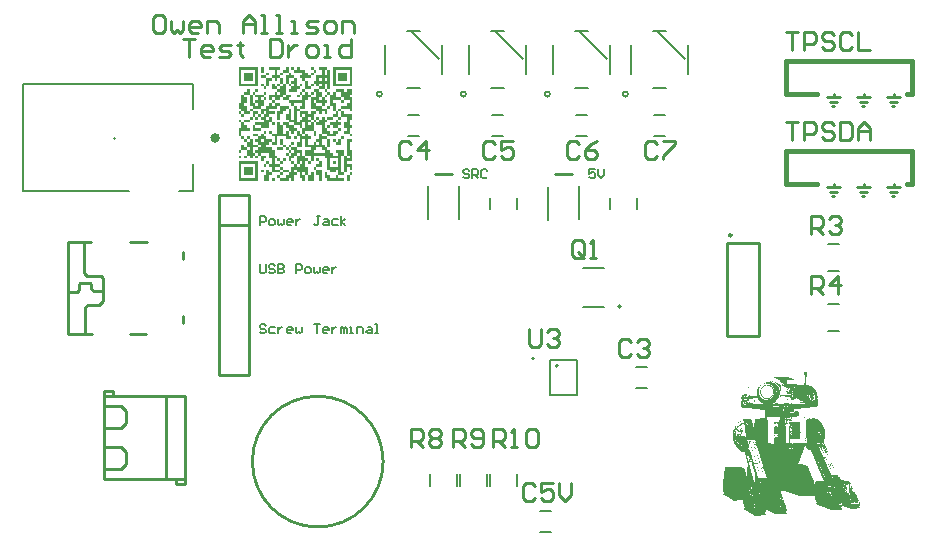
<source format=gto>
G04*
G04 #@! TF.GenerationSoftware,Altium Limited,Altium Designer,25.4.2 (15)*
G04*
G04 Layer_Color=65535*
%FSLAX44Y44*%
%MOMM*%
G71*
G04*
G04 #@! TF.SameCoordinates,F20BE116-99DB-4855-A558-1B6AC0D64E7D*
G04*
G04*
G04 #@! TF.FilePolarity,Positive*
G04*
G01*
G75*
%ADD10C,0.1524*%
%ADD11C,0.2540*%
%ADD12C,0.4000*%
%ADD13C,0.2000*%
%ADD14C,0.3810*%
%ADD15C,0.1270*%
%ADD16C,0.1778*%
G36*
X665480Y641716D02*
X670113D01*
Y639399D01*
X670210D01*
Y639303D01*
X672526D01*
Y636986D01*
X674842D01*
Y634670D01*
X672526D01*
Y634573D01*
X672429D01*
Y634670D01*
X670210D01*
Y634573D01*
X670113D01*
Y632257D01*
X672526D01*
Y627624D01*
X674842D01*
Y625211D01*
X670113D01*
Y632257D01*
X667796D01*
Y634573D01*
X667700D01*
Y634670D01*
X665480D01*
Y636986D01*
X667796D01*
Y639303D01*
X660751D01*
Y641716D01*
X658337D01*
Y644032D01*
X660751D01*
Y641716D01*
X663067D01*
Y644032D01*
X665480D01*
Y641716D01*
D02*
G37*
G36*
X677159D02*
X679572D01*
Y639882D01*
Y639785D01*
Y639303D01*
X677159D01*
Y641716D01*
X674842D01*
Y642102D01*
Y642198D01*
Y644032D01*
X677159D01*
Y641716D01*
D02*
G37*
G36*
X634883Y639303D02*
X632567D01*
Y644032D01*
X634883D01*
Y639303D01*
D02*
G37*
G36*
X677159Y636986D02*
X674842D01*
Y639303D01*
X677159D01*
Y636986D01*
D02*
G37*
G36*
X651292D02*
X648975D01*
Y639303D01*
X651292D01*
Y636986D01*
D02*
G37*
G36*
X639613D02*
X637200D01*
Y639303D01*
X639613D01*
Y636986D01*
D02*
G37*
G36*
X710072Y627624D02*
X693664D01*
Y638917D01*
Y639013D01*
Y644032D01*
X710072D01*
Y627624D01*
D02*
G37*
G36*
X677159Y629651D02*
Y629554D01*
Y627624D01*
X674842D01*
Y629940D01*
X677159D01*
Y629651D01*
D02*
G37*
G36*
X667796Y627624D02*
X665480D01*
Y629940D01*
X667796D01*
Y627624D01*
D02*
G37*
G36*
X648975Y641716D02*
X646659D01*
Y636986D01*
X648975D01*
Y634670D01*
X651292D01*
Y632353D01*
X651388D01*
Y632257D01*
X651292D01*
Y629940D01*
X653705D01*
Y620578D01*
X658337D01*
Y618165D01*
X656021D01*
Y615848D01*
X667796D01*
Y620578D01*
X665480D01*
Y622412D01*
Y622508D01*
Y622894D01*
X667796D01*
Y620578D01*
X670113D01*
Y622894D01*
X667796D01*
Y623087D01*
Y623184D01*
Y625211D01*
X670113D01*
Y622894D01*
X672526D01*
Y620578D01*
X674842D01*
Y618165D01*
X679475D01*
Y618261D01*
X679572D01*
Y620481D01*
X679475D01*
Y620578D01*
X679572D01*
Y622894D01*
X677159D01*
Y625211D01*
X681888D01*
Y622894D01*
X684205D01*
Y618165D01*
X686521D01*
Y618261D01*
X686618D01*
Y620578D01*
X688934D01*
Y618165D01*
X686618D01*
Y615848D01*
X688934D01*
Y613532D01*
X686618D01*
Y611119D01*
X684205D01*
Y613532D01*
X679572D01*
Y615752D01*
X679475D01*
Y615848D01*
X677159D01*
Y613532D01*
X679572D01*
Y611119D01*
X684205D01*
Y608802D01*
X688934D01*
Y604073D01*
X686618D01*
Y606389D01*
X686521D01*
Y606486D01*
X684301D01*
Y606389D01*
X684205D01*
Y604073D01*
X681888D01*
Y606389D01*
X681792D01*
Y606486D01*
X679572D01*
Y608706D01*
X679475D01*
Y608802D01*
X674842D01*
Y618165D01*
X672526D01*
Y615848D01*
X670113D01*
Y608802D01*
X665480D01*
Y611119D01*
X667796D01*
Y613435D01*
X667700D01*
Y613532D01*
X665480D01*
Y613435D01*
X665384D01*
Y613532D01*
X663164D01*
Y613435D01*
X663067D01*
Y613532D01*
X660751D01*
Y611119D01*
X663067D01*
Y608802D01*
X665480D01*
Y606486D01*
X672526D01*
Y604073D01*
X674842D01*
Y606486D01*
X679572D01*
Y604073D01*
X677159D01*
Y599440D01*
X679572D01*
Y597027D01*
X681888D01*
Y599343D01*
X681792D01*
Y599440D01*
X679572D01*
Y601757D01*
X681888D01*
Y599440D01*
X684205D01*
Y601757D01*
X686618D01*
Y599440D01*
X688934D01*
Y597027D01*
X686618D01*
Y592298D01*
X688838D01*
Y592394D01*
X688934D01*
Y594711D01*
X691251D01*
Y592298D01*
X688934D01*
Y590657D01*
Y590560D01*
Y589981D01*
X691251D01*
Y587665D01*
X693664D01*
Y589981D01*
X698297D01*
Y587665D01*
X695980D01*
Y585252D01*
X688934D01*
Y587665D01*
X684205D01*
Y594711D01*
X679572D01*
Y597027D01*
X677159D01*
Y599440D01*
X674842D01*
Y601757D01*
X672526D01*
Y599440D01*
X674842D01*
Y597027D01*
X677159D01*
Y589981D01*
X679572D01*
Y585252D01*
X677159D01*
Y589981D01*
X670113D01*
Y587665D01*
X672526D01*
Y585252D01*
X674842D01*
Y582935D01*
X672526D01*
Y578206D01*
X677159D01*
Y580619D01*
X679572D01*
Y578206D01*
X681792D01*
Y578302D01*
X681888D01*
Y580619D01*
X679572D01*
Y582935D01*
X681888D01*
Y587665D01*
X684205D01*
Y585348D01*
X684301D01*
Y585252D01*
X686521D01*
Y585348D01*
X686618D01*
Y585252D01*
X688934D01*
Y582935D01*
X691251D01*
Y575889D01*
X688934D01*
Y578881D01*
Y578978D01*
Y582935D01*
X684205D01*
Y578302D01*
X684301D01*
Y578206D01*
X686618D01*
Y575889D01*
X688934D01*
Y573573D01*
X691251D01*
Y571256D01*
X691347D01*
Y571160D01*
X693664D01*
Y568843D01*
X698297D01*
Y571160D01*
X695980D01*
Y573573D01*
X703026D01*
Y568843D01*
X705343D01*
Y566527D01*
X707756D01*
Y568843D01*
X705343D01*
Y582935D01*
X710072D01*
Y580619D01*
X707756D01*
Y573573D01*
X710072D01*
Y564114D01*
X705343D01*
Y561797D01*
X710072D01*
Y557068D01*
X707756D01*
Y559384D01*
X707659D01*
Y559481D01*
X705439D01*
Y559384D01*
X705343D01*
Y557164D01*
X705439D01*
Y557068D01*
X705343D01*
Y554751D01*
X703026D01*
Y555523D01*
Y555620D01*
Y568843D01*
X700710D01*
Y554751D01*
X703026D01*
Y552435D01*
X700710D01*
Y552338D01*
X700613D01*
Y552435D01*
X698393D01*
Y552338D01*
X698297D01*
Y550118D01*
X698393D01*
Y550022D01*
X700613D01*
Y550118D01*
X700710D01*
Y550022D01*
X703026D01*
Y547705D01*
X688934D01*
Y550022D01*
X686618D01*
Y552338D01*
X686521D01*
Y552435D01*
X686618D01*
Y554751D01*
X688934D01*
Y552435D01*
X691251D01*
Y550118D01*
X691347D01*
Y550022D01*
X693567D01*
Y550118D01*
X693664D01*
Y550022D01*
X695980D01*
Y552435D01*
X698297D01*
Y557068D01*
X695980D01*
Y554751D01*
X691251D01*
Y557068D01*
X688934D01*
Y566527D01*
X686618D01*
Y568843D01*
X677159D01*
Y564114D01*
X674842D01*
Y568843D01*
X670113D01*
Y573573D01*
X674842D01*
Y575889D01*
X670113D01*
Y582935D01*
X667796D01*
Y575889D01*
X663067D01*
Y580619D01*
X665480D01*
Y582935D01*
X665384D01*
Y583032D01*
X665480D01*
Y585252D01*
X663067D01*
Y589981D01*
X660751D01*
Y587665D01*
X658337D01*
Y589981D01*
X656021D01*
Y592298D01*
X653705D01*
Y594711D01*
X651388D01*
Y594614D01*
X651292D01*
Y592394D01*
X651388D01*
Y592298D01*
X651292D01*
Y590078D01*
X651388D01*
Y589981D01*
X651292D01*
Y587665D01*
X653705D01*
Y589981D01*
X656021D01*
Y585348D01*
X656118D01*
Y585252D01*
X658337D01*
Y582935D01*
X653705D01*
Y585252D01*
X646659D01*
Y578206D01*
X641929D01*
Y580619D01*
X639613D01*
Y578206D01*
X637200D01*
Y575986D01*
X637296D01*
Y575889D01*
X641929D01*
Y573573D01*
X644246D01*
Y571256D01*
X644342D01*
Y571160D01*
X644246D01*
Y568843D01*
X646659D01*
Y566527D01*
X648975D01*
Y564114D01*
X651292D01*
Y562859D01*
Y562762D01*
Y561797D01*
X648975D01*
Y564114D01*
X646659D01*
Y566527D01*
X644342D01*
Y566430D01*
X644246D01*
Y564210D01*
X644342D01*
Y564114D01*
X644246D01*
Y561797D01*
X648975D01*
Y559481D01*
X651292D01*
Y557164D01*
X651388D01*
Y557068D01*
X656021D01*
Y554751D01*
X658337D01*
Y559481D01*
X660751D01*
Y561797D01*
X658337D01*
Y564114D01*
X656021D01*
Y568843D01*
X653705D01*
Y571160D01*
X656021D01*
Y568843D01*
X658337D01*
Y571160D01*
X656021D01*
Y573573D01*
X653705D01*
Y575889D01*
X651292D01*
Y578206D01*
X648975D01*
Y582935D01*
X651292D01*
Y580619D01*
X651388D01*
Y580522D01*
X651292D01*
Y578302D01*
X651388D01*
Y578206D01*
X653705D01*
Y575889D01*
X656021D01*
Y575406D01*
Y575310D01*
Y573573D01*
X658337D01*
Y575889D01*
X656021D01*
Y578206D01*
X658337D01*
Y575986D01*
X658434D01*
Y575889D01*
X663067D01*
Y573573D01*
X667796D01*
Y568843D01*
X670113D01*
Y566527D01*
X672526D01*
Y564114D01*
X674842D01*
Y561797D01*
X672526D01*
Y564114D01*
X670113D01*
Y562473D01*
Y562376D01*
Y559481D01*
X672526D01*
Y552435D01*
X674842D01*
Y554751D01*
X677159D01*
Y547705D01*
X672526D01*
Y550022D01*
X672429D01*
Y550118D01*
X672526D01*
Y552338D01*
X672429D01*
Y552435D01*
X670113D01*
Y554751D01*
X667796D01*
Y552435D01*
X670113D01*
Y547705D01*
X667796D01*
Y550022D01*
X665480D01*
Y552338D01*
X665384D01*
Y552435D01*
X665480D01*
Y554751D01*
X663067D01*
Y557068D01*
X660751D01*
Y554751D01*
X663067D01*
Y552435D01*
X660751D01*
Y547705D01*
X658337D01*
Y550022D01*
X656021D01*
Y547705D01*
X648975D01*
Y550022D01*
X646659D01*
Y552435D01*
X648975D01*
Y550022D01*
X651292D01*
Y550118D01*
X651388D01*
Y550022D01*
X653608D01*
Y550118D01*
X653705D01*
Y552435D01*
X656021D01*
Y554751D01*
X651292D01*
Y557068D01*
X648975D01*
Y559481D01*
X644342D01*
Y559384D01*
X644246D01*
Y557164D01*
X644342D01*
Y557068D01*
X648975D01*
Y554751D01*
X651292D01*
Y552531D01*
Y552435D01*
X648975D01*
Y554751D01*
X641929D01*
Y559481D01*
X639613D01*
Y561797D01*
X637200D01*
Y563631D01*
Y563728D01*
Y564114D01*
X639613D01*
Y561797D01*
X641929D01*
Y566527D01*
X639613D01*
Y571160D01*
X632567D01*
Y568843D01*
X637200D01*
Y566527D01*
X634883D01*
Y565851D01*
Y565755D01*
Y564114D01*
X632567D01*
Y568843D01*
X630154D01*
Y571160D01*
X627837D01*
Y573573D01*
X630154D01*
Y575889D01*
X625521D01*
Y571160D01*
X627837D01*
Y568843D01*
X630154D01*
Y568264D01*
Y568167D01*
Y566527D01*
X627837D01*
Y568843D01*
X625521D01*
Y566527D01*
X623108D01*
Y568843D01*
X620791D01*
Y573573D01*
X616062D01*
Y578206D01*
X618475D01*
Y575889D01*
X620791D01*
Y573573D01*
X623108D01*
Y575889D01*
X620791D01*
Y580619D01*
X618475D01*
Y582935D01*
X616062D01*
Y585252D01*
X613745D01*
Y592298D01*
X616062D01*
Y597027D01*
X613745D01*
Y599440D01*
X616062D01*
Y597027D01*
X618475D01*
Y594711D01*
X620791D01*
Y592298D01*
X623108D01*
Y589981D01*
X616062D01*
Y585348D01*
X616158D01*
Y585252D01*
X618475D01*
Y582935D01*
X620791D01*
Y580619D01*
X623108D01*
Y582935D01*
X620791D01*
Y585252D01*
X623108D01*
Y582935D01*
X625521D01*
Y578206D01*
X630154D01*
Y576661D01*
Y576565D01*
Y575889D01*
X632567D01*
Y578206D01*
X630154D01*
Y580619D01*
X627837D01*
Y582935D01*
X630154D01*
Y585252D01*
X625521D01*
Y587665D01*
X630154D01*
Y585348D01*
X630250D01*
Y585252D01*
X632470D01*
Y585348D01*
X632567D01*
Y587665D01*
X634883D01*
Y585348D01*
X634980D01*
Y585252D01*
X637200D01*
Y583032D01*
X637296D01*
Y582935D01*
X641929D01*
Y580619D01*
X644246D01*
Y585252D01*
X641929D01*
Y587665D01*
X639613D01*
Y589981D01*
X641929D01*
Y587665D01*
X646659D01*
Y597027D01*
X648975D01*
Y594711D01*
X651292D01*
Y597027D01*
X656021D01*
Y594711D01*
X660751D01*
Y592298D01*
X663067D01*
Y589981D01*
X665480D01*
Y587665D01*
X667796D01*
Y585445D01*
Y585348D01*
Y585252D01*
X670113D01*
Y587665D01*
X667796D01*
Y592298D01*
X665480D01*
Y594614D01*
X665384D01*
Y594711D01*
X660751D01*
Y597027D01*
X656021D01*
Y599440D01*
X653705D01*
Y604073D01*
X656021D01*
Y608802D01*
X653705D01*
Y606486D01*
X651388D01*
Y606389D01*
X651292D01*
Y604073D01*
X648975D01*
Y601950D01*
Y601853D01*
Y599440D01*
X646659D01*
Y606486D01*
X648975D01*
Y611119D01*
X646659D01*
Y608802D01*
X639613D01*
Y606486D01*
X644246D01*
Y604073D01*
X639613D01*
Y601757D01*
X641929D01*
Y597027D01*
X644246D01*
Y594711D01*
X641929D01*
Y597027D01*
X639613D01*
Y592298D01*
X632567D01*
Y589981D01*
X625521D01*
Y592298D01*
X625424D01*
Y592394D01*
X625521D01*
Y594711D01*
X627837D01*
Y594518D01*
Y594421D01*
Y592394D01*
X627934D01*
Y592298D01*
X630154D01*
Y592394D01*
X630250D01*
Y592298D01*
X632470D01*
Y592394D01*
X632567D01*
Y594614D01*
X632470D01*
Y594711D01*
X627837D01*
Y597027D01*
X634883D01*
Y599440D01*
X632567D01*
Y601757D01*
X630154D01*
Y604073D01*
X627837D01*
Y601757D01*
X630154D01*
Y599440D01*
X627837D01*
Y599537D01*
Y599633D01*
Y601757D01*
X625521D01*
Y606389D01*
X625424D01*
Y606486D01*
X623204D01*
Y606389D01*
X623108D01*
Y604073D01*
X618475D01*
Y606389D01*
X618378D01*
Y606486D01*
X616158D01*
Y606389D01*
X616062D01*
Y604073D01*
X618475D01*
Y603783D01*
Y603687D01*
Y601757D01*
X616062D01*
Y604073D01*
X613745D01*
Y606486D01*
X616062D01*
Y608802D01*
X613745D01*
Y613532D01*
X616062D01*
Y620578D01*
X618475D01*
Y618165D01*
X620791D01*
Y613532D01*
X618475D01*
Y611119D01*
X620791D01*
Y606486D01*
X623108D01*
Y608802D01*
X625521D01*
Y606486D01*
X630154D01*
Y604073D01*
X632567D01*
Y602915D01*
Y602818D01*
Y601757D01*
X634883D01*
Y604073D01*
X632567D01*
Y608802D01*
X625521D01*
Y611119D01*
X623108D01*
Y620578D01*
X618475D01*
Y622894D01*
X620791D01*
Y625211D01*
X623108D01*
Y620578D01*
X625521D01*
Y613532D01*
X627837D01*
Y611119D01*
X630154D01*
Y613532D01*
X627837D01*
Y615848D01*
X630154D01*
Y618165D01*
X627837D01*
Y620578D01*
X625521D01*
Y621929D01*
Y622026D01*
Y622894D01*
X627837D01*
Y620578D01*
X634883D01*
Y618165D01*
X637200D01*
Y615848D01*
X634883D01*
Y618165D01*
X632567D01*
Y615848D01*
X634883D01*
Y615655D01*
Y615559D01*
Y611119D01*
X632567D01*
Y608802D01*
X637200D01*
Y611119D01*
X639516D01*
Y611215D01*
X639613D01*
Y613532D01*
X641929D01*
Y611119D01*
X644246D01*
Y613532D01*
X641929D01*
Y613821D01*
Y613918D01*
Y615848D01*
X639613D01*
Y620578D01*
X644246D01*
Y622894D01*
X646659D01*
Y620578D01*
X648975D01*
Y622894D01*
X646659D01*
Y625211D01*
X641929D01*
Y629940D01*
X644246D01*
Y628782D01*
Y628686D01*
Y627624D01*
X646659D01*
Y625211D01*
X648975D01*
Y627624D01*
X646659D01*
Y629940D01*
X648975D01*
Y627624D01*
X651292D01*
Y628396D01*
Y628493D01*
Y629940D01*
X648975D01*
Y634670D01*
X646659D01*
Y632257D01*
X644246D01*
Y634670D01*
X641929D01*
Y636986D01*
X644246D01*
Y641716D01*
X639613D01*
Y643936D01*
Y644032D01*
X648975D01*
Y641716D01*
D02*
G37*
G36*
X637200Y634670D02*
X641929D01*
Y632257D01*
X639613D01*
Y629844D01*
Y629747D01*
Y627624D01*
X637296D01*
Y627527D01*
X637200D01*
Y625211D01*
X634883D01*
Y627624D01*
X632567D01*
Y629844D01*
Y629940D01*
X634883D01*
Y627624D01*
X637200D01*
Y634670D01*
X632567D01*
Y636407D01*
Y636504D01*
Y636986D01*
X637200D01*
Y634670D01*
D02*
G37*
G36*
X630154Y637855D02*
Y637758D01*
Y627624D01*
X613745D01*
Y644032D01*
X630154D01*
Y637855D01*
D02*
G37*
G36*
X688934Y641716D02*
X691251D01*
Y636311D01*
Y636214D01*
Y625211D01*
X688934D01*
Y629940D01*
X686618D01*
Y625211D01*
X688934D01*
Y622894D01*
X691251D01*
Y622798D01*
Y620578D01*
X693664D01*
Y622894D01*
X695980D01*
Y618165D01*
X700613D01*
Y618261D01*
X700710D01*
Y620481D01*
X700613D01*
Y620578D01*
X700710D01*
Y622894D01*
X695980D01*
Y625211D01*
X703026D01*
Y622894D01*
X705343D01*
Y625211D01*
X710072D01*
Y620578D01*
X707756D01*
Y618165D01*
X710072D01*
Y606486D01*
X707756D01*
Y608802D01*
X700710D01*
Y611119D01*
X705343D01*
Y613532D01*
X707756D01*
Y615848D01*
X703026D01*
Y618165D01*
X700710D01*
Y615848D01*
X703026D01*
Y613532D01*
X700710D01*
Y615848D01*
X693664D01*
Y613532D01*
X695980D01*
Y606486D01*
X698297D01*
Y608802D01*
X700710D01*
Y606486D01*
X703026D01*
Y604073D01*
X710072D01*
Y599440D01*
X707756D01*
Y594711D01*
X710072D01*
Y592298D01*
X707756D01*
Y587665D01*
X710072D01*
Y585252D01*
X707756D01*
Y587665D01*
X703026D01*
Y589981D01*
X705343D01*
Y592298D01*
X703026D01*
Y597027D01*
X705343D01*
Y601757D01*
X700710D01*
Y606389D01*
X700613D01*
Y606486D01*
X698393D01*
Y606389D01*
X698297D01*
Y601757D01*
X700710D01*
Y599440D01*
X698393D01*
Y599343D01*
X698297D01*
Y597123D01*
X698393D01*
Y597027D01*
X700710D01*
Y594711D01*
X698393D01*
Y594614D01*
X698297D01*
Y592394D01*
X698393D01*
Y592298D01*
X700710D01*
Y589981D01*
X698297D01*
Y592298D01*
X693664D01*
Y594614D01*
X693567D01*
Y594711D01*
X691251D01*
Y597027D01*
X695980D01*
Y599440D01*
X698297D01*
Y601757D01*
X693664D01*
Y604073D01*
X695980D01*
Y606486D01*
X693664D01*
Y611119D01*
X691251D01*
Y620578D01*
X688934D01*
Y622894D01*
X686618D01*
Y624149D01*
Y624246D01*
Y625211D01*
X681888D01*
Y627624D01*
X679572D01*
Y629940D01*
X677159D01*
Y632257D01*
X679475D01*
Y632353D01*
X679572D01*
Y634573D01*
X679475D01*
Y634670D01*
X679572D01*
Y636986D01*
X684205D01*
Y641716D01*
X681888D01*
Y644032D01*
X688934D01*
Y641716D01*
D02*
G37*
G36*
X656021Y639303D02*
X658337D01*
Y636986D01*
X660751D01*
Y634670D01*
X663067D01*
Y627624D01*
X665480D01*
Y625211D01*
X663067D01*
Y622894D01*
X656021D01*
Y625211D01*
X658337D01*
Y627624D01*
X656021D01*
Y629940D01*
X653705D01*
Y633608D01*
Y633705D01*
Y636986D01*
X656021D01*
Y639303D01*
X651292D01*
Y641716D01*
X653705D01*
Y644032D01*
X656021D01*
Y639303D01*
D02*
G37*
G36*
X630154Y622894D02*
X627837D01*
Y624149D01*
Y624246D01*
Y625211D01*
X630154D01*
Y622894D01*
D02*
G37*
G36*
X677159Y620578D02*
X674842D01*
Y622894D01*
X677159D01*
Y620578D01*
D02*
G37*
G36*
X637200Y621543D02*
Y621447D01*
Y620578D01*
X634883D01*
Y622894D01*
X637200D01*
Y621543D01*
D02*
G37*
G36*
X665480Y620192D02*
Y620095D01*
Y618165D01*
X663067D01*
Y620578D01*
X665480D01*
Y620192D01*
D02*
G37*
G36*
X691251Y608802D02*
X688934D01*
Y611119D01*
X691251D01*
Y608802D01*
D02*
G37*
G36*
X693664Y599440D02*
X691347D01*
Y599343D01*
X691251D01*
Y599440D01*
X688934D01*
Y601757D01*
X693664D01*
Y599440D01*
D02*
G37*
G36*
X625521D02*
X623204D01*
Y599343D01*
X623108D01*
Y597027D01*
X618475D01*
Y599440D01*
X623108D01*
Y601757D01*
X625521D01*
Y599440D01*
D02*
G37*
G36*
X637200Y587665D02*
X634883D01*
Y589981D01*
X637200D01*
Y587665D01*
D02*
G37*
G36*
X703026Y584383D02*
Y584286D01*
Y582935D01*
X700710D01*
Y585252D01*
X703026D01*
Y584383D01*
D02*
G37*
G36*
X663067Y582935D02*
X660751D01*
Y585252D01*
X663067D01*
Y582935D01*
D02*
G37*
G36*
X700710Y578206D02*
X695980D01*
Y580619D01*
X693664D01*
Y582935D01*
X695980D01*
Y580619D01*
X698297D01*
Y582935D01*
X700710D01*
Y578206D01*
D02*
G37*
G36*
X660751D02*
X658337D01*
Y579653D01*
Y579750D01*
Y580619D01*
X660751D01*
Y578206D01*
D02*
G37*
G36*
X651292Y573573D02*
X646659D01*
Y575889D01*
X651292D01*
Y573573D01*
D02*
G37*
G36*
X616062Y572897D02*
Y572800D01*
Y571160D01*
X613745D01*
Y573573D01*
X616062D01*
Y572897D01*
D02*
G37*
G36*
X620791Y566527D02*
X618475D01*
Y568843D01*
X620791D01*
Y566527D01*
D02*
G37*
G36*
X616062D02*
X613745D01*
Y568843D01*
X616062D01*
Y566527D01*
D02*
G37*
G36*
X653705Y565368D02*
Y565272D01*
Y564114D01*
X651292D01*
Y566527D01*
X653705D01*
Y565368D01*
D02*
G37*
G36*
X681888Y564114D02*
X684205D01*
Y559481D01*
X679572D01*
Y561797D01*
X681888D01*
Y564114D01*
X679572D01*
Y566527D01*
X681888D01*
Y564114D01*
D02*
G37*
G36*
X637200Y559481D02*
X634883D01*
Y561797D01*
X637200D01*
Y559481D01*
D02*
G37*
G36*
X634883Y554751D02*
X632567D01*
Y557068D01*
X634883D01*
Y554751D01*
D02*
G37*
G36*
X710072Y552435D02*
X707756D01*
Y552531D01*
Y552628D01*
Y554751D01*
X710072D01*
Y552435D01*
D02*
G37*
G36*
X707756Y552338D02*
Y552242D01*
Y547705D01*
X705343D01*
Y552435D01*
X707756D01*
Y552338D01*
D02*
G37*
G36*
X679572Y557840D02*
Y557743D01*
Y557068D01*
X684205D01*
Y547705D01*
X681888D01*
Y552435D01*
X679572D01*
Y554365D01*
Y554462D01*
Y557068D01*
X677159D01*
Y559481D01*
X679572D01*
Y557840D01*
D02*
G37*
G36*
X644246Y549636D02*
Y549539D01*
Y547705D01*
X641929D01*
Y550022D01*
X644246D01*
Y549636D01*
D02*
G37*
G36*
X639613Y554751D02*
X641929D01*
Y552435D01*
X639613D01*
Y547705D01*
X634883D01*
Y552435D01*
X637200D01*
Y554751D01*
Y554848D01*
Y557068D01*
X639613D01*
Y554751D01*
D02*
G37*
G36*
X630154Y547705D02*
X613745D01*
Y561315D01*
Y561411D01*
Y564114D01*
X630154D01*
Y547705D01*
D02*
G37*
G36*
X1094577Y385950D02*
X1094791D01*
Y385843D01*
X1094899D01*
Y385628D01*
X1095006D01*
Y384446D01*
X1095114D01*
Y383050D01*
X1095006D01*
Y382943D01*
X1095114D01*
Y382298D01*
X1095006D01*
Y381976D01*
X1094899D01*
Y381868D01*
X1094577D01*
Y381761D01*
X1094469D01*
Y381224D01*
X1094362D01*
Y380472D01*
X1094254D01*
Y379398D01*
X1094147D01*
Y378538D01*
X1094040D01*
Y377786D01*
X1093932D01*
Y376927D01*
X1093825D01*
Y376175D01*
X1093717D01*
Y375101D01*
X1093610D01*
Y374779D01*
X1093825D01*
Y374671D01*
X1094362D01*
Y374564D01*
X1095006D01*
Y374456D01*
X1095973D01*
Y374349D01*
X1096510D01*
Y374242D01*
X1096940D01*
Y374134D01*
X1097477D01*
Y374027D01*
X1097799D01*
Y373919D01*
X1098121D01*
Y373812D01*
X1098551D01*
Y373704D01*
X1098659D01*
Y373597D01*
X1098873D01*
Y373490D01*
X1098981D01*
Y373382D01*
X1099088D01*
Y373275D01*
X1099196D01*
Y373167D01*
X1099303D01*
Y373060D01*
X1099410D01*
Y372953D01*
X1099518D01*
Y372845D01*
X1099625D01*
Y372738D01*
X1099733D01*
Y372630D01*
X1099840D01*
Y372523D01*
X1099948D01*
Y372416D01*
X1100055D01*
Y372308D01*
X1100162D01*
Y372201D01*
X1100270D01*
Y372093D01*
X1100377D01*
Y371986D01*
X1100485D01*
Y371878D01*
X1100592D01*
Y371771D01*
X1100699D01*
Y371664D01*
X1100807D01*
Y371556D01*
X1100914D01*
Y371449D01*
X1101022D01*
Y371341D01*
X1101129D01*
Y371234D01*
X1101237D01*
Y371127D01*
X1101344D01*
Y371019D01*
X1101451D01*
Y370912D01*
X1101559D01*
Y370804D01*
X1101666D01*
Y370589D01*
X1101774D01*
Y370482D01*
X1101881D01*
Y370374D01*
X1101989D01*
Y370267D01*
X1102096D01*
Y370160D01*
X1102203D01*
Y370052D01*
X1102311D01*
Y369945D01*
X1102418D01*
Y369837D01*
X1102526D01*
Y369623D01*
X1102633D01*
Y369408D01*
X1102740D01*
Y369193D01*
X1102848D01*
Y368871D01*
X1102955D01*
Y368548D01*
X1103063D01*
Y368119D01*
X1103170D01*
Y367797D01*
X1103278D01*
Y367582D01*
X1103385D01*
Y367045D01*
X1103492D01*
Y366722D01*
X1103600D01*
Y366507D01*
X1103707D01*
Y366185D01*
X1103815D01*
Y365756D01*
X1103922D01*
Y365326D01*
X1104029D01*
Y365218D01*
X1104137D01*
Y364896D01*
X1104244D01*
Y364144D01*
X1104137D01*
Y363929D01*
X1104029D01*
Y363822D01*
X1103922D01*
Y363715D01*
X1103707D01*
Y363607D01*
X1103600D01*
Y363500D01*
X1103385D01*
Y363392D01*
X1103170D01*
Y363285D01*
X1102740D01*
Y362963D01*
X1103063D01*
Y362855D01*
X1103492D01*
Y362748D01*
X1103707D01*
Y362640D01*
X1103922D01*
Y362533D01*
X1104137D01*
Y362211D01*
X1104244D01*
Y361996D01*
X1104352D01*
Y358344D01*
X1104459D01*
Y358236D01*
X1104352D01*
Y357592D01*
X1104244D01*
Y357484D01*
X1104137D01*
Y357270D01*
X1104029D01*
Y357162D01*
X1103922D01*
Y357055D01*
X1103815D01*
Y356947D01*
X1103707D01*
Y356840D01*
X1103600D01*
Y356732D01*
X1103385D01*
Y356625D01*
X1103063D01*
Y356517D01*
X1102633D01*
Y356410D01*
X1102096D01*
Y356303D01*
X1101451D01*
Y356195D01*
X1100914D01*
Y356088D01*
X1100270D01*
Y355980D01*
X1099088D01*
Y355873D01*
X1098014D01*
Y355766D01*
X1097370D01*
Y355658D01*
X1095866D01*
Y355551D01*
X1094899D01*
Y355443D01*
X1092965D01*
Y355336D01*
X1091676D01*
Y355229D01*
X1090173D01*
Y355121D01*
X1090065D01*
Y355014D01*
X1089958D01*
Y354906D01*
X1089743D01*
Y354799D01*
X1089313D01*
Y354691D01*
X1088776D01*
Y354584D01*
X1088024D01*
Y354477D01*
X1086950D01*
Y354369D01*
X1086091D01*
Y354262D01*
X1084694D01*
Y354154D01*
X1084157D01*
Y352436D01*
X1083942D01*
Y352328D01*
X1083835D01*
Y352113D01*
X1083512D01*
Y352006D01*
X1083083D01*
Y351898D01*
X1082653D01*
Y351791D01*
X1082224D01*
Y351684D01*
X1082009D01*
Y351791D01*
X1081686D01*
Y351684D01*
X1081042D01*
Y351576D01*
X1080827D01*
Y351469D01*
X1080720D01*
Y351576D01*
X1080505D01*
Y351469D01*
X1080290D01*
Y351254D01*
X1080720D01*
Y351147D01*
X1080935D01*
Y351039D01*
X1081149D01*
Y350824D01*
X1081364D01*
Y350932D01*
X1081257D01*
Y351039D01*
X1081149D01*
Y351147D01*
Y351254D01*
X1081364D01*
Y350932D01*
X1081472D01*
Y351039D01*
X1081686D01*
Y351254D01*
X1081901D01*
Y351469D01*
X1082224D01*
Y351576D01*
X1082438D01*
Y351254D01*
X1082546D01*
Y351147D01*
X1082761D01*
Y351469D01*
X1082653D01*
Y351576D01*
X1082868D01*
Y351039D01*
X1083190D01*
Y351147D01*
X1083512D01*
Y351362D01*
X1083835D01*
Y351254D01*
X1083620D01*
Y351147D01*
X1084050D01*
Y351254D01*
X1084157D01*
Y351469D01*
X1084265D01*
Y351684D01*
X1084372D01*
Y351898D01*
X1084479D01*
Y352006D01*
X1084587D01*
Y352113D01*
X1084694D01*
Y352221D01*
X1084909D01*
Y352328D01*
X1085016D01*
Y352436D01*
X1085339D01*
Y352543D01*
X1086842D01*
Y352436D01*
X1087057D01*
Y352328D01*
X1087272D01*
Y352221D01*
X1087380D01*
Y352113D01*
X1087487D01*
Y352006D01*
X1087594D01*
Y351898D01*
X1087702D01*
Y351791D01*
X1087809D01*
Y351684D01*
X1087917D01*
Y351469D01*
X1088024D01*
Y351254D01*
X1088131D01*
Y350932D01*
X1088239D01*
Y349750D01*
X1088131D01*
Y349428D01*
X1088024D01*
Y349213D01*
X1087917D01*
Y348998D01*
X1087809D01*
Y348891D01*
X1087702D01*
Y348783D01*
X1087594D01*
Y348676D01*
X1087487D01*
Y348569D01*
X1087380D01*
Y348461D01*
X1087272D01*
Y348354D01*
X1087057D01*
Y348246D01*
X1086735D01*
Y348139D01*
X1086413D01*
Y348032D01*
X1085661D01*
Y347924D01*
X1084694D01*
Y347817D01*
X1084265D01*
Y347387D01*
X1084372D01*
Y347280D01*
X1083835D01*
Y347387D01*
X1083727D01*
Y347280D01*
X1082224D01*
Y347172D01*
X1082116D01*
Y347280D01*
X1081901D01*
Y347172D01*
X1082116D01*
Y347065D01*
X1081472D01*
Y346957D01*
X1082224D01*
Y346743D01*
X1082116D01*
Y346850D01*
X1081901D01*
Y346743D01*
Y346635D01*
X1081794D01*
Y346528D01*
X1081686D01*
Y346850D01*
X1081472D01*
Y346957D01*
X1081364D01*
Y347065D01*
X1081257D01*
Y347280D01*
X1080612D01*
Y347172D01*
X1079753D01*
Y347065D01*
X1078571D01*
Y346957D01*
X1077927D01*
Y346850D01*
X1078034D01*
Y346743D01*
X1078142D01*
Y346420D01*
X1078249D01*
Y346205D01*
X1078356D01*
Y345883D01*
X1078464D01*
Y345776D01*
X1078571D01*
Y345668D01*
X1078679D01*
Y345561D01*
X1079108D01*
Y345668D01*
X1079323D01*
Y345990D01*
X1079431D01*
Y346098D01*
X1079538D01*
Y346313D01*
X1079431D01*
Y346420D01*
X1079323D01*
Y346528D01*
X1079216D01*
Y346420D01*
X1079108D01*
Y346313D01*
X1079216D01*
Y346205D01*
X1079108D01*
Y346313D01*
X1079001D01*
Y346205D01*
X1078894D01*
Y346098D01*
X1078786D01*
Y346205D01*
X1078679D01*
Y346313D01*
X1078894D01*
Y346420D01*
X1078786D01*
Y346528D01*
X1078571D01*
Y346635D01*
X1078679D01*
Y346743D01*
X1078571D01*
Y346850D01*
X1078894D01*
Y346635D01*
X1079216D01*
Y346743D01*
X1079323D01*
Y346635D01*
X1079645D01*
Y345990D01*
X1079538D01*
Y345883D01*
X1079431D01*
Y345453D01*
X1079538D01*
Y345346D01*
X1080075D01*
Y345668D01*
X1079968D01*
Y345883D01*
Y345990D01*
X1080075D01*
Y345668D01*
X1080182D01*
Y345561D01*
X1080290D01*
Y345346D01*
X1080827D01*
Y345131D01*
X1081042D01*
Y345239D01*
X1080935D01*
Y345561D01*
X1081042D01*
Y345453D01*
X1081257D01*
Y345346D01*
X1082116D01*
Y345453D01*
X1082009D01*
Y345561D01*
X1081901D01*
Y345668D01*
X1081794D01*
Y345776D01*
X1081901D01*
Y345668D01*
X1082116D01*
Y345561D01*
X1082224D01*
Y345453D01*
X1082331D01*
Y344594D01*
X1082438D01*
Y344487D01*
X1082546D01*
Y344379D01*
X1082761D01*
Y344272D01*
X1082868D01*
Y344164D01*
X1082653D01*
Y344272D01*
X1082438D01*
Y344379D01*
X1082224D01*
Y344487D01*
X1081901D01*
Y344379D01*
X1081794D01*
Y344487D01*
X1080290D01*
Y344272D01*
X1080182D01*
Y344379D01*
X1080075D01*
Y344487D01*
X1079645D01*
Y344379D01*
X1079216D01*
Y344487D01*
X1079323D01*
Y344701D01*
X1079431D01*
Y344916D01*
X1079323D01*
Y345024D01*
X1079216D01*
Y345131D01*
X1079108D01*
Y345024D01*
X1079216D01*
Y344916D01*
X1078786D01*
Y344809D01*
X1079216D01*
Y344701D01*
X1079001D01*
Y344379D01*
X1077927D01*
Y344272D01*
X1078356D01*
Y344164D01*
X1078464D01*
Y343950D01*
X1078356D01*
Y343842D01*
X1078464D01*
Y343735D01*
X1078679D01*
Y343627D01*
X1078464D01*
Y343520D01*
X1078571D01*
Y343413D01*
X1078356D01*
Y343305D01*
X1078249D01*
Y343198D01*
X1078356D01*
Y343090D01*
X1078464D01*
Y342768D01*
X1078034D01*
Y342661D01*
X1078142D01*
Y342553D01*
X1078249D01*
Y342338D01*
X1078356D01*
Y342661D01*
X1078464D01*
Y342338D01*
X1078571D01*
Y342123D01*
X1078464D01*
Y341909D01*
X1078142D01*
Y342338D01*
X1078034D01*
Y342446D01*
X1077819D01*
Y342338D01*
X1077712D01*
Y342123D01*
X1077819D01*
Y342231D01*
X1077927D01*
Y342123D01*
X1078034D01*
Y342016D01*
X1077927D01*
Y341909D01*
X1077497D01*
Y342016D01*
X1077282D01*
Y341909D01*
X1077067D01*
Y342983D01*
X1077175D01*
Y343198D01*
X1077067D01*
Y343305D01*
X1076960D01*
Y343735D01*
X1077067D01*
Y343950D01*
X1077175D01*
Y343842D01*
X1077282D01*
Y343950D01*
X1077390D01*
Y344164D01*
X1077175D01*
Y344487D01*
X1077282D01*
Y344701D01*
X1077175D01*
Y344809D01*
X1077067D01*
Y344916D01*
X1076960D01*
Y345024D01*
X1077282D01*
Y345131D01*
X1077175D01*
Y345239D01*
X1077282D01*
Y345346D01*
X1077497D01*
Y345453D01*
X1077390D01*
Y345668D01*
X1077282D01*
Y346528D01*
X1077175D01*
Y346743D01*
X1077067D01*
Y346850D01*
D01*
D01*
X1076960D01*
Y346528D01*
X1076853D01*
Y346420D01*
X1076745D01*
Y345883D01*
X1076638D01*
Y345776D01*
X1076745D01*
Y345668D01*
X1076960D01*
Y345453D01*
X1076745D01*
Y345668D01*
X1076530D01*
Y345453D01*
X1076423D01*
Y345346D01*
X1076530D01*
Y345239D01*
X1076423D01*
Y344916D01*
X1076316D01*
Y344487D01*
X1076208D01*
Y344272D01*
X1076101D01*
Y343842D01*
X1075993D01*
Y343413D01*
X1075886D01*
Y343090D01*
X1076530D01*
Y342983D01*
X1076745D01*
Y342875D01*
X1076853D01*
Y342446D01*
X1076745D01*
Y342231D01*
X1076853D01*
Y341909D01*
X1076745D01*
Y341694D01*
X1076853D01*
Y341264D01*
X1076745D01*
Y340942D01*
X1076853D01*
Y340620D01*
X1076745D01*
Y340190D01*
X1076853D01*
Y339975D01*
X1076745D01*
Y339653D01*
X1076853D01*
Y339223D01*
X1076745D01*
Y339008D01*
X1076853D01*
Y336967D01*
X1076745D01*
Y336860D01*
X1076853D01*
Y335678D01*
X1076960D01*
Y335463D01*
X1076853D01*
Y335034D01*
X1076960D01*
Y334926D01*
X1076853D01*
Y333530D01*
X1076960D01*
Y332133D01*
X1076853D01*
Y331811D01*
X1076960D01*
Y331382D01*
X1076853D01*
Y331167D01*
X1076960D01*
Y329233D01*
X1077067D01*
Y329018D01*
X1076960D01*
Y328911D01*
X1077067D01*
Y328266D01*
X1076960D01*
Y328159D01*
X1077067D01*
Y327729D01*
X1076960D01*
Y327622D01*
X1077067D01*
Y325259D01*
X1077175D01*
Y325151D01*
X1077390D01*
Y325259D01*
X1078356D01*
Y325366D01*
X1078571D01*
Y325259D01*
X1079753D01*
Y325366D01*
X1079968D01*
Y329126D01*
X1079860D01*
Y329233D01*
X1079968D01*
Y329556D01*
X1079860D01*
Y329770D01*
X1079968D01*
Y330307D01*
X1079860D01*
Y330844D01*
X1079968D01*
Y331059D01*
X1079860D01*
Y334174D01*
X1079753D01*
Y334282D01*
X1079860D01*
Y334497D01*
X1079753D01*
Y334712D01*
X1079860D01*
Y335034D01*
X1079753D01*
Y335356D01*
X1079860D01*
Y335463D01*
X1079753D01*
Y339545D01*
X1079645D01*
Y339760D01*
X1079753D01*
Y340083D01*
X1079645D01*
Y340190D01*
X1079753D01*
Y340297D01*
X1079645D01*
Y340620D01*
X1079753D01*
Y340834D01*
X1079645D01*
Y343090D01*
X1079323D01*
Y343198D01*
X1079216D01*
Y343305D01*
X1079108D01*
Y343520D01*
X1079216D01*
Y343413D01*
X1079860D01*
Y343305D01*
Y343198D01*
X1079645D01*
Y343090D01*
X1089098D01*
Y342983D01*
X1089206D01*
Y342875D01*
X1089098D01*
Y342553D01*
X1089206D01*
Y338579D01*
X1089313D01*
Y337505D01*
X1089206D01*
Y337075D01*
X1089313D01*
Y335893D01*
X1089421D01*
Y335786D01*
X1089635D01*
Y335571D01*
X1089528D01*
Y335463D01*
X1089421D01*
Y335356D01*
X1089635D01*
Y335249D01*
X1089743D01*
Y335141D01*
X1089850D01*
Y335034D01*
X1089635D01*
Y335141D01*
X1089528D01*
Y334819D01*
X1089421D01*
Y334712D01*
X1089850D01*
Y334604D01*
X1089743D01*
Y334497D01*
X1089635D01*
Y334282D01*
X1089421D01*
Y334174D01*
X1089313D01*
Y332671D01*
X1089421D01*
Y332563D01*
X1089313D01*
Y332456D01*
X1089421D01*
Y325903D01*
X1089528D01*
Y325474D01*
X1089635D01*
Y325366D01*
X1089850D01*
Y325474D01*
X1094040D01*
Y325581D01*
X1094577D01*
Y325903D01*
X1094684D01*
Y326011D01*
X1094577D01*
Y328374D01*
X1094469D01*
Y328481D01*
X1094577D01*
Y328589D01*
X1094469D01*
Y328696D01*
X1094577D01*
Y328911D01*
X1094469D01*
Y329018D01*
X1094577D01*
Y329448D01*
X1094469D01*
Y329663D01*
X1094577D01*
Y330200D01*
X1094469D01*
Y330415D01*
X1094577D01*
Y330952D01*
X1094469D01*
Y333208D01*
X1094362D01*
Y333423D01*
X1094469D01*
Y333637D01*
X1094362D01*
Y334604D01*
X1094469D01*
Y334712D01*
X1094362D01*
Y335034D01*
X1094469D01*
Y335141D01*
X1094362D01*
Y335786D01*
X1094469D01*
Y335893D01*
X1094362D01*
Y336645D01*
X1094469D01*
Y336753D01*
X1094362D01*
Y336860D01*
X1094469D01*
Y336967D01*
X1094362D01*
Y340727D01*
X1094254D01*
Y341264D01*
X1094362D01*
Y341371D01*
X1094254D01*
Y341694D01*
X1094362D01*
Y341801D01*
X1094254D01*
Y342768D01*
X1094147D01*
Y342875D01*
X1094254D01*
Y343090D01*
X1094147D01*
Y343305D01*
X1094254D01*
Y344272D01*
X1094147D01*
Y344487D01*
X1094254D01*
Y345239D01*
X1094469D01*
Y345346D01*
X1094577D01*
Y345453D01*
X1094684D01*
Y345561D01*
X1094791D01*
Y345668D01*
X1094899D01*
Y345776D01*
X1095006D01*
Y345883D01*
X1095221D01*
Y345990D01*
X1095436D01*
Y346098D01*
X1095651D01*
Y346205D01*
X1095973D01*
Y346313D01*
X1096295D01*
Y346420D01*
X1097907D01*
Y346313D01*
X1099518D01*
Y346420D01*
X1101989D01*
Y346313D01*
X1103063D01*
Y346205D01*
X1103278D01*
Y346098D01*
X1103600D01*
Y345990D01*
X1103815D01*
Y345883D01*
X1103922D01*
Y345776D01*
X1104137D01*
Y345668D01*
X1104244D01*
Y345561D01*
X1104352D01*
Y345453D01*
X1104566D01*
Y345346D01*
X1104674D01*
Y345239D01*
X1104781D01*
Y345131D01*
X1104889D01*
Y345024D01*
X1104996D01*
Y344916D01*
X1105104D01*
Y344809D01*
X1105211D01*
Y344701D01*
X1105426D01*
Y344594D01*
X1105533D01*
Y344487D01*
X1105641D01*
Y344379D01*
X1105748D01*
Y344272D01*
X1105856D01*
Y344164D01*
X1105963D01*
Y344057D01*
X1106070D01*
Y343842D01*
X1106178D01*
Y343735D01*
X1106285D01*
Y343627D01*
X1106393D01*
Y343520D01*
X1106500D01*
Y343413D01*
X1106608D01*
Y343198D01*
X1106715D01*
Y343090D01*
X1106822D01*
Y342983D01*
X1106930D01*
Y342875D01*
X1107037D01*
Y342661D01*
X1107145D01*
Y342553D01*
X1107252D01*
Y342446D01*
X1107145D01*
Y342338D01*
X1107359D01*
Y342231D01*
X1107467D01*
Y342016D01*
X1107574D01*
Y341909D01*
X1107682D01*
Y341694D01*
X1107789D01*
Y341586D01*
X1107896D01*
Y341264D01*
X1108004D01*
Y341157D01*
X1108111D01*
Y340942D01*
X1108219D01*
Y340727D01*
X1108326D01*
Y340620D01*
X1108434D01*
Y340405D01*
X1108541D01*
Y340190D01*
X1108649D01*
Y339868D01*
X1108756D01*
Y339760D01*
X1108863D01*
Y339545D01*
X1108971D01*
Y339223D01*
X1109078D01*
Y339008D01*
X1109185D01*
Y338793D01*
X1109293D01*
Y338471D01*
X1109400D01*
Y338256D01*
X1109508D01*
Y337934D01*
X1109615D01*
Y337612D01*
X1109723D01*
Y337290D01*
X1109830D01*
Y336860D01*
X1109938D01*
Y336538D01*
X1110045D01*
Y336108D01*
X1110152D01*
Y335571D01*
X1110260D01*
Y335463D01*
X1110152D01*
Y335356D01*
X1110260D01*
Y334497D01*
X1110367D01*
Y331382D01*
X1110260D01*
Y330522D01*
X1110152D01*
Y329985D01*
X1110045D01*
Y329341D01*
X1109938D01*
Y329018D01*
X1109830D01*
Y328804D01*
X1109723D01*
Y328481D01*
X1109615D01*
Y328052D01*
X1109508D01*
Y327729D01*
X1109400D01*
Y327514D01*
X1109293D01*
Y327085D01*
X1109185D01*
Y326978D01*
X1109078D01*
Y326870D01*
X1108971D01*
Y326440D01*
X1109078D01*
Y326333D01*
X1109185D01*
Y326118D01*
X1109293D01*
Y325903D01*
X1109400D01*
Y325688D01*
X1109508D01*
Y325366D01*
X1109615D01*
Y325044D01*
X1109723D01*
Y324936D01*
X1109830D01*
Y324614D01*
X1109938D01*
Y323970D01*
X1110045D01*
Y323862D01*
X1110152D01*
Y323647D01*
X1110260D01*
Y323540D01*
D01*
D01*
X1110367D01*
Y323325D01*
X1110475D01*
Y323003D01*
X1110582D01*
Y322896D01*
X1110475D01*
Y322788D01*
X1110689D01*
Y322573D01*
X1110797D01*
Y322359D01*
X1110904D01*
Y321821D01*
X1111012D01*
Y321714D01*
X1111119D01*
Y321392D01*
X1111227D01*
Y321284D01*
X1111441D01*
Y321069D01*
X1111549D01*
Y320747D01*
X1111656D01*
Y320425D01*
X1111764D01*
Y320317D01*
X1111871D01*
Y320210D01*
X1111978D01*
Y319780D01*
X1112086D01*
Y319566D01*
X1112193D01*
Y319458D01*
X1112086D01*
Y319351D01*
X1111978D01*
Y319243D01*
X1111764D01*
Y319351D01*
X1111334D01*
Y319458D01*
X1111012D01*
Y319566D01*
X1110904D01*
Y319673D01*
X1110797D01*
Y319458D01*
X1110904D01*
Y319351D01*
X1111227D01*
Y319243D01*
X1111334D01*
Y319136D01*
X1111441D01*
Y319028D01*
X1111656D01*
Y318921D01*
X1111764D01*
Y318814D01*
X1112086D01*
Y318599D01*
X1112301D01*
Y318491D01*
X1112408D01*
Y318384D01*
X1112515D01*
Y318277D01*
X1112623D01*
Y318169D01*
X1112730D01*
Y318062D01*
X1112408D01*
Y317954D01*
X1112193D01*
Y318277D01*
X1112301D01*
Y318384D01*
X1111764D01*
Y318169D01*
X1111871D01*
Y318062D01*
X1111978D01*
Y317954D01*
X1111871D01*
Y318062D01*
X1111656D01*
Y318169D01*
X1111549D01*
Y318277D01*
X1111441D01*
Y318169D01*
X1111549D01*
Y317847D01*
X1111656D01*
Y317739D01*
X1111764D01*
Y317632D01*
X1111871D01*
Y317739D01*
X1111978D01*
Y317632D01*
X1112086D01*
Y317525D01*
X1112193D01*
Y317310D01*
X1111978D01*
Y317417D01*
X1111871D01*
Y317525D01*
X1111764D01*
Y317417D01*
X1111871D01*
Y317202D01*
X1111978D01*
Y316880D01*
X1112086D01*
Y316665D01*
X1112193D01*
Y316558D01*
X1112301D01*
Y316450D01*
X1112408D01*
Y315913D01*
X1112515D01*
Y315699D01*
X1112623D01*
Y315484D01*
X1112730D01*
Y315376D01*
X1112838D01*
Y314947D01*
X1112945D01*
Y314732D01*
X1113053D01*
Y314410D01*
X1113160D01*
Y314087D01*
X1113267D01*
Y313980D01*
X1113375D01*
Y313765D01*
X1113482D01*
Y313658D01*
X1113590D01*
Y313228D01*
X1113697D01*
Y312906D01*
X1113805D01*
Y312691D01*
X1113912D01*
Y312583D01*
X1114019D01*
Y312369D01*
X1114127D01*
Y312154D01*
X1114234D01*
Y311831D01*
X1114342D01*
Y311617D01*
X1114449D01*
Y311294D01*
X1114557D01*
Y311080D01*
X1114664D01*
Y310757D01*
X1114771D01*
Y310650D01*
X1115201D01*
Y310542D01*
X1114664D01*
Y310650D01*
X1114557D01*
Y310757D01*
X1114449D01*
Y310972D01*
X1114342D01*
Y311187D01*
X1114234D01*
Y311402D01*
X1114127D01*
Y311724D01*
X1114019D01*
Y311939D01*
X1113912D01*
Y312046D01*
X1113805D01*
Y312476D01*
X1113697D01*
Y312691D01*
X1113590D01*
Y312798D01*
X1113482D01*
Y312906D01*
X1113375D01*
Y313013D01*
X1113482D01*
Y313228D01*
X1113375D01*
Y313443D01*
X1113160D01*
Y313658D01*
X1113267D01*
Y313872D01*
X1113160D01*
Y313980D01*
X1113053D01*
Y314087D01*
X1112945D01*
Y314302D01*
X1112838D01*
Y314517D01*
X1112730D01*
Y314839D01*
X1112623D01*
Y315054D01*
X1112515D01*
Y315269D01*
X1112408D01*
Y315484D01*
X1112301D01*
Y315806D01*
X1112193D01*
Y316021D01*
X1112086D01*
Y316128D01*
X1111978D01*
Y316558D01*
X1111871D01*
Y316665D01*
X1111764D01*
Y316773D01*
X1111656D01*
Y317095D01*
X1111549D01*
Y316987D01*
X1111441D01*
Y317095D01*
X1111227D01*
Y317202D01*
X1111119D01*
Y317095D01*
X1111012D01*
Y317310D01*
X1110904D01*
Y317525D01*
X1110797D01*
Y317739D01*
X1110904D01*
Y317847D01*
X1111012D01*
Y317739D01*
X1111119D01*
Y317632D01*
X1111012D01*
Y317525D01*
Y317417D01*
Y317310D01*
X1111441D01*
Y317202D01*
X1111549D01*
Y317417D01*
X1111441D01*
Y317739D01*
X1111119D01*
Y317847D01*
X1111227D01*
Y318062D01*
X1110904D01*
Y317954D01*
X1110797D01*
Y318062D01*
X1110582D01*
Y318277D01*
X1110260D01*
Y318169D01*
X1110152D01*
Y318491D01*
X1110260D01*
Y318384D01*
X1110367D01*
Y318491D01*
X1110475D01*
Y318706D01*
X1110367D01*
Y318921D01*
X1110260D01*
Y319028D01*
X1110582D01*
Y318921D01*
X1110689D01*
Y318814D01*
X1110797D01*
Y319136D01*
X1110475D01*
Y319458D01*
X1110260D01*
Y319351D01*
X1109938D01*
Y319243D01*
X1110045D01*
Y318921D01*
X1109830D01*
Y319028D01*
X1109723D01*
Y319243D01*
X1109615D01*
Y319351D01*
X1109508D01*
Y319458D01*
X1110045D01*
Y319673D01*
X1109938D01*
Y319888D01*
X1109830D01*
Y320210D01*
X1110045D01*
Y320317D01*
X1109830D01*
Y320425D01*
X1109723D01*
Y320317D01*
X1109615D01*
Y320425D01*
X1109508D01*
Y320640D01*
X1109185D01*
Y320532D01*
X1109078D01*
Y320640D01*
X1108971D01*
Y320855D01*
X1108863D01*
Y321177D01*
X1108971D01*
Y321069D01*
X1109078D01*
Y320855D01*
X1109293D01*
Y321177D01*
X1109078D01*
Y321284D01*
X1108863D01*
Y321499D01*
X1108649D01*
Y320855D01*
X1108541D01*
Y321069D01*
X1108434D01*
Y320855D01*
X1108541D01*
Y320747D01*
X1108434D01*
Y320640D01*
X1108649D01*
Y320747D01*
X1108863D01*
Y320425D01*
X1108756D01*
Y320317D01*
X1108541D01*
Y320210D01*
X1108649D01*
Y319995D01*
X1108541D01*
Y320103D01*
X1108434D01*
Y320317D01*
X1108326D01*
Y320425D01*
X1108434D01*
Y320640D01*
X1108326D01*
Y320747D01*
X1108219D01*
Y320855D01*
X1108111D01*
Y321284D01*
X1108434D01*
Y321392D01*
X1108326D01*
Y321606D01*
X1108219D01*
Y321714D01*
X1108111D01*
Y321929D01*
X1107789D01*
Y322036D01*
X1107682D01*
Y322144D01*
X1107574D01*
Y322036D01*
X1107682D01*
Y321714D01*
X1107896D01*
Y321821D01*
X1108004D01*
Y321714D01*
X1108111D01*
Y321606D01*
X1108219D01*
Y321499D01*
X1108111D01*
Y321392D01*
X1107896D01*
Y321284D01*
X1108004D01*
Y321177D01*
X1107896D01*
Y320962D01*
X1107789D01*
Y320855D01*
X1107896D01*
Y320747D01*
X1108004D01*
Y320640D01*
X1108111D01*
Y320425D01*
X1108004D01*
Y320317D01*
X1107789D01*
Y320103D01*
X1107896D01*
Y319888D01*
X1108004D01*
Y319673D01*
X1108111D01*
Y319351D01*
X1108219D01*
Y319136D01*
X1108326D01*
Y318921D01*
X1108434D01*
Y318706D01*
X1108541D01*
Y318491D01*
X1108649D01*
Y318277D01*
X1108756D01*
Y317954D01*
X1108863D01*
Y317632D01*
X1108971D01*
Y317525D01*
X1109078D01*
Y317310D01*
X1109185D01*
Y316987D01*
X1109293D01*
Y316773D01*
X1109400D01*
Y316558D01*
X1109508D01*
Y316236D01*
X1109615D01*
Y316021D01*
X1109723D01*
Y315806D01*
X1109830D01*
Y315591D01*
X1109938D01*
Y315269D01*
X1110045D01*
Y315054D01*
X1110152D01*
Y314732D01*
X1110260D01*
Y314517D01*
X1110367D01*
Y314302D01*
X1110475D01*
Y313980D01*
X1110260D01*
Y314195D01*
X1110152D01*
Y314302D01*
X1110045D01*
Y314410D01*
X1109938D01*
Y314517D01*
X1109830D01*
Y314624D01*
X1110045D01*
Y314732D01*
X1109938D01*
Y315054D01*
X1109830D01*
Y315161D01*
X1109723D01*
Y315376D01*
X1109615D01*
Y315591D01*
X1109508D01*
Y315913D01*
X1109400D01*
Y316128D01*
X1109293D01*
Y316450D01*
X1109185D01*
Y316558D01*
X1109078D01*
Y316773D01*
X1108971D01*
Y316987D01*
X1108863D01*
Y317417D01*
X1108756D01*
Y317632D01*
X1108649D01*
Y317847D01*
X1108541D01*
Y318062D01*
X1108434D01*
Y318277D01*
X1108326D01*
Y318384D01*
X1108219D01*
Y318277D01*
X1108111D01*
Y318491D01*
X1108219D01*
Y318814D01*
X1108111D01*
Y319028D01*
X1108004D01*
Y319243D01*
X1107896D01*
Y319458D01*
X1107574D01*
Y319566D01*
X1107467D01*
Y319673D01*
X1107574D01*
Y319780D01*
X1107682D01*
Y319995D01*
X1107574D01*
Y320103D01*
X1107467D01*
Y320425D01*
X1107359D01*
Y320747D01*
X1107252D01*
Y320532D01*
X1107145D01*
Y320640D01*
X1107037D01*
Y320747D01*
X1106930D01*
Y320855D01*
X1106715D01*
Y321177D01*
X1106608D01*
Y321284D01*
X1106500D01*
Y321499D01*
X1106393D01*
Y322036D01*
X1105963D01*
Y322144D01*
X1105856D01*
Y322251D01*
X1106285D01*
Y322359D01*
X1105963D01*
Y322466D01*
X1105856D01*
Y322573D01*
X1105533D01*
Y322466D01*
X1105319D01*
Y322573D01*
X1105211D01*
Y322896D01*
X1105426D01*
Y323003D01*
X1105319D01*
Y323218D01*
X1105211D01*
Y323433D01*
X1105104D01*
Y323540D01*
X1104996D01*
Y323755D01*
X1104889D01*
Y323862D01*
X1104674D01*
Y323755D01*
X1104566D01*
Y323862D01*
X1104459D01*
Y323540D01*
X1104996D01*
Y323433D01*
X1104889D01*
Y323325D01*
X1104674D01*
Y323218D01*
X1104996D01*
Y322359D01*
X1105104D01*
Y322144D01*
X1105211D01*
Y321929D01*
X1105319D01*
Y321821D01*
X1105533D01*
Y321714D01*
X1105426D01*
Y321392D01*
X1105533D01*
Y321177D01*
X1105641D01*
Y320962D01*
X1105748D01*
Y320640D01*
X1105856D01*
Y320532D01*
X1105963D01*
Y320640D01*
X1106178D01*
Y320855D01*
X1106070D01*
Y320747D01*
X1105856D01*
Y321069D01*
X1105748D01*
Y321392D01*
X1105641D01*
Y321499D01*
X1105748D01*
Y321714D01*
X1105641D01*
Y321821D01*
X1105748D01*
Y321929D01*
X1105963D01*
Y321821D01*
X1106070D01*
Y321714D01*
X1106285D01*
Y321606D01*
Y321499D01*
X1106178D01*
Y321606D01*
X1106070D01*
Y321714D01*
X1105963D01*
Y321392D01*
X1105856D01*
Y321177D01*
X1106393D01*
Y320855D01*
X1106500D01*
Y320747D01*
X1106608D01*
Y320640D01*
X1106930D01*
Y320532D01*
X1107037D01*
Y320425D01*
X1107145D01*
Y320210D01*
X1107252D01*
Y320103D01*
X1107145D01*
Y319995D01*
X1106930D01*
Y320103D01*
X1106608D01*
Y320425D01*
X1106715D01*
Y320532D01*
X1106178D01*
Y320317D01*
X1106070D01*
Y320425D01*
X1105963D01*
Y320103D01*
X1106070D01*
Y319780D01*
X1106178D01*
Y319566D01*
X1106285D01*
Y319351D01*
X1106393D01*
Y319136D01*
X1106500D01*
Y318814D01*
X1106608D01*
Y318491D01*
X1106715D01*
Y318277D01*
X1106822D01*
Y318169D01*
X1106930D01*
Y317847D01*
X1107037D01*
Y317632D01*
X1107145D01*
Y317417D01*
X1107252D01*
Y317095D01*
X1107359D01*
Y316880D01*
X1107467D01*
Y316665D01*
X1107574D01*
Y316343D01*
X1107682D01*
Y316128D01*
X1107789D01*
Y315913D01*
X1107896D01*
Y315806D01*
X1108004D01*
Y315484D01*
X1108111D01*
Y315376D01*
X1108219D01*
Y315054D01*
X1108541D01*
Y314839D01*
X1108326D01*
Y314732D01*
X1108434D01*
Y314517D01*
X1108756D01*
Y314410D01*
X1108541D01*
Y314195D01*
X1108649D01*
Y313872D01*
X1108756D01*
Y313765D01*
X1108863D01*
Y313443D01*
X1109078D01*
Y313335D01*
X1109185D01*
Y313443D01*
X1109293D01*
Y313335D01*
X1109508D01*
Y313120D01*
X1109400D01*
Y313013D01*
X1109293D01*
Y313120D01*
X1109185D01*
Y313228D01*
X1109078D01*
Y313013D01*
X1109185D01*
Y312798D01*
X1109293D01*
Y312583D01*
X1109400D01*
Y312369D01*
X1109508D01*
Y312261D01*
X1109615D01*
Y312369D01*
X1109723D01*
Y312583D01*
X1109830D01*
Y312369D01*
X1109938D01*
Y312154D01*
X1110045D01*
Y311939D01*
X1109938D01*
Y311831D01*
X1110260D01*
Y311617D01*
X1109938D01*
Y311831D01*
X1109830D01*
Y311939D01*
X1109723D01*
Y312046D01*
X1109615D01*
Y311939D01*
X1109723D01*
Y311617D01*
X1109830D01*
Y311509D01*
X1110045D01*
Y311402D01*
X1110152D01*
Y311509D01*
X1110260D01*
Y311402D01*
X1110367D01*
Y311187D01*
X1110475D01*
Y311080D01*
X1110260D01*
Y311187D01*
X1110152D01*
Y311294D01*
X1110045D01*
Y311187D01*
X1109938D01*
Y310972D01*
X1110045D01*
Y310650D01*
X1110152D01*
Y310542D01*
X1111334D01*
Y310435D01*
X1110475D01*
Y310328D01*
X1110260D01*
Y310220D01*
X1110367D01*
Y310113D01*
X1110475D01*
Y310220D01*
X1110797D01*
Y310113D01*
X1110582D01*
Y310005D01*
X1110475D01*
Y309898D01*
X1110367D01*
Y309790D01*
X1110475D01*
Y309683D01*
X1110582D01*
Y309468D01*
X1110689D01*
Y309361D01*
X1110797D01*
Y309039D01*
X1110904D01*
Y308824D01*
X1111012D01*
Y308609D01*
X1111119D01*
Y308394D01*
X1111227D01*
Y308179D01*
X1111334D01*
Y307857D01*
X1111441D01*
Y307642D01*
X1111549D01*
Y307427D01*
X1111656D01*
Y307105D01*
X1111764D01*
Y306890D01*
X1111871D01*
Y306675D01*
X1111978D01*
Y306460D01*
X1112086D01*
Y306246D01*
X1112193D01*
Y305923D01*
X1112301D01*
Y305709D01*
X1112408D01*
Y305386D01*
X1112515D01*
Y305279D01*
X1112623D01*
Y304957D01*
X1112730D01*
Y304742D01*
X1112838D01*
Y304420D01*
X1112945D01*
Y304205D01*
X1113053D01*
Y303990D01*
X1113160D01*
Y303775D01*
X1113267D01*
Y303453D01*
X1113375D01*
Y303238D01*
X1113482D01*
Y302916D01*
X1113590D01*
Y302701D01*
X1113697D01*
Y302486D01*
X1113805D01*
Y302271D01*
X1113912D01*
Y301949D01*
X1114019D01*
Y301734D01*
X1114127D01*
Y301412D01*
X1114234D01*
Y301197D01*
X1114342D01*
Y300982D01*
X1114449D01*
Y300660D01*
X1114557D01*
Y300445D01*
X1114664D01*
Y300230D01*
X1114771D01*
Y300015D01*
X1114879D01*
Y299801D01*
X1114986D01*
Y299478D01*
X1115094D01*
Y299263D01*
X1115201D01*
Y299049D01*
X1115308D01*
Y298834D01*
X1115416D01*
Y298619D01*
X1115845D01*
Y298726D01*
X1118531D01*
Y298834D01*
X1119927D01*
Y298941D01*
X1120357D01*
Y298834D01*
X1120464D01*
Y298941D01*
X1121324D01*
Y298834D01*
X1121431D01*
Y298404D01*
X1121324D01*
Y298082D01*
X1121216D01*
Y297867D01*
X1121109D01*
Y297545D01*
X1121002D01*
Y297222D01*
X1120894D01*
Y296900D01*
X1121002D01*
Y296793D01*
X1122076D01*
Y296900D01*
X1122613D01*
Y296685D01*
X1122720D01*
Y296471D01*
X1122828D01*
Y296256D01*
X1122935D01*
Y296041D01*
X1123043D01*
Y295826D01*
X1123150D01*
Y295504D01*
X1123257D01*
Y295182D01*
X1123365D01*
Y294967D01*
X1123472D01*
Y294752D01*
X1123580D01*
Y294645D01*
X1123687D01*
Y294537D01*
X1123580D01*
Y294430D01*
X1123687D01*
Y294322D01*
X1124546D01*
Y294215D01*
X1125083D01*
Y294107D01*
X1125621D01*
Y294000D01*
X1126265D01*
Y293893D01*
X1126695D01*
Y293785D01*
X1127232D01*
Y293678D01*
X1127769D01*
Y293570D01*
X1128306D01*
Y293463D01*
X1128951D01*
Y293355D01*
X1129595D01*
Y293248D01*
X1130025D01*
Y293141D01*
X1130454D01*
Y293033D01*
X1130884D01*
Y292711D01*
X1130992D01*
Y292818D01*
X1131099D01*
Y292711D01*
X1131206D01*
Y292496D01*
X1131421D01*
Y292389D01*
X1131314D01*
Y292174D01*
X1131421D01*
Y292066D01*
X1131314D01*
Y291852D01*
X1131421D01*
Y291744D01*
Y291637D01*
X1131314D01*
Y291852D01*
X1131099D01*
Y291744D01*
X1131206D01*
Y291637D01*
X1131314D01*
Y291529D01*
X1131851D01*
Y291207D01*
X1131958D01*
Y290992D01*
X1132066D01*
Y290885D01*
X1132173D01*
Y290670D01*
X1132281D01*
Y290455D01*
X1132173D01*
Y290563D01*
X1132066D01*
Y290670D01*
X1131851D01*
Y290563D01*
X1131636D01*
Y290455D01*
X1131851D01*
Y290348D01*
X1132066D01*
Y290455D01*
X1132173D01*
Y290348D01*
X1132281D01*
Y290240D01*
X1132388D01*
Y290133D01*
X1132495D01*
Y289918D01*
X1132603D01*
Y289811D01*
X1132495D01*
Y289596D01*
X1132710D01*
Y289488D01*
X1132818D01*
Y289274D01*
X1132925D01*
Y289166D01*
X1133033D01*
Y288951D01*
X1133140D01*
Y288629D01*
X1132925D01*
Y288522D01*
X1133033D01*
Y288414D01*
X1133140D01*
Y288307D01*
X1133033D01*
Y288199D01*
X1133355D01*
Y288092D01*
X1133247D01*
Y287985D01*
X1133462D01*
Y287770D01*
X1133569D01*
Y287662D01*
X1133355D01*
Y287877D01*
X1133033D01*
Y287770D01*
X1133140D01*
Y287447D01*
X1133355D01*
Y287340D01*
X1133462D01*
Y287233D01*
X1133569D01*
Y287125D01*
X1133677D01*
Y287018D01*
X1133999D01*
Y286910D01*
X1134107D01*
Y286695D01*
X1134214D01*
Y286373D01*
X1133999D01*
Y286481D01*
X1133784D01*
Y286695D01*
X1133677D01*
Y286910D01*
X1133355D01*
Y286803D01*
X1133247D01*
Y286910D01*
X1133140D01*
Y287018D01*
X1133033D01*
Y287125D01*
X1132925D01*
Y287447D01*
X1132710D01*
Y287662D01*
X1132603D01*
Y287555D01*
X1132495D01*
Y287340D01*
X1132818D01*
Y286695D01*
X1132603D01*
Y286803D01*
X1132495D01*
Y286910D01*
X1132603D01*
Y287125D01*
X1132388D01*
Y287018D01*
X1132173D01*
Y286803D01*
X1132281D01*
Y286695D01*
X1132388D01*
Y286481D01*
X1132710D01*
Y286373D01*
X1132925D01*
Y286481D01*
X1133033D01*
Y286695D01*
X1132925D01*
Y286803D01*
X1133033D01*
Y286695D01*
X1133355D01*
Y286588D01*
X1133677D01*
Y286481D01*
X1133784D01*
Y286266D01*
X1134214D01*
Y286051D01*
X1134322D01*
Y285836D01*
X1134214D01*
Y285406D01*
X1134322D01*
Y285299D01*
X1134429D01*
Y285192D01*
X1134859D01*
Y285084D01*
X1134966D01*
Y284977D01*
X1135073D01*
Y284762D01*
X1135181D01*
Y284547D01*
X1135288D01*
Y284440D01*
X1135396D01*
Y284332D01*
X1135181D01*
Y284440D01*
X1135073D01*
Y284655D01*
X1134859D01*
Y284440D01*
X1134644D01*
Y284547D01*
X1134751D01*
Y284655D01*
X1134644D01*
Y284762D01*
X1134536D01*
Y284869D01*
X1134751D01*
Y284977D01*
X1134536D01*
Y285084D01*
X1134322D01*
Y284977D01*
X1133999D01*
Y285084D01*
X1133892D01*
Y285192D01*
X1133569D01*
Y285299D01*
X1133355D01*
Y285192D01*
X1133462D01*
Y285084D01*
X1133677D01*
Y284977D01*
X1133892D01*
Y284869D01*
X1133999D01*
Y284762D01*
X1134107D01*
Y284440D01*
X1134214D01*
Y284332D01*
X1134536D01*
Y284225D01*
X1134644D01*
Y283903D01*
X1134751D01*
Y283688D01*
X1135073D01*
Y283580D01*
X1135181D01*
Y283688D01*
X1135073D01*
Y283903D01*
X1135288D01*
Y284010D01*
X1135073D01*
Y284118D01*
X1135288D01*
Y284225D01*
X1135396D01*
Y284118D01*
X1135503D01*
Y283580D01*
X1135288D01*
Y283365D01*
X1135073D01*
Y283151D01*
X1135181D01*
Y283043D01*
X1135288D01*
Y283151D01*
X1135503D01*
Y282936D01*
X1135718D01*
Y282828D01*
X1135611D01*
Y282614D01*
X1135825D01*
Y282399D01*
X1136148D01*
Y282291D01*
X1135933D01*
Y282184D01*
X1136040D01*
Y282076D01*
X1136148D01*
Y281969D01*
X1136362D01*
Y281862D01*
X1136255D01*
Y281754D01*
X1136362D01*
Y281647D01*
X1136470D01*
Y281539D01*
X1136792D01*
Y281325D01*
X1136899D01*
Y281217D01*
X1137007D01*
Y280680D01*
X1137114D01*
Y280573D01*
X1137222D01*
Y280250D01*
X1137437D01*
Y279928D01*
X1137544D01*
Y279821D01*
X1137651D01*
Y279391D01*
X1137759D01*
Y279069D01*
X1137974D01*
Y278961D01*
X1137866D01*
Y278854D01*
X1137974D01*
Y278639D01*
X1138081D01*
Y278532D01*
X1138189D01*
Y278317D01*
X1138081D01*
Y278424D01*
Y278532D01*
X1137866D01*
Y278424D01*
X1137651D01*
Y278209D01*
X1137866D01*
Y278317D01*
X1138081D01*
Y278209D01*
X1137974D01*
Y278102D01*
X1138081D01*
Y277995D01*
X1138189D01*
Y277780D01*
X1138296D01*
Y277887D01*
X1138403D01*
Y277780D01*
X1138511D01*
Y277565D01*
X1138618D01*
Y277350D01*
X1138726D01*
Y277028D01*
X1138941D01*
Y276598D01*
X1139155D01*
Y276383D01*
X1138941D01*
Y276276D01*
X1139155D01*
Y276061D01*
X1139263D01*
Y275954D01*
X1139370D01*
Y275846D01*
X1139478D01*
Y275739D01*
X1139370D01*
Y275631D01*
X1139478D01*
Y275202D01*
X1139585D01*
Y274987D01*
X1139692D01*
Y274879D01*
X1139478D01*
Y274987D01*
X1139370D01*
Y275309D01*
X1139263D01*
Y275417D01*
X1139155D01*
Y275524D01*
X1138833D01*
Y275631D01*
X1138941D01*
Y275846D01*
X1139048D01*
Y275954D01*
X1138833D01*
Y275846D01*
X1138726D01*
Y275739D01*
X1138511D01*
Y275846D01*
X1138618D01*
Y275954D01*
X1138726D01*
Y276061D01*
X1138618D01*
Y276168D01*
X1138403D01*
Y276276D01*
X1138189D01*
Y276383D01*
D01*
D01*
X1138081D01*
Y276168D01*
X1138189D01*
Y275954D01*
X1138296D01*
Y275846D01*
X1138403D01*
Y275309D01*
X1138511D01*
Y275202D01*
X1138618D01*
Y275094D01*
X1138726D01*
Y274987D01*
X1138618D01*
Y274879D01*
X1138403D01*
Y274987D01*
X1138296D01*
Y275094D01*
X1138403D01*
Y275202D01*
Y275309D01*
X1138296D01*
Y275417D01*
X1138189D01*
Y275524D01*
X1138081D01*
Y275417D01*
X1137974D01*
Y275309D01*
X1138081D01*
Y275202D01*
X1138189D01*
Y275094D01*
X1138081D01*
Y274987D01*
X1137974D01*
Y275094D01*
X1137759D01*
Y275202D01*
X1137651D01*
Y275417D01*
X1137544D01*
Y275524D01*
X1137437D01*
Y275309D01*
X1137544D01*
Y275202D01*
X1137437D01*
Y275094D01*
X1137329D01*
Y275417D01*
X1137114D01*
Y275094D01*
X1137329D01*
Y274987D01*
X1137222D01*
Y274879D01*
X1137007D01*
Y274772D01*
X1136899D01*
Y274665D01*
X1136792D01*
Y274879D01*
X1136470D01*
Y274987D01*
X1136255D01*
Y274879D01*
X1136362D01*
Y274772D01*
X1136577D01*
Y274665D01*
X1136040D01*
Y274772D01*
X1136148D01*
Y274879D01*
X1136040D01*
Y275094D01*
X1135933D01*
Y274987D01*
X1135825D01*
Y275202D01*
X1135718D01*
Y275309D01*
X1135611D01*
Y275202D01*
X1135503D01*
Y275309D01*
X1135396D01*
Y275417D01*
D01*
D01*
X1135181D01*
Y275309D01*
X1135073D01*
Y275202D01*
X1135181D01*
Y275094D01*
X1135718D01*
Y274987D01*
X1135825D01*
Y274772D01*
X1135933D01*
Y274665D01*
X1135396D01*
Y274772D01*
X1135288D01*
Y274879D01*
X1134966D01*
Y274772D01*
X1134751D01*
Y274665D01*
X1134536D01*
Y274879D01*
X1134322D01*
Y274987D01*
X1134214D01*
Y274879D01*
X1134107D01*
Y274772D01*
X1134214D01*
Y274665D01*
X1133784D01*
Y274450D01*
X1133569D01*
Y274557D01*
X1133462D01*
Y274665D01*
X1132925D01*
Y274557D01*
X1132710D01*
Y274450D01*
X1132388D01*
Y274772D01*
X1132173D01*
Y274557D01*
X1132281D01*
Y274450D01*
X1132388D01*
Y274342D01*
X1132281D01*
Y274128D01*
X1132388D01*
Y274020D01*
X1132495D01*
Y273913D01*
X1132603D01*
Y274020D01*
X1133247D01*
Y273913D01*
X1133569D01*
Y274020D01*
X1134214D01*
Y274128D01*
X1135288D01*
Y274020D01*
X1135396D01*
Y274235D01*
X1135718D01*
Y274128D01*
X1135933D01*
Y274235D01*
X1136255D01*
Y274128D01*
X1136577D01*
Y274235D01*
X1137329D01*
Y274342D01*
X1137544D01*
Y274235D01*
X1137866D01*
Y274342D01*
X1139155D01*
Y274450D01*
X1139585D01*
Y274342D01*
X1139907D01*
Y274235D01*
X1140015D01*
Y274128D01*
X1139907D01*
Y274020D01*
X1140015D01*
Y272731D01*
X1139692D01*
Y272624D01*
X1139370D01*
Y272516D01*
X1139263D01*
Y271549D01*
X1139585D01*
Y271442D01*
X1139800D01*
Y271227D01*
X1140015D01*
Y271120D01*
X1140122D01*
Y270905D01*
X1140015D01*
Y270368D01*
X1138403D01*
Y270261D01*
X1137329D01*
Y270153D01*
X1136255D01*
Y270046D01*
X1136148D01*
Y270153D01*
X1135611D01*
Y270046D01*
X1134536D01*
Y269938D01*
X1133462D01*
Y269831D01*
X1133140D01*
Y269938D01*
X1133033D01*
Y269831D01*
X1132925D01*
Y269938D01*
X1132710D01*
Y269831D01*
X1132281D01*
Y269938D01*
X1131851D01*
Y270046D01*
X1131529D01*
Y270153D01*
X1131206D01*
Y270261D01*
X1130884D01*
Y270368D01*
X1130562D01*
Y270475D01*
X1130347D01*
Y270583D01*
X1129917D01*
Y270690D01*
X1129595D01*
Y270798D01*
X1129273D01*
Y270905D01*
X1128951D01*
Y271012D01*
X1128736D01*
Y271120D01*
X1128306D01*
Y271227D01*
X1127984D01*
Y271335D01*
X1127662D01*
Y271442D01*
X1127339D01*
Y271549D01*
X1127017D01*
Y271657D01*
X1126695D01*
Y271764D01*
X1126373D01*
Y271872D01*
X1126050D01*
Y271979D01*
X1125728D01*
Y272087D01*
X1125298D01*
Y272194D01*
X1124976D01*
Y272087D01*
X1124869D01*
Y271657D01*
X1124654D01*
Y271549D01*
X1124224D01*
Y271442D01*
X1124117D01*
Y271227D01*
X1124009D01*
Y270905D01*
X1124117D01*
Y270690D01*
X1124009D01*
Y270368D01*
X1124546D01*
Y270261D01*
X1124761D01*
Y270046D01*
X1124869D01*
Y269938D01*
X1124976D01*
Y269294D01*
X1124654D01*
Y269186D01*
X1123150D01*
Y269079D01*
X1121539D01*
Y268971D01*
X1120357D01*
Y268864D01*
X1120250D01*
Y268971D01*
X1120142D01*
Y268864D01*
X1118853D01*
Y268757D01*
X1118746D01*
Y268864D01*
X1118316D01*
Y268757D01*
X1117564D01*
Y268649D01*
X1116597D01*
Y268757D01*
X1116275D01*
Y268864D01*
X1116060D01*
Y268971D01*
X1115631D01*
Y269079D01*
X1115308D01*
Y269186D01*
X1115094D01*
Y269294D01*
X1114664D01*
Y269401D01*
X1114449D01*
Y269509D01*
X1114127D01*
Y269616D01*
X1113805D01*
Y269723D01*
X1113590D01*
Y269831D01*
X1113267D01*
Y269938D01*
X1112945D01*
Y270046D01*
X1112730D01*
Y270153D01*
X1112301D01*
Y270261D01*
X1112086D01*
Y270368D01*
X1111764D01*
Y270475D01*
X1111549D01*
Y270583D01*
X1111227D01*
Y270690D01*
X1110904D01*
Y270798D01*
X1110582D01*
Y270905D01*
X1110367D01*
Y271012D01*
X1110045D01*
Y271120D01*
X1109723D01*
Y271227D01*
X1109508D01*
Y271335D01*
X1109078D01*
Y271442D01*
X1108863D01*
Y271549D01*
X1108541D01*
Y271657D01*
X1108111D01*
Y271764D01*
X1107896D01*
Y271872D01*
X1107574D01*
Y271979D01*
X1107252D01*
Y272087D01*
X1107037D01*
Y272194D01*
X1106715D01*
Y272301D01*
X1106393D01*
Y272409D01*
X1106070D01*
Y272516D01*
X1105748D01*
Y272624D01*
X1105533D01*
Y272731D01*
X1105104D01*
Y272838D01*
X1104889D01*
Y272946D01*
X1104566D01*
Y273053D01*
X1104244D01*
Y273161D01*
X1104029D01*
Y273268D01*
X1103707D01*
Y273376D01*
X1103492D01*
Y273483D01*
X1103063D01*
Y273591D01*
X1102848D01*
Y273698D01*
X1102526D01*
Y274557D01*
X1102955D01*
Y274665D01*
X1103170D01*
Y274772D01*
X1103278D01*
Y275417D01*
X1103170D01*
Y275739D01*
X1103063D01*
Y275846D01*
X1102633D01*
Y275954D01*
X1102526D01*
Y276061D01*
X1102418D01*
Y276276D01*
X1102311D01*
Y276706D01*
X1102203D01*
Y277135D01*
X1102096D01*
Y277565D01*
X1101989D01*
Y278102D01*
X1101881D01*
Y278532D01*
X1101774D01*
Y278961D01*
X1101666D01*
Y279284D01*
X1101559D01*
Y279821D01*
X1101451D01*
Y280358D01*
X1101344D01*
Y280788D01*
X1101237D01*
Y280895D01*
X1101129D01*
Y281002D01*
X1100485D01*
Y280895D01*
X1100270D01*
Y281002D01*
X1099948D01*
Y280895D01*
X1098766D01*
Y280788D01*
X1098551D01*
Y280895D01*
X1098444D01*
Y280788D01*
X1096618D01*
Y280680D01*
X1095651D01*
Y280573D01*
X1095221D01*
Y280680D01*
X1095114D01*
Y280573D01*
X1094362D01*
Y280680D01*
X1094254D01*
Y280573D01*
X1093502D01*
Y280465D01*
X1093395D01*
Y280573D01*
X1093073D01*
Y280465D01*
X1092750D01*
Y280573D01*
X1092536D01*
Y280465D01*
X1092106D01*
Y280358D01*
X1091461D01*
Y280465D01*
X1091139D01*
Y280358D01*
X1090173D01*
Y280250D01*
X1089958D01*
Y280358D01*
X1089743D01*
Y280465D01*
X1089421D01*
Y280573D01*
X1089098D01*
Y280680D01*
X1088776D01*
Y280788D01*
X1088454D01*
Y280895D01*
X1088131D01*
Y281002D01*
X1087809D01*
Y281110D01*
X1087487D01*
Y281217D01*
X1087272D01*
Y281325D01*
X1086950D01*
Y281432D01*
X1086628D01*
Y281539D01*
X1086198D01*
Y281647D01*
X1085876D01*
Y281754D01*
X1085554D01*
Y281862D01*
X1085231D01*
Y281969D01*
X1085016D01*
Y282076D01*
X1084694D01*
Y282184D01*
X1084372D01*
Y282291D01*
X1084050D01*
Y282399D01*
X1083835D01*
Y282506D01*
X1083512D01*
Y282614D01*
X1083190D01*
Y282721D01*
X1082868D01*
Y282828D01*
X1082438D01*
Y282936D01*
X1082224D01*
Y283043D01*
X1081901D01*
Y283151D01*
X1081579D01*
Y283258D01*
X1081257D01*
Y283365D01*
X1081042D01*
Y283473D01*
X1080720D01*
Y283580D01*
X1080397D01*
Y283688D01*
X1079968D01*
Y283795D01*
X1079645D01*
Y283903D01*
X1079431D01*
Y284010D01*
X1079001D01*
Y284118D01*
X1078786D01*
Y284225D01*
X1078464D01*
Y284332D01*
X1078142D01*
Y284440D01*
X1077819D01*
Y284547D01*
X1077605D01*
Y284655D01*
X1077282D01*
Y284762D01*
X1076960D01*
Y284869D01*
X1076638D01*
Y284977D01*
X1076423D01*
Y285192D01*
X1076316D01*
Y285406D01*
X1073630D01*
Y285299D01*
X1072556D01*
Y285084D01*
X1072448D01*
Y284977D01*
X1072556D01*
Y284869D01*
X1072663D01*
Y284547D01*
X1072771D01*
Y284332D01*
X1072878D01*
Y284118D01*
X1072771D01*
Y284010D01*
X1072878D01*
Y283688D01*
X1072986D01*
Y283580D01*
X1073093D01*
Y283151D01*
X1073200D01*
Y282828D01*
X1073308D01*
Y282399D01*
X1073523D01*
Y282184D01*
X1073630D01*
Y281754D01*
X1073737D01*
Y281539D01*
X1073845D01*
Y281217D01*
X1073952D01*
Y280788D01*
X1074060D01*
Y280573D01*
X1074167D01*
Y280143D01*
X1074275D01*
Y279928D01*
X1074382D01*
Y279606D01*
X1074489D01*
Y279176D01*
X1074597D01*
Y278961D01*
X1074704D01*
Y278746D01*
X1074812D01*
Y278424D01*
X1074919D01*
Y278102D01*
X1075026D01*
Y277780D01*
X1075134D01*
Y277458D01*
X1075241D01*
Y277028D01*
X1075349D01*
Y276598D01*
X1075456D01*
Y276276D01*
X1075564D01*
Y276061D01*
X1075671D01*
Y275846D01*
X1075778D01*
Y275631D01*
X1075886D01*
Y275202D01*
X1075993D01*
Y274987D01*
X1076101D01*
Y274557D01*
X1076208D01*
Y274235D01*
X1076316D01*
Y274128D01*
X1076423D01*
Y273483D01*
X1076530D01*
Y273268D01*
X1076638D01*
Y272946D01*
X1076745D01*
Y272731D01*
X1076853D01*
Y272409D01*
X1076960D01*
Y272087D01*
X1077067D01*
Y271872D01*
X1077175D01*
Y271549D01*
X1077282D01*
Y271227D01*
X1077390D01*
Y271120D01*
X1077282D01*
Y271012D01*
X1077390D01*
Y270690D01*
X1077497D01*
Y270368D01*
X1077605D01*
Y270046D01*
X1077712D01*
Y268327D01*
X1077605D01*
Y268220D01*
X1077390D01*
Y268112D01*
X1076960D01*
Y268005D01*
X1076853D01*
Y267145D01*
X1076960D01*
Y267038D01*
X1077175D01*
Y266931D01*
X1077390D01*
Y266823D01*
X1077497D01*
Y266716D01*
X1077712D01*
Y266501D01*
X1077819D01*
Y265856D01*
X1077712D01*
Y265749D01*
X1077175D01*
Y265641D01*
X1075564D01*
Y265534D01*
X1074167D01*
Y265427D01*
X1073093D01*
Y265319D01*
X1071159D01*
Y265212D01*
X1069870D01*
Y265104D01*
X1068689D01*
Y265212D01*
X1068366D01*
Y265319D01*
X1068152D01*
Y265427D01*
X1067937D01*
Y265534D01*
X1067722D01*
Y265641D01*
X1067507D01*
Y265749D01*
X1067292D01*
Y265856D01*
X1067077D01*
Y265964D01*
X1066863D01*
Y266071D01*
X1066648D01*
Y266179D01*
X1066540D01*
Y266286D01*
X1066326D01*
Y266393D01*
X1066111D01*
Y266501D01*
X1065896D01*
Y266608D01*
X1065681D01*
Y266716D01*
X1065466D01*
Y266823D01*
X1065251D01*
Y266931D01*
X1065037D01*
Y267038D01*
X1064929D01*
Y267145D01*
X1064607D01*
Y267253D01*
X1064392D01*
Y267360D01*
X1064177D01*
Y267468D01*
X1063962D01*
Y267575D01*
X1063747D01*
Y267682D01*
X1063640D01*
Y267790D01*
X1063425D01*
Y267897D01*
X1063210D01*
Y268005D01*
X1062996D01*
Y268112D01*
X1062888D01*
Y268220D01*
X1062673D01*
Y268327D01*
X1062458D01*
Y268434D01*
X1062244D01*
Y268542D01*
X1062029D01*
Y268649D01*
X1061814D01*
Y268757D01*
X1061599D01*
Y268864D01*
X1061384D01*
Y268971D01*
X1061170D01*
Y269079D01*
X1060955D01*
Y269186D01*
X1060740D01*
Y269294D01*
X1060525D01*
Y269401D01*
X1060203D01*
Y268649D01*
X1060310D01*
Y268327D01*
X1060203D01*
Y267790D01*
X1060310D01*
Y267145D01*
X1060203D01*
Y266931D01*
X1059881D01*
Y266823D01*
X1059558D01*
Y266716D01*
X1059451D01*
Y265964D01*
X1059558D01*
Y265856D01*
X1059666D01*
Y265749D01*
X1059881D01*
Y265641D01*
X1059988D01*
Y265534D01*
X1060203D01*
Y265427D01*
X1060310D01*
Y264460D01*
X1059343D01*
Y264352D01*
X1058054D01*
Y264245D01*
X1056336D01*
Y264138D01*
X1055369D01*
Y264030D01*
X1053758D01*
Y263923D01*
X1052791D01*
Y263815D01*
X1050750D01*
Y263923D01*
X1050642D01*
Y264030D01*
X1050535D01*
Y264138D01*
X1050213D01*
Y264245D01*
X1050105D01*
Y264352D01*
X1049891D01*
Y264460D01*
X1049783D01*
Y264567D01*
X1049568D01*
Y264675D01*
X1049461D01*
Y264782D01*
X1049246D01*
Y264890D01*
X1049139D01*
Y264997D01*
X1048924D01*
Y265104D01*
X1048816D01*
Y265212D01*
X1048602D01*
Y265319D01*
X1048387D01*
Y265427D01*
X1048172D01*
Y265534D01*
X1048064D01*
Y265641D01*
X1047850D01*
Y265749D01*
X1047635D01*
Y265856D01*
X1047527D01*
Y265964D01*
X1047312D01*
Y266071D01*
X1047205D01*
Y266179D01*
X1046990D01*
Y266286D01*
X1046883D01*
Y266393D01*
X1046668D01*
Y266501D01*
X1046561D01*
Y266608D01*
X1046346D01*
Y266716D01*
X1046131D01*
Y266823D01*
X1046023D01*
Y266931D01*
X1045809D01*
Y267038D01*
X1045594D01*
Y267145D01*
X1045486D01*
Y267253D01*
X1045272D01*
Y267360D01*
X1045164D01*
Y267468D01*
X1044949D01*
Y267575D01*
X1044734D01*
Y267682D01*
X1044627D01*
Y267790D01*
X1044412D01*
Y267897D01*
X1044305D01*
Y268005D01*
X1044090D01*
Y268112D01*
X1043875D01*
Y268220D01*
X1043768D01*
Y268327D01*
X1043553D01*
Y268434D01*
X1043338D01*
Y268542D01*
X1043231D01*
Y268649D01*
X1043016D01*
Y268757D01*
X1042908D01*
Y268864D01*
X1042693D01*
Y268971D01*
X1042479D01*
Y269079D01*
X1042371D01*
Y269186D01*
X1042156D01*
Y269294D01*
X1041942D01*
Y269401D01*
X1041834D01*
Y269509D01*
X1041727D01*
Y269616D01*
X1041619D01*
Y270475D01*
X1041942D01*
Y270583D01*
X1042371D01*
Y271442D01*
X1042264D01*
Y271549D01*
X1042156D01*
Y271657D01*
X1041942D01*
Y271764D01*
X1041727D01*
Y271872D01*
X1041619D01*
Y271979D01*
X1041512D01*
Y272409D01*
X1041404D01*
Y272624D01*
X1041512D01*
Y272731D01*
X1041404D01*
Y273161D01*
X1041297D01*
Y274128D01*
X1041190D01*
Y274665D01*
X1041082D01*
Y275309D01*
X1040975D01*
Y275524D01*
X1041082D01*
Y275631D01*
X1040975D01*
Y276168D01*
X1040867D01*
Y276920D01*
X1040760D01*
Y277135D01*
X1040653D01*
Y277243D01*
X1039471D01*
Y277135D01*
X1037967D01*
Y277028D01*
X1036033D01*
Y276920D01*
X1034315D01*
Y276813D01*
X1032811D01*
Y276920D01*
X1032704D01*
Y277028D01*
X1032596D01*
Y277135D01*
X1032274D01*
Y277243D01*
X1032167D01*
Y277350D01*
X1031952D01*
Y277458D01*
X1031737D01*
Y277565D01*
X1031522D01*
Y277672D01*
X1031307D01*
Y277780D01*
X1031200D01*
Y277887D01*
X1030985D01*
Y277995D01*
X1030770D01*
Y278102D01*
X1030663D01*
Y278209D01*
X1030448D01*
Y278317D01*
X1030340D01*
Y278424D01*
X1030126D01*
Y278532D01*
X1030018D01*
Y278639D01*
X1029696D01*
Y278746D01*
X1029588D01*
Y278854D01*
X1029481D01*
Y278961D01*
X1029266D01*
Y279069D01*
X1029051D01*
Y279176D01*
X1028837D01*
Y279284D01*
X1028622D01*
Y279391D01*
X1028514D01*
Y279499D01*
X1028299D01*
Y279606D01*
X1028085D01*
Y279713D01*
X1027977D01*
Y279821D01*
X1027762D01*
Y279928D01*
X1027655D01*
Y280036D01*
X1027440D01*
Y280143D01*
X1027225D01*
Y280250D01*
X1027118D01*
Y280358D01*
X1026903D01*
Y280465D01*
X1026796D01*
Y280573D01*
X1026581D01*
Y280680D01*
X1026366D01*
Y280788D01*
X1026258D01*
Y280895D01*
X1026044D01*
Y281002D01*
X1025829D01*
Y281110D01*
X1025614D01*
Y281217D01*
X1025507D01*
Y281325D01*
X1025292D01*
Y281432D01*
X1025077D01*
Y281539D01*
X1024862D01*
Y281647D01*
X1024755D01*
Y281754D01*
X1024540D01*
Y281862D01*
X1024432D01*
Y281969D01*
X1024218D01*
Y282721D01*
X1024325D01*
Y282828D01*
X1024647D01*
Y282936D01*
X1024862D01*
Y283473D01*
X1024647D01*
Y283580D01*
X1024540D01*
Y283688D01*
X1024325D01*
Y283795D01*
X1024218D01*
Y286158D01*
X1024110D01*
Y292389D01*
X1024003D01*
Y292926D01*
X1024110D01*
Y293785D01*
X1024218D01*
Y294752D01*
X1024325D01*
Y295719D01*
X1024432D01*
Y296578D01*
X1024540D01*
Y297437D01*
X1024647D01*
Y298297D01*
X1024755D01*
Y299049D01*
X1024862D01*
Y300123D01*
X1024969D01*
Y300875D01*
X1025077D01*
Y301734D01*
X1025184D01*
Y302593D01*
X1025292D01*
Y302701D01*
X1025184D01*
Y302916D01*
X1025292D01*
Y303668D01*
X1025399D01*
Y304420D01*
X1025507D01*
Y305064D01*
X1025614D01*
Y305172D01*
X1025721D01*
Y305279D01*
X1026258D01*
Y305172D01*
X1026366D01*
Y305064D01*
X1026581D01*
Y304957D01*
X1027010D01*
Y305172D01*
X1027118D01*
Y305279D01*
X1027440D01*
Y305386D01*
X1027762D01*
Y305279D01*
X1027870D01*
Y305386D01*
X1028944D01*
Y305279D01*
X1029051D01*
Y305386D01*
X1029374D01*
Y305279D01*
X1029696D01*
Y305172D01*
X1030663D01*
Y305279D01*
X1030770D01*
Y305386D01*
X1030878D01*
Y305494D01*
X1031414D01*
Y305386D01*
X1031737D01*
Y305279D01*
X1032167D01*
Y305172D01*
X1032274D01*
Y305279D01*
X1032704D01*
Y305386D01*
X1032811D01*
Y305494D01*
X1033778D01*
Y305386D01*
X1034315D01*
Y305279D01*
X1034422D01*
Y305386D01*
X1034744D01*
Y305494D01*
X1034852D01*
Y305601D01*
X1036678D01*
Y305709D01*
X1037215D01*
Y305601D01*
X1037537D01*
Y305494D01*
X1037645D01*
Y305386D01*
X1037967D01*
Y305494D01*
X1038074D01*
Y305709D01*
X1038826D01*
Y305601D01*
X1039041D01*
Y305494D01*
X1039149D01*
Y305386D01*
X1039363D01*
Y305279D01*
X1039578D01*
Y305172D01*
X1039793D01*
Y305064D01*
X1040008D01*
Y304957D01*
X1040115D01*
Y304849D01*
X1040223D01*
Y304742D01*
X1040438D01*
Y304634D01*
X1040653D01*
Y304527D01*
X1040867D01*
Y304420D01*
X1041082D01*
Y304312D01*
X1041297D01*
Y304205D01*
X1041512D01*
Y304097D01*
X1041619D01*
Y303990D01*
X1041834D01*
Y303883D01*
X1042049D01*
Y303668D01*
X1042156D01*
Y303238D01*
X1042264D01*
Y303023D01*
X1042371D01*
Y302593D01*
X1042479D01*
Y302164D01*
X1042586D01*
Y301734D01*
X1042693D01*
Y301304D01*
X1042801D01*
Y300767D01*
X1042908D01*
Y300445D01*
X1043016D01*
Y300123D01*
X1043123D01*
Y299693D01*
X1043231D01*
Y299263D01*
X1043338D01*
Y298834D01*
X1043445D01*
Y298404D01*
X1043553D01*
Y298189D01*
X1043660D01*
Y298082D01*
X1043768D01*
Y298189D01*
X1043982D01*
Y300015D01*
X1043875D01*
Y300660D01*
X1043982D01*
Y300767D01*
X1043875D01*
Y301412D01*
X1043982D01*
Y302056D01*
X1044090D01*
Y302701D01*
X1044197D01*
Y303453D01*
X1044305D01*
Y304205D01*
X1044412D01*
Y304742D01*
X1044520D01*
Y305386D01*
X1044627D01*
Y306138D01*
X1044734D01*
Y306460D01*
X1044842D01*
Y307105D01*
X1044949D01*
Y307320D01*
X1045057D01*
Y307427D01*
X1044949D01*
Y307750D01*
X1044842D01*
Y308394D01*
X1044734D01*
Y308716D01*
X1044627D01*
Y308824D01*
X1044520D01*
Y308931D01*
X1044627D01*
Y309039D01*
X1044520D01*
Y309253D01*
X1044412D01*
Y309683D01*
X1044305D01*
Y310113D01*
X1044197D01*
Y310435D01*
X1044090D01*
Y310650D01*
X1043982D01*
Y311187D01*
X1043875D01*
Y311617D01*
X1043768D01*
Y311939D01*
X1043660D01*
Y312369D01*
X1043553D01*
Y312798D01*
X1043445D01*
Y313228D01*
X1043338D01*
Y313335D01*
X1043445D01*
Y313443D01*
X1043338D01*
Y313765D01*
X1043231D01*
Y314087D01*
X1043123D01*
Y314410D01*
X1043016D01*
Y314732D01*
X1042908D01*
Y315054D01*
X1042801D01*
Y315376D01*
X1042693D01*
Y315806D01*
X1042586D01*
Y316343D01*
X1042479D01*
Y316665D01*
X1042371D01*
Y317095D01*
X1042264D01*
Y317847D01*
X1042371D01*
Y318062D01*
X1042264D01*
Y318169D01*
X1041082D01*
Y318062D01*
X1040330D01*
Y318169D01*
X1039901D01*
Y318277D01*
X1039686D01*
Y318384D01*
X1039471D01*
Y318491D01*
X1039256D01*
Y318599D01*
X1039149D01*
Y318706D01*
X1038934D01*
Y318814D01*
X1038826D01*
Y318921D01*
X1038612D01*
Y319028D01*
X1038504D01*
Y319136D01*
X1038397D01*
Y319243D01*
X1038182D01*
Y319351D01*
X1038074D01*
Y319458D01*
X1037967D01*
Y319566D01*
X1037860D01*
Y319673D01*
X1037645D01*
Y319780D01*
X1037537D01*
Y319888D01*
X1037430D01*
Y319995D01*
X1037323D01*
Y320103D01*
X1037215D01*
Y320210D01*
X1037108D01*
Y320317D01*
X1037000D01*
Y320425D01*
X1036893D01*
Y320532D01*
X1036786D01*
Y320747D01*
X1036571D01*
Y320962D01*
X1036463D01*
Y321069D01*
X1036356D01*
Y321177D01*
X1036248D01*
Y321284D01*
X1036141D01*
Y321392D01*
X1036033D01*
Y321499D01*
X1035926D01*
Y321714D01*
X1035819D01*
Y321821D01*
X1035711D01*
Y321929D01*
X1035604D01*
Y322036D01*
X1035497D01*
Y322251D01*
X1035389D01*
Y322359D01*
X1035282D01*
Y322573D01*
X1035174D01*
Y322681D01*
X1035067D01*
Y322788D01*
X1034959D01*
Y323003D01*
X1034852D01*
Y323218D01*
X1034744D01*
Y323325D01*
X1034637D01*
Y323540D01*
X1034530D01*
Y323647D01*
X1034422D01*
Y323862D01*
X1034315D01*
Y324077D01*
X1034207D01*
Y324292D01*
X1034100D01*
Y324399D01*
X1033993D01*
Y324614D01*
X1033885D01*
Y324829D01*
X1033778D01*
Y325044D01*
X1033670D01*
Y325151D01*
X1033563D01*
Y325366D01*
X1033456D01*
Y325688D01*
X1033348D01*
Y325903D01*
X1033241D01*
Y326118D01*
X1033133D01*
Y326333D01*
X1033026D01*
Y326655D01*
X1032918D01*
Y326870D01*
X1032811D01*
Y327192D01*
X1032704D01*
Y327514D01*
X1032596D01*
Y327837D01*
X1032489D01*
Y328266D01*
X1032381D01*
Y328804D01*
X1032274D01*
Y329233D01*
X1032167D01*
Y329878D01*
X1032059D01*
Y330737D01*
X1032167D01*
Y330844D01*
X1032059D01*
Y330952D01*
X1031952D01*
Y334389D01*
X1032059D01*
Y335141D01*
X1032167D01*
Y335678D01*
X1032274D01*
Y335893D01*
X1032381D01*
Y336001D01*
X1032489D01*
Y336215D01*
X1032596D01*
Y336323D01*
X1032704D01*
Y336538D01*
X1032811D01*
Y336645D01*
X1032918D01*
Y336753D01*
X1032811D01*
Y336860D01*
X1033026D01*
Y337397D01*
X1033241D01*
Y337182D01*
X1033133D01*
Y336753D01*
X1033026D01*
Y336538D01*
X1033241D01*
Y336645D01*
X1033348D01*
Y336753D01*
X1033456D01*
Y336967D01*
X1033563D01*
Y337182D01*
X1033670D01*
Y337612D01*
X1033778D01*
Y337827D01*
X1033885D01*
Y337934D01*
X1033993D01*
Y337612D01*
X1034207D01*
Y337719D01*
X1034530D01*
Y337827D01*
X1034422D01*
Y337934D01*
X1034315D01*
Y338042D01*
X1034422D01*
Y337934D01*
X1034637D01*
Y337827D01*
X1034744D01*
Y338042D01*
X1034637D01*
Y338149D01*
X1034959D01*
Y338364D01*
X1034852D01*
Y338471D01*
X1034530D01*
Y338364D01*
X1034422D01*
Y338471D01*
X1034315D01*
Y338579D01*
X1034207D01*
Y338793D01*
X1034315D01*
Y338901D01*
X1034422D01*
Y339008D01*
X1034637D01*
Y338901D01*
X1034530D01*
Y338686D01*
X1034637D01*
Y338793D01*
X1034744D01*
Y338901D01*
X1034852D01*
Y339116D01*
X1034959D01*
Y339331D01*
X1035067D01*
Y339008D01*
X1034959D01*
Y338901D01*
X1035067D01*
Y338793D01*
X1034852D01*
Y338686D01*
X1034744D01*
Y338579D01*
X1034959D01*
Y338471D01*
X1035174D01*
Y338579D01*
X1035282D01*
Y338686D01*
X1035389D01*
Y338793D01*
X1035282D01*
Y338901D01*
X1035389D01*
Y339116D01*
X1035497D01*
Y339223D01*
X1035604D01*
Y339116D01*
X1035819D01*
Y339223D01*
X1035926D01*
Y339438D01*
X1036033D01*
Y339545D01*
X1035926D01*
Y339653D01*
X1035819D01*
Y339545D01*
X1035711D01*
Y339438D01*
X1035604D01*
Y339760D01*
X1035711D01*
Y339868D01*
X1035604D01*
Y339975D01*
X1035389D01*
Y340083D01*
X1035282D01*
Y340190D01*
X1035389D01*
Y340297D01*
X1035711D01*
Y340190D01*
Y339868D01*
X1035926D01*
Y339975D01*
X1036033D01*
Y339868D01*
X1036141D01*
Y339760D01*
X1036463D01*
Y339868D01*
X1036571D01*
Y340190D01*
X1036786D01*
Y340297D01*
X1037000D01*
Y340727D01*
X1037430D01*
Y340942D01*
X1037537D01*
Y341049D01*
X1037860D01*
Y341157D01*
X1037967D01*
Y341264D01*
X1038074D01*
Y341371D01*
X1038289D01*
Y341586D01*
X1038397D01*
Y341801D01*
X1038826D01*
Y341909D01*
X1039041D01*
Y342123D01*
X1039256D01*
Y342231D01*
X1039363D01*
Y342338D01*
X1039686D01*
Y342446D01*
X1039793D01*
Y342553D01*
X1039901D01*
Y342661D01*
X1040115D01*
Y342768D01*
X1040223D01*
Y342875D01*
X1040438D01*
Y342983D01*
X1040545D01*
Y343090D01*
X1040653D01*
Y343198D01*
X1040975D01*
Y343090D01*
X1041190D01*
Y342768D01*
X1041297D01*
Y342016D01*
X1041190D01*
Y341909D01*
X1041082D01*
Y341801D01*
X1040760D01*
Y341694D01*
X1040653D01*
Y341586D01*
X1040438D01*
Y341479D01*
X1040223D01*
Y341371D01*
X1040330D01*
Y341264D01*
X1039901D01*
Y341157D01*
X1039686D01*
Y340727D01*
X1039363D01*
Y340834D01*
X1039256D01*
Y340727D01*
X1039149D01*
Y340620D01*
X1039041D01*
Y340512D01*
X1038719D01*
Y340297D01*
X1038504D01*
Y340190D01*
X1038289D01*
Y340083D01*
X1038074D01*
Y339975D01*
X1037967D01*
Y339868D01*
X1037860D01*
Y339760D01*
X1037645D01*
Y339653D01*
X1037537D01*
Y339545D01*
X1037430D01*
Y339438D01*
X1037323D01*
Y339331D01*
X1037215D01*
Y339223D01*
X1037108D01*
Y339116D01*
X1037000D01*
Y339008D01*
X1036786D01*
Y338793D01*
X1036678D01*
Y338686D01*
X1036463D01*
Y338579D01*
X1036356D01*
Y338471D01*
X1036248D01*
Y338364D01*
X1036141D01*
Y338149D01*
X1035926D01*
Y338042D01*
X1036033D01*
Y337934D01*
X1035926D01*
Y338042D01*
X1035819D01*
Y337827D01*
X1035497D01*
Y337505D01*
X1035389D01*
Y337397D01*
X1035174D01*
Y337290D01*
X1035067D01*
Y337182D01*
X1035389D01*
Y337290D01*
X1035604D01*
Y337075D01*
X1035497D01*
Y336967D01*
X1035389D01*
Y336860D01*
X1035174D01*
Y336753D01*
X1035711D01*
Y336645D01*
X1035819D01*
Y336538D01*
X1035926D01*
Y336645D01*
X1036033D01*
Y336753D01*
X1036141D01*
Y336967D01*
X1036033D01*
Y336860D01*
X1035711D01*
Y337075D01*
X1036033D01*
Y337182D01*
X1036248D01*
Y337290D01*
X1036356D01*
Y337827D01*
X1036463D01*
Y337397D01*
X1036678D01*
Y337290D01*
X1036893D01*
Y337075D01*
X1036678D01*
Y336860D01*
X1036786D01*
Y336323D01*
X1036571D01*
Y336430D01*
X1036678D01*
Y336538D01*
X1036571D01*
Y336753D01*
X1036248D01*
Y336538D01*
X1036356D01*
Y336108D01*
X1036678D01*
Y336001D01*
X1036571D01*
Y335893D01*
X1036356D01*
Y335571D01*
X1036248D01*
Y335678D01*
X1036141D01*
Y335893D01*
X1036248D01*
Y336108D01*
X1036033D01*
Y335786D01*
X1035711D01*
Y335893D01*
X1035819D01*
Y336430D01*
X1035282D01*
Y336108D01*
X1035174D01*
Y335786D01*
X1035497D01*
Y335571D01*
X1035282D01*
Y335356D01*
X1035174D01*
Y335463D01*
X1035067D01*
Y335249D01*
X1034959D01*
Y334926D01*
X1034852D01*
Y334819D01*
X1034959D01*
Y334712D01*
X1035067D01*
Y334604D01*
X1035174D01*
Y334282D01*
X1034959D01*
Y334497D01*
X1034852D01*
Y334282D01*
X1034744D01*
Y334174D01*
X1034530D01*
Y334067D01*
X1034207D01*
Y334389D01*
X1033993D01*
Y334497D01*
X1033885D01*
Y334604D01*
X1033778D01*
Y334712D01*
X1033670D01*
Y334604D01*
X1033456D01*
Y334389D01*
X1033670D01*
Y334174D01*
X1033563D01*
Y334067D01*
X1033670D01*
Y333960D01*
X1033778D01*
Y333745D01*
X1034207D01*
Y333637D01*
X1034100D01*
Y333530D01*
X1033885D01*
Y333100D01*
X1034100D01*
Y333208D01*
X1034315D01*
Y332993D01*
X1034422D01*
Y332886D01*
X1034530D01*
Y332778D01*
X1034744D01*
Y332886D01*
X1034852D01*
Y332993D01*
X1034422D01*
Y333315D01*
X1034207D01*
Y333423D01*
X1034422D01*
Y333530D01*
X1034315D01*
Y333745D01*
X1035067D01*
Y333637D01*
X1035282D01*
Y333315D01*
X1035389D01*
Y332993D01*
X1035497D01*
Y332778D01*
X1035711D01*
Y332993D01*
X1035604D01*
Y333315D01*
X1035497D01*
Y333423D01*
X1035604D01*
Y333315D01*
X1035711D01*
Y333637D01*
X1035819D01*
Y334067D01*
X1036033D01*
Y333960D01*
X1036141D01*
Y333745D01*
X1036033D01*
Y333423D01*
X1036141D01*
Y333315D01*
X1035819D01*
Y332993D01*
X1036033D01*
Y332886D01*
X1036141D01*
Y332778D01*
X1036356D01*
Y332456D01*
X1036463D01*
Y332886D01*
X1036571D01*
Y332993D01*
X1036463D01*
Y333208D01*
X1036786D01*
Y333100D01*
X1037000D01*
Y332993D01*
X1037108D01*
Y332886D01*
X1037323D01*
Y332778D01*
X1037430D01*
Y332563D01*
X1037645D01*
Y332456D01*
X1037537D01*
Y332133D01*
X1038074D01*
Y332241D01*
X1038182D01*
Y332133D01*
X1038289D01*
Y332026D01*
X1038074D01*
Y331919D01*
X1038289D01*
Y331704D01*
X1038612D01*
Y331596D01*
X1038719D01*
Y331382D01*
X1038826D01*
Y331811D01*
X1038397D01*
Y332133D01*
X1038504D01*
Y332348D01*
X1038612D01*
Y332133D01*
X1038826D01*
Y332026D01*
X1038934D01*
Y331919D01*
X1039041D01*
Y332133D01*
X1039149D01*
Y331919D01*
X1039363D01*
Y332026D01*
X1039471D01*
Y331919D01*
X1039793D01*
Y332133D01*
X1039686D01*
Y332348D01*
X1039793D01*
Y332456D01*
X1039578D01*
Y332671D01*
X1039686D01*
Y332778D01*
X1039578D01*
Y332993D01*
X1039686D01*
Y332886D01*
Y332778D01*
X1039793D01*
Y332563D01*
X1039901D01*
Y332456D01*
X1040008D01*
Y332778D01*
X1040115D01*
Y332671D01*
X1040545D01*
Y332778D01*
X1040438D01*
Y332886D01*
X1040545D01*
Y332993D01*
X1040867D01*
Y333208D01*
X1040975D01*
Y333315D01*
X1041082D01*
Y333100D01*
X1040975D01*
Y332778D01*
X1040867D01*
Y332671D01*
X1040975D01*
Y332456D01*
X1041297D01*
Y332563D01*
X1041404D01*
Y332456D01*
X1041727D01*
Y332241D01*
X1041619D01*
Y332133D01*
X1041404D01*
Y332026D01*
X1041512D01*
Y331811D01*
X1041404D01*
Y331919D01*
Y332026D01*
X1041297D01*
Y332133D01*
X1041082D01*
Y332241D01*
X1040867D01*
Y331704D01*
X1041082D01*
Y331811D01*
X1040975D01*
Y331919D01*
X1041190D01*
Y331596D01*
X1040760D01*
Y331489D01*
X1040975D01*
Y331382D01*
X1041190D01*
Y331274D01*
X1041297D01*
Y331382D01*
X1041512D01*
Y331704D01*
X1041834D01*
Y331811D01*
X1041942D01*
Y331704D01*
X1042156D01*
Y331811D01*
X1042264D01*
Y331919D01*
X1042156D01*
Y332026D01*
X1042049D01*
Y332133D01*
X1041834D01*
Y332241D01*
X1041942D01*
Y332348D01*
X1042156D01*
Y332456D01*
X1042264D01*
Y332133D01*
X1042371D01*
Y331811D01*
X1042586D01*
Y332026D01*
X1042801D01*
Y331811D01*
X1042908D01*
Y333315D01*
X1042801D01*
Y333637D01*
X1042908D01*
Y333745D01*
X1042801D01*
Y335141D01*
X1042908D01*
Y335249D01*
X1042801D01*
Y335463D01*
X1042693D01*
Y335571D01*
X1042801D01*
Y335893D01*
X1042693D01*
Y336753D01*
X1042586D01*
Y336967D01*
X1042693D01*
Y337075D01*
X1042586D01*
Y337290D01*
X1042693D01*
Y337505D01*
X1042479D01*
Y337827D01*
X1042586D01*
Y337934D01*
X1042479D01*
Y338579D01*
X1042371D01*
Y339438D01*
X1042264D01*
Y339760D01*
X1042156D01*
Y340512D01*
X1042049D01*
Y341371D01*
X1041942D01*
Y341586D01*
X1041834D01*
Y341694D01*
X1041942D01*
Y341909D01*
X1041834D01*
Y342123D01*
X1041727D01*
Y342231D01*
X1041834D01*
Y342338D01*
X1041727D01*
Y342661D01*
X1041619D01*
Y342983D01*
X1041512D01*
Y343305D01*
X1041404D01*
Y343627D01*
X1041297D01*
Y343842D01*
X1041190D01*
Y344057D01*
X1041082D01*
Y344164D01*
X1041190D01*
Y344272D01*
X1041082D01*
Y344379D01*
X1040975D01*
Y344701D01*
X1040867D01*
Y344809D01*
X1040760D01*
Y345024D01*
X1040653D01*
Y345131D01*
X1040545D01*
Y345346D01*
X1040438D01*
Y345561D01*
X1040330D01*
Y345668D01*
X1040008D01*
Y345883D01*
X1039901D01*
Y346098D01*
X1046775D01*
Y345990D01*
X1046990D01*
Y345883D01*
X1047098D01*
Y345776D01*
X1047205D01*
Y345668D01*
X1047312D01*
Y345561D01*
X1047420D01*
Y345453D01*
X1047527D01*
Y345346D01*
X1047635D01*
Y345239D01*
X1047742D01*
Y345024D01*
X1047850D01*
Y344916D01*
X1047957D01*
Y344701D01*
X1048064D01*
Y344487D01*
X1048172D01*
Y344272D01*
X1048279D01*
Y343950D01*
X1048387D01*
Y343627D01*
X1048494D01*
Y343305D01*
X1048602D01*
Y342983D01*
X1048709D01*
Y342661D01*
X1048816D01*
Y342231D01*
X1048924D01*
Y342016D01*
X1049031D01*
Y341479D01*
X1048816D01*
Y341371D01*
X1048924D01*
Y341264D01*
X1048816D01*
Y341157D01*
X1049139D01*
Y340942D01*
X1049246D01*
Y340512D01*
X1049353D01*
Y339975D01*
X1049461D01*
Y339653D01*
X1049568D01*
Y339008D01*
X1049676D01*
Y338793D01*
X1049891D01*
Y339331D01*
X1049998D01*
Y339760D01*
X1050105D01*
Y340190D01*
X1050213D01*
Y340942D01*
X1050320D01*
Y341586D01*
X1050428D01*
Y342338D01*
X1050535D01*
Y343090D01*
X1050642D01*
Y343735D01*
X1050750D01*
Y344379D01*
X1050857D01*
Y345131D01*
X1050965D01*
Y345668D01*
X1051072D01*
Y345776D01*
X1051394D01*
Y345883D01*
X1052039D01*
Y345990D01*
X1052791D01*
Y346098D01*
X1053650D01*
Y346205D01*
X1054510D01*
Y346313D01*
X1055047D01*
Y346420D01*
X1055798D01*
Y346528D01*
X1056765D01*
Y346635D01*
X1057625D01*
Y346743D01*
X1058269D01*
Y346850D01*
X1059128D01*
Y346957D01*
X1059451D01*
Y347065D01*
X1059558D01*
Y350717D01*
X1059451D01*
Y350824D01*
X1059558D01*
Y350932D01*
X1059451D01*
Y353725D01*
X1058914D01*
Y353832D01*
X1057088D01*
Y353940D01*
X1055906D01*
Y354047D01*
X1055798D01*
Y353940D01*
X1055476D01*
Y354047D01*
X1054724D01*
Y354154D01*
X1054187D01*
Y354262D01*
X1053758D01*
Y354369D01*
X1053543D01*
Y354477D01*
X1053435D01*
Y354584D01*
X1053113D01*
Y354691D01*
X1051180D01*
Y354799D01*
X1048279D01*
Y354906D01*
X1045916D01*
Y355014D01*
X1044842D01*
Y355121D01*
X1043231D01*
Y355229D01*
X1042479D01*
Y355336D01*
X1041727D01*
Y355443D01*
X1040975D01*
Y355551D01*
X1040330D01*
Y355658D01*
X1040008D01*
Y355766D01*
X1039686D01*
Y355873D01*
X1039578D01*
Y355980D01*
X1039471D01*
Y356088D01*
X1039363D01*
Y356195D01*
X1039256D01*
Y356303D01*
X1039149D01*
Y356410D01*
X1039041D01*
Y356625D01*
X1038934D01*
Y357484D01*
X1038826D01*
Y357592D01*
X1038719D01*
Y357699D01*
X1038612D01*
Y357807D01*
X1038826D01*
Y358666D01*
X1038934D01*
Y359847D01*
X1038826D01*
Y361029D01*
X1038934D01*
Y361244D01*
X1039041D01*
Y361459D01*
X1039256D01*
Y361566D01*
X1039363D01*
Y361459D01*
X1039686D01*
Y361566D01*
X1039793D01*
Y361674D01*
X1040008D01*
Y361781D01*
X1040115D01*
Y361889D01*
X1040438D01*
Y361996D01*
X1040545D01*
Y362103D01*
X1040438D01*
Y362211D01*
X1040330D01*
Y362318D01*
X1040008D01*
Y362426D01*
X1039793D01*
Y362533D01*
X1039471D01*
Y362640D01*
X1039256D01*
Y362748D01*
X1039149D01*
Y362855D01*
X1039041D01*
Y362963D01*
X1038934D01*
Y363070D01*
X1038826D01*
Y363607D01*
X1038934D01*
Y363929D01*
X1039041D01*
Y364037D01*
X1039363D01*
Y363929D01*
X1039471D01*
Y364359D01*
X1039578D01*
Y364681D01*
X1039686D01*
Y364896D01*
X1039793D01*
Y365111D01*
X1039901D01*
Y365218D01*
X1039793D01*
Y365433D01*
X1039901D01*
Y365648D01*
X1039793D01*
Y365756D01*
X1039901D01*
Y365863D01*
X1040115D01*
Y365970D01*
X1039901D01*
Y366078D01*
X1039793D01*
Y366185D01*
X1040115D01*
Y366293D01*
X1040223D01*
Y366400D01*
X1040653D01*
Y366293D01*
X1040438D01*
Y366185D01*
X1040330D01*
Y366078D01*
X1040438D01*
Y365970D01*
X1040545D01*
Y365756D01*
X1040438D01*
Y365648D01*
X1040330D01*
Y365541D01*
X1040438D01*
Y365433D01*
X1040545D01*
Y365326D01*
X1040867D01*
Y364681D01*
X1040975D01*
Y364574D01*
X1041190D01*
Y364681D01*
X1041297D01*
Y364896D01*
X1041190D01*
Y365004D01*
X1041404D01*
Y365111D01*
X1041512D01*
Y365326D01*
X1041190D01*
Y365863D01*
X1041619D01*
Y365970D01*
X1042264D01*
Y366293D01*
X1042156D01*
Y366400D01*
X1042049D01*
Y366937D01*
X1042264D01*
Y367045D01*
X1042156D01*
Y367259D01*
X1042479D01*
Y367367D01*
X1042586D01*
Y367259D01*
X1042801D01*
Y367152D01*
X1042693D01*
Y367045D01*
X1042586D01*
Y366937D01*
X1042908D01*
Y367367D01*
X1043123D01*
Y366507D01*
X1043445D01*
Y366615D01*
X1043231D01*
Y366722D01*
X1043445D01*
Y367045D01*
X1043660D01*
Y366937D01*
X1044090D01*
Y366830D01*
X1043875D01*
Y366615D01*
X1043768D01*
Y366293D01*
X1044197D01*
Y365970D01*
X1043875D01*
Y365863D01*
X1043768D01*
Y365756D01*
X1043982D01*
Y365648D01*
X1043768D01*
Y365541D01*
X1043553D01*
Y365648D01*
X1043445D01*
Y365326D01*
X1043231D01*
Y365218D01*
X1042908D01*
Y365326D01*
X1042586D01*
Y365218D01*
X1042264D01*
Y365648D01*
X1041942D01*
Y365541D01*
X1041619D01*
Y364896D01*
D01*
D01*
X1041727D01*
Y364574D01*
X1041942D01*
Y364681D01*
X1042049D01*
Y364789D01*
X1042156D01*
Y364681D01*
X1042264D01*
Y364574D01*
X1042371D01*
Y364789D01*
X1042479D01*
Y365004D01*
X1042586D01*
Y365111D01*
X1042801D01*
Y365004D01*
X1042908D01*
Y364896D01*
X1043016D01*
Y365004D01*
X1043231D01*
Y365111D01*
X1043338D01*
Y365004D01*
X1043445D01*
Y364896D01*
X1043768D01*
Y365004D01*
X1043875D01*
Y364896D01*
X1044197D01*
Y365111D01*
X1044305D01*
Y365218D01*
X1044520D01*
Y364896D01*
X1044627D01*
Y365111D01*
X1044842D01*
Y365004D01*
X1044949D01*
Y365111D01*
X1045164D01*
Y365004D01*
X1045379D01*
Y365111D01*
X1045594D01*
Y365218D01*
X1045701D01*
Y365326D01*
X1045916D01*
Y365218D01*
D01*
D01*
X1046023D01*
Y365326D01*
X1046131D01*
Y365218D01*
X1046238D01*
Y365326D01*
X1046561D01*
Y365433D01*
X1046775D01*
Y365541D01*
X1047205D01*
Y365648D01*
X1047527D01*
Y365326D01*
X1047742D01*
Y365433D01*
X1047850D01*
Y365111D01*
X1048064D01*
Y365433D01*
X1048172D01*
Y365326D01*
X1048279D01*
Y365433D01*
X1048387D01*
Y365218D01*
X1048494D01*
Y365111D01*
X1048602D01*
Y365004D01*
X1048709D01*
Y365111D01*
X1048816D01*
Y365218D01*
X1049139D01*
Y365111D01*
X1049353D01*
Y365218D01*
X1049676D01*
Y365326D01*
X1050213D01*
Y365433D01*
X1050535D01*
Y365326D01*
X1050750D01*
Y365218D01*
X1050965D01*
Y365326D01*
X1051609D01*
Y365433D01*
X1052039D01*
Y365326D01*
X1052146D01*
Y365541D01*
X1052254D01*
Y365433D01*
X1052469D01*
Y365648D01*
X1052361D01*
Y365756D01*
X1052469D01*
Y366078D01*
X1052361D01*
Y368548D01*
X1052469D01*
Y368871D01*
X1052576D01*
Y368978D01*
X1052469D01*
Y369086D01*
X1052576D01*
Y369945D01*
X1052683D01*
Y370482D01*
X1052791D01*
Y370912D01*
X1052898D01*
Y371234D01*
X1053006D01*
Y371664D01*
X1053221D01*
Y371986D01*
X1053328D01*
Y372093D01*
X1053435D01*
Y372523D01*
X1053543D01*
Y372630D01*
X1053650D01*
Y372845D01*
X1053758D01*
Y373060D01*
X1053865D01*
Y373382D01*
X1053972D01*
Y373704D01*
X1054080D01*
Y374027D01*
X1054187D01*
Y374242D01*
X1054295D01*
Y374456D01*
X1054510D01*
Y374349D01*
X1054617D01*
Y374134D01*
X1054832D01*
Y374027D01*
X1054939D01*
Y374134D01*
X1055154D01*
Y374349D01*
X1055262D01*
Y374456D01*
X1055691D01*
Y374349D01*
X1056013D01*
Y374242D01*
X1056121D01*
Y374134D01*
X1055906D01*
Y373919D01*
X1055798D01*
Y373812D01*
X1055691D01*
Y373704D01*
X1055584D01*
Y373597D01*
X1055476D01*
Y373382D01*
X1055369D01*
Y373275D01*
X1055262D01*
Y373167D01*
X1055154D01*
Y372953D01*
X1055047D01*
Y372738D01*
X1054939D01*
Y372630D01*
X1054832D01*
Y372416D01*
X1054724D01*
Y372201D01*
X1054617D01*
Y371986D01*
X1054510D01*
Y371664D01*
X1054402D01*
Y371234D01*
X1054295D01*
Y370804D01*
X1054187D01*
Y370160D01*
X1054080D01*
Y367904D01*
X1054187D01*
Y367367D01*
X1054295D01*
Y367045D01*
X1054402D01*
Y366615D01*
X1054510D01*
Y366400D01*
X1054617D01*
Y366078D01*
X1054724D01*
Y365863D01*
X1054832D01*
Y365648D01*
X1054939D01*
Y365541D01*
X1055047D01*
Y365326D01*
X1055154D01*
Y365111D01*
X1055262D01*
Y364896D01*
X1055369D01*
Y364789D01*
X1055476D01*
Y364681D01*
X1055584D01*
Y364574D01*
X1055691D01*
Y364467D01*
X1055798D01*
Y364359D01*
X1055906D01*
Y364252D01*
X1056013D01*
Y364144D01*
X1056121D01*
Y363929D01*
X1056336D01*
Y363822D01*
X1056443D01*
Y363715D01*
X1056551D01*
Y363607D01*
X1056658D01*
Y363500D01*
X1056873D01*
Y363392D01*
X1056980D01*
Y363285D01*
X1057195D01*
Y363177D01*
X1057302D01*
Y363070D01*
X1057517D01*
Y362963D01*
X1057732D01*
Y362855D01*
X1057947D01*
Y362748D01*
X1058162D01*
Y362640D01*
X1058484D01*
Y362533D01*
X1058699D01*
Y362426D01*
X1059236D01*
Y362318D01*
X1059988D01*
Y362211D01*
X1061170D01*
Y362318D01*
X1061814D01*
Y362426D01*
X1062351D01*
Y362533D01*
X1062673D01*
Y362640D01*
X1062888D01*
Y362748D01*
X1063103D01*
Y362855D01*
X1063318D01*
Y362963D01*
X1063533D01*
Y363070D01*
X1063855D01*
Y363177D01*
X1063962D01*
Y363285D01*
X1064177D01*
Y363392D01*
X1064285D01*
Y363500D01*
X1064392D01*
Y363607D01*
X1064499D01*
Y363715D01*
X1064714D01*
Y363822D01*
X1064822D01*
Y363929D01*
X1064929D01*
Y364037D01*
X1065144D01*
Y364252D01*
X1065251D01*
Y364359D01*
X1065359D01*
Y364467D01*
X1065466D01*
Y364681D01*
X1065681D01*
Y364896D01*
X1065788D01*
Y365004D01*
X1065896D01*
Y365218D01*
X1066003D01*
Y365326D01*
X1066111D01*
Y365433D01*
X1066218D01*
Y365648D01*
X1066326D01*
Y365863D01*
X1066433D01*
Y366078D01*
X1066540D01*
Y366293D01*
X1066648D01*
Y366400D01*
X1066755D01*
Y366830D01*
X1066863D01*
Y367152D01*
X1066970D01*
Y367582D01*
X1067077D01*
Y368119D01*
X1067185D01*
Y369193D01*
X1067292D01*
Y369300D01*
X1067185D01*
Y370374D01*
X1067077D01*
Y370697D01*
X1066970D01*
Y371234D01*
X1066863D01*
Y371556D01*
X1066755D01*
Y371878D01*
X1066648D01*
Y372093D01*
X1066540D01*
Y372308D01*
X1066433D01*
Y372523D01*
X1066326D01*
Y372738D01*
X1066218D01*
Y372845D01*
X1066111D01*
Y373060D01*
X1066003D01*
Y373275D01*
X1065896D01*
Y373382D01*
X1065788D01*
Y373490D01*
X1065681D01*
Y373704D01*
X1065574D01*
Y373812D01*
X1065466D01*
Y373919D01*
X1065359D01*
Y374027D01*
X1065251D01*
Y374134D01*
X1065144D01*
Y374242D01*
X1065037D01*
Y374349D01*
X1064929D01*
Y374456D01*
X1064714D01*
Y374564D01*
X1064607D01*
Y374671D01*
X1064499D01*
Y374779D01*
X1064392D01*
Y374886D01*
X1064177D01*
Y374994D01*
X1063962D01*
Y375101D01*
X1063855D01*
Y375208D01*
X1063640D01*
Y375316D01*
X1063425D01*
Y375423D01*
X1063210D01*
Y375531D01*
X1062888D01*
Y375638D01*
X1062566D01*
Y375746D01*
X1062136D01*
Y375853D01*
X1061492D01*
Y375960D01*
X1060095D01*
Y375853D01*
X1059881D01*
Y376068D01*
X1060095D01*
Y376175D01*
X1059773D01*
Y376068D01*
X1059666D01*
Y376175D01*
X1059558D01*
Y376068D01*
X1059343D01*
Y375960D01*
X1059128D01*
Y376068D01*
X1059021D01*
Y375960D01*
X1058699D01*
Y376068D01*
X1058914D01*
Y376175D01*
X1059236D01*
Y376390D01*
X1059451D01*
Y376605D01*
X1059988D01*
Y376712D01*
X1060417D01*
Y376820D01*
X1060525D01*
Y376927D01*
X1061062D01*
Y377034D01*
X1061170D01*
Y376927D01*
X1061384D01*
Y377034D01*
X1061921D01*
Y377142D01*
X1062029D01*
Y377034D01*
X1062136D01*
Y377142D01*
X1062458D01*
Y377034D01*
X1062566D01*
Y377142D01*
X1062888D01*
Y377249D01*
X1063210D01*
Y377142D01*
X1063318D01*
Y377249D01*
X1063640D01*
Y377142D01*
X1064177D01*
Y377034D01*
X1064392D01*
Y377142D01*
X1064607D01*
Y377034D01*
X1065037D01*
Y376927D01*
X1065681D01*
Y376820D01*
X1066003D01*
Y376712D01*
X1066326D01*
Y376605D01*
X1066648D01*
Y376497D01*
X1066863D01*
Y376390D01*
X1067185D01*
Y376283D01*
X1067292D01*
Y376175D01*
X1067507D01*
Y376068D01*
X1067615D01*
Y375960D01*
X1067829D01*
Y375853D01*
X1068044D01*
Y375746D01*
X1068259D01*
Y375638D01*
X1068366D01*
Y375531D01*
X1068474D01*
Y375423D01*
X1068689D01*
Y375316D01*
X1068796D01*
Y375208D01*
X1068904D01*
Y375101D01*
X1069118D01*
Y374994D01*
X1069226D01*
Y374886D01*
X1069333D01*
Y374779D01*
X1069441D01*
Y374671D01*
X1069548D01*
Y374564D01*
X1069656D01*
Y374456D01*
X1069763D01*
Y374349D01*
X1069870D01*
Y374134D01*
X1069978D01*
Y374027D01*
X1070085D01*
Y373919D01*
X1070193D01*
Y373812D01*
X1070300D01*
Y373597D01*
X1070407D01*
Y373490D01*
X1070515D01*
Y373275D01*
X1070622D01*
Y373167D01*
X1070730D01*
Y373060D01*
X1070837D01*
Y372738D01*
X1070945D01*
Y372523D01*
X1071052D01*
Y372416D01*
X1071159D01*
Y372201D01*
X1071267D01*
Y371878D01*
X1071374D01*
Y371664D01*
X1071482D01*
Y371341D01*
X1071589D01*
Y371234D01*
X1071482D01*
Y371127D01*
X1071589D01*
Y370804D01*
X1071696D01*
Y370482D01*
X1071804D01*
Y370052D01*
X1071911D01*
Y369515D01*
X1072019D01*
Y369408D01*
X1071911D01*
Y369300D01*
X1072019D01*
Y369193D01*
X1071911D01*
Y369086D01*
X1072019D01*
Y368978D01*
X1071911D01*
Y368871D01*
X1072019D01*
Y367689D01*
X1071911D01*
Y367582D01*
X1072019D01*
Y367367D01*
X1071911D01*
Y367045D01*
X1071804D01*
Y366185D01*
X1071696D01*
Y365863D01*
X1071589D01*
Y365541D01*
X1071482D01*
Y365218D01*
X1071374D01*
Y365111D01*
X1071482D01*
Y365004D01*
X1071267D01*
Y364681D01*
X1071159D01*
Y364467D01*
X1071052D01*
Y364037D01*
X1070945D01*
Y363929D01*
X1070837D01*
Y363715D01*
X1070730D01*
Y363607D01*
X1070622D01*
Y363392D01*
X1070515D01*
Y363285D01*
X1070622D01*
Y363177D01*
X1070407D01*
Y362963D01*
X1070300D01*
Y362855D01*
X1070193D01*
Y362748D01*
X1070085D01*
Y362533D01*
X1069870D01*
Y362426D01*
X1069978D01*
Y362318D01*
X1069870D01*
Y362211D01*
X1069763D01*
Y362103D01*
X1069656D01*
Y361781D01*
X1069763D01*
Y361566D01*
X1069548D01*
Y361889D01*
X1069441D01*
Y361781D01*
X1069333D01*
Y361566D01*
X1069548D01*
Y361459D01*
Y361351D01*
X1069441D01*
Y361244D01*
X1069333D01*
Y361137D01*
X1069226D01*
Y361459D01*
X1069333D01*
Y361566D01*
X1069226D01*
Y361674D01*
X1069118D01*
Y360922D01*
X1069011D01*
Y360814D01*
X1068904D01*
Y360707D01*
X1068796D01*
Y360599D01*
X1068689D01*
Y360492D01*
X1068474D01*
Y360277D01*
X1068259D01*
Y360170D01*
X1068044D01*
Y360062D01*
X1067937D01*
Y359955D01*
X1067829D01*
Y359847D01*
X1067615D01*
Y359740D01*
X1067507D01*
Y359633D01*
X1067400D01*
Y359525D01*
X1067185D01*
Y359418D01*
X1066970D01*
Y359310D01*
X1066863D01*
Y359203D01*
X1066648D01*
Y359096D01*
X1066433D01*
Y358988D01*
X1066218D01*
Y358881D01*
X1066111D01*
Y358773D01*
X1066326D01*
Y358666D01*
X1066433D01*
Y358773D01*
X1066648D01*
Y358666D01*
X1066863D01*
Y359096D01*
X1067077D01*
Y358988D01*
X1067829D01*
Y359096D01*
X1067937D01*
Y359203D01*
X1068044D01*
Y359096D01*
X1068689D01*
Y358988D01*
X1069118D01*
Y359096D01*
X1069870D01*
Y359203D01*
X1069978D01*
Y359096D01*
X1070085D01*
Y359203D01*
X1070193D01*
Y359096D01*
X1070622D01*
Y358988D01*
X1071159D01*
Y358881D01*
X1071374D01*
Y358988D01*
X1071482D01*
Y358773D01*
X1072234D01*
Y358881D01*
X1072341D01*
Y358988D01*
X1073093D01*
Y358881D01*
X1073200D01*
Y358773D01*
X1073308D01*
Y358881D01*
X1073523D01*
Y359096D01*
X1073630D01*
Y358988D01*
X1073737D01*
Y358773D01*
X1074060D01*
Y358881D01*
X1074275D01*
Y358773D01*
X1074489D01*
Y358881D01*
X1074812D01*
Y358773D01*
X1074919D01*
Y358881D01*
X1075349D01*
Y359096D01*
X1075564D01*
Y358988D01*
X1075778D01*
Y359096D01*
X1075993D01*
Y358988D01*
X1076316D01*
Y359096D01*
X1076853D01*
Y359203D01*
X1076960D01*
Y359310D01*
X1077067D01*
Y359203D01*
X1077819D01*
Y359096D01*
X1078034D01*
Y359203D01*
X1078249D01*
Y359096D01*
X1078571D01*
Y359203D01*
X1078786D01*
Y359096D01*
X1079001D01*
Y359203D01*
X1079108D01*
Y358988D01*
X1079216D01*
Y359203D01*
X1079323D01*
Y359096D01*
X1079431D01*
Y359203D01*
X1080075D01*
Y358988D01*
X1080720D01*
Y359203D01*
X1080935D01*
Y358988D01*
X1081149D01*
Y359096D01*
X1081257D01*
Y359203D01*
X1081472D01*
Y359096D01*
X1081901D01*
Y358988D01*
X1082438D01*
Y358881D01*
X1082653D01*
Y358988D01*
X1082868D01*
Y358881D01*
X1083083D01*
Y359096D01*
X1083190D01*
Y358988D01*
X1083405D01*
Y359096D01*
X1083512D01*
Y358988D01*
X1083620D01*
Y358881D01*
X1083727D01*
Y358666D01*
X1083942D01*
Y358559D01*
X1084157D01*
Y358773D01*
X1084050D01*
Y358881D01*
X1084157D01*
Y358773D01*
X1084587D01*
Y358559D01*
X1084694D01*
Y358773D01*
X1084587D01*
Y358881D01*
X1084694D01*
Y358773D01*
X1084909D01*
Y358881D01*
X1085339D01*
Y358773D01*
X1085554D01*
Y358988D01*
X1085661D01*
Y358773D01*
X1085768D01*
Y358881D01*
X1085983D01*
Y358773D01*
X1086091D01*
Y358881D01*
X1086305D01*
Y358773D01*
X1086413D01*
Y358559D01*
X1086520D01*
Y358666D01*
X1086735D01*
Y358773D01*
X1086950D01*
Y358881D01*
X1087057D01*
Y358666D01*
X1087272D01*
Y358773D01*
X1087594D01*
Y358666D01*
X1087917D01*
Y358773D01*
X1088346D01*
Y358666D01*
X1088991D01*
Y358559D01*
X1089313D01*
Y358451D01*
X1089635D01*
Y358559D01*
X1089850D01*
Y358666D01*
X1089528D01*
Y358881D01*
X1089635D01*
Y358773D01*
X1090065D01*
Y358881D01*
X1090173D01*
Y358559D01*
X1090387D01*
Y358344D01*
X1090495D01*
Y358451D01*
X1090710D01*
Y358559D01*
X1090817D01*
Y358666D01*
X1090710D01*
Y358988D01*
X1090817D01*
Y358881D01*
X1091032D01*
Y358773D01*
X1091139D01*
Y358559D01*
X1091354D01*
Y358451D01*
X1091461D01*
Y358559D01*
X1091676D01*
Y358451D01*
X1091784D01*
Y358559D01*
X1091891D01*
Y358666D01*
X1091999D01*
Y358559D01*
X1092106D01*
Y358666D01*
X1092428D01*
Y358451D01*
X1092536D01*
Y358559D01*
X1092750D01*
Y358773D01*
X1093288D01*
Y358881D01*
X1093502D01*
Y358773D01*
X1093610D01*
Y358666D01*
X1093932D01*
Y358773D01*
X1093717D01*
Y358988D01*
X1093610D01*
Y358881D01*
X1093502D01*
Y358988D01*
X1093288D01*
Y359096D01*
X1093180D01*
Y359203D01*
X1093288D01*
Y359096D01*
X1093502D01*
Y359203D01*
X1093288D01*
Y359310D01*
X1093395D01*
Y359418D01*
X1093180D01*
Y359310D01*
X1093073D01*
Y358988D01*
X1092965D01*
Y359096D01*
X1092858D01*
Y359203D01*
X1092750D01*
Y359096D01*
X1092536D01*
Y359310D01*
X1092321D01*
Y359203D01*
X1091999D01*
Y359418D01*
X1091784D01*
Y359633D01*
X1091676D01*
Y359740D01*
X1091569D01*
Y359096D01*
X1091461D01*
Y359418D01*
X1091354D01*
Y359525D01*
X1091461D01*
Y359633D01*
X1091354D01*
Y359847D01*
X1090817D01*
Y359633D01*
X1090710D01*
Y359418D01*
X1090495D01*
Y359525D01*
X1090602D01*
Y359633D01*
X1090280D01*
Y359847D01*
X1089850D01*
Y359740D01*
X1089635D01*
Y359847D01*
X1089528D01*
Y359740D01*
X1089313D01*
Y359847D01*
X1088991D01*
Y359955D01*
X1088883D01*
Y360170D01*
X1088991D01*
Y360277D01*
X1089206D01*
Y360385D01*
X1089098D01*
Y360492D01*
X1088991D01*
Y360599D01*
X1089206D01*
Y360492D01*
X1089313D01*
Y360277D01*
X1089743D01*
Y360385D01*
X1089635D01*
Y360492D01*
X1089528D01*
Y360599D01*
X1089421D01*
Y360707D01*
X1089528D01*
Y360814D01*
X1089635D01*
Y361137D01*
X1089528D01*
Y361029D01*
X1089421D01*
Y360814D01*
X1089313D01*
Y360922D01*
X1089206D01*
Y361029D01*
X1089313D01*
Y361244D01*
X1089421D01*
Y361351D01*
X1089313D01*
Y361459D01*
X1089421D01*
Y361674D01*
X1089206D01*
Y361566D01*
X1089098D01*
Y361459D01*
X1088991D01*
Y361889D01*
X1088883D01*
Y361996D01*
X1088776D01*
Y361459D01*
X1088669D01*
Y361674D01*
X1088561D01*
Y362318D01*
X1088454D01*
Y362855D01*
X1088131D01*
Y363177D01*
X1087487D01*
Y363285D01*
X1087380D01*
Y363177D01*
X1087272D01*
Y363070D01*
X1087165D01*
Y362855D01*
X1086842D01*
Y362963D01*
X1086950D01*
Y363070D01*
X1086628D01*
Y363177D01*
X1086413D01*
Y363070D01*
X1086520D01*
Y362963D01*
X1086628D01*
Y362855D01*
X1086520D01*
Y362748D01*
X1086198D01*
Y362640D01*
X1085983D01*
Y362748D01*
X1085876D01*
Y362640D01*
X1085768D01*
Y362533D01*
X1085554D01*
Y362426D01*
X1085446D01*
Y362640D01*
X1085339D01*
Y362533D01*
X1084587D01*
Y362640D01*
X1084372D01*
Y362533D01*
X1084050D01*
Y362426D01*
X1083942D01*
Y362533D01*
X1083727D01*
Y362426D01*
X1083620D01*
Y362318D01*
X1083727D01*
Y362211D01*
X1083405D01*
Y362318D01*
X1083298D01*
Y362103D01*
X1083190D01*
Y362211D01*
X1082546D01*
Y362103D01*
X1082438D01*
Y362211D01*
X1081364D01*
Y362533D01*
X1081472D01*
Y362640D01*
X1080935D01*
Y362748D01*
X1081149D01*
Y362855D01*
X1081042D01*
Y363070D01*
X1081257D01*
Y362963D01*
X1081364D01*
Y363070D01*
X1081472D01*
Y363177D01*
X1081149D01*
Y363392D01*
X1081257D01*
Y363285D01*
X1081472D01*
Y363392D01*
X1081257D01*
Y363500D01*
X1081364D01*
Y363715D01*
X1081472D01*
Y363929D01*
X1081149D01*
Y364037D01*
D01*
D01*
X1080935D01*
Y364252D01*
X1080827D01*
Y363929D01*
X1080290D01*
Y364252D01*
X1080075D01*
Y364144D01*
X1079753D01*
Y364252D01*
X1079645D01*
Y364144D01*
X1079431D01*
Y364037D01*
X1079323D01*
Y364252D01*
X1079108D01*
Y364359D01*
X1079001D01*
Y364252D01*
X1078679D01*
Y364144D01*
X1078571D01*
Y364252D01*
X1078464D01*
Y364359D01*
X1078356D01*
Y364252D01*
X1078142D01*
Y364359D01*
X1075886D01*
Y364467D01*
X1075778D01*
Y364359D01*
X1075349D01*
Y364252D01*
X1075241D01*
Y364359D01*
X1074704D01*
Y364574D01*
X1075564D01*
Y364681D01*
X1075671D01*
Y364574D01*
X1075886D01*
Y364681D01*
X1076208D01*
Y364574D01*
X1076423D01*
Y364681D01*
X1076530D01*
Y364574D01*
X1076853D01*
Y364681D01*
X1076745D01*
Y364789D01*
X1076638D01*
Y364896D01*
X1076745D01*
Y365111D01*
X1076853D01*
Y364681D01*
X1077067D01*
Y364789D01*
X1076960D01*
Y365218D01*
X1077067D01*
Y365111D01*
X1077282D01*
Y364896D01*
X1077175D01*
Y364789D01*
X1077497D01*
Y364896D01*
X1077605D01*
Y364681D01*
X1077819D01*
Y364789D01*
X1077712D01*
Y364896D01*
X1077605D01*
Y365111D01*
X1077390D01*
Y365218D01*
X1077497D01*
Y365326D01*
X1077067D01*
Y365433D01*
X1076745D01*
Y365326D01*
X1076638D01*
Y365433D01*
X1076530D01*
Y365326D01*
X1076208D01*
Y365433D01*
X1075993D01*
Y365326D01*
X1075778D01*
Y365433D01*
X1074919D01*
Y365326D01*
X1073737D01*
Y365433D01*
X1073200D01*
Y365326D01*
X1072986D01*
Y365433D01*
X1072878D01*
Y365541D01*
X1072771D01*
Y365433D01*
X1072663D01*
Y365218D01*
X1072878D01*
Y365004D01*
X1072771D01*
Y364789D01*
X1072663D01*
Y364467D01*
X1073093D01*
Y364359D01*
X1071696D01*
Y364574D01*
X1071804D01*
Y365004D01*
X1072019D01*
Y365326D01*
X1072126D01*
Y365756D01*
X1072234D01*
Y366078D01*
X1073630D01*
Y365970D01*
X1073737D01*
Y366078D01*
X1073952D01*
Y365970D01*
X1074167D01*
Y366078D01*
X1074382D01*
Y365970D01*
X1074489D01*
Y366185D01*
X1074597D01*
Y366078D01*
X1074919D01*
Y366185D01*
X1075349D01*
Y366078D01*
X1075564D01*
Y366185D01*
X1075778D01*
Y366078D01*
X1075993D01*
Y366185D01*
X1076423D01*
Y366078D01*
X1076853D01*
Y366185D01*
X1077175D01*
Y366078D01*
X1077497D01*
Y366185D01*
X1078249D01*
Y366293D01*
X1078571D01*
Y366400D01*
X1078679D01*
Y366293D01*
X1079323D01*
Y366400D01*
X1079431D01*
Y366293D01*
X1080075D01*
Y366185D01*
X1080182D01*
Y366293D01*
X1080397D01*
Y366185D01*
X1081686D01*
Y366293D01*
X1081794D01*
Y366400D01*
X1081686D01*
Y366722D01*
X1081579D01*
Y366830D01*
X1081686D01*
Y366937D01*
X1081579D01*
Y367045D01*
X1081364D01*
Y367259D01*
X1081257D01*
Y367152D01*
X1081042D01*
Y367045D01*
X1080935D01*
Y366937D01*
X1080827D01*
Y367045D01*
X1080505D01*
Y366937D01*
X1079860D01*
Y367045D01*
X1079645D01*
Y366722D01*
X1079538D01*
Y366830D01*
X1079431D01*
Y366937D01*
X1079323D01*
Y366722D01*
X1079216D01*
Y367045D01*
X1078894D01*
Y366937D01*
X1078786D01*
Y367045D01*
X1078679D01*
Y367152D01*
X1078571D01*
Y367045D01*
X1078249D01*
Y367152D01*
X1078034D01*
Y367259D01*
X1078142D01*
Y367582D01*
X1078034D01*
Y367797D01*
X1078142D01*
Y368334D01*
X1077712D01*
Y368441D01*
X1077067D01*
Y368871D01*
X1077497D01*
Y369086D01*
X1077282D01*
Y369300D01*
X1077390D01*
Y369193D01*
X1077497D01*
Y369300D01*
X1079216D01*
Y369193D01*
X1079323D01*
Y369300D01*
X1079860D01*
Y369408D01*
X1079968D01*
Y369515D01*
X1079645D01*
Y369623D01*
X1079753D01*
Y369837D01*
X1079860D01*
Y369730D01*
X1079968D01*
Y369837D01*
X1079860D01*
Y369945D01*
X1079968D01*
Y370482D01*
X1079860D01*
Y371019D01*
X1079968D01*
Y370912D01*
X1080182D01*
Y370697D01*
X1080290D01*
Y370589D01*
X1080720D01*
Y370482D01*
D01*
D01*
X1080935D01*
Y370589D01*
X1080827D01*
Y370697D01*
X1080720D01*
Y371019D01*
X1080505D01*
Y370912D01*
X1080397D01*
Y371019D01*
X1080290D01*
Y371234D01*
X1080505D01*
Y371127D01*
X1080612D01*
Y371234D01*
X1080720D01*
Y371341D01*
X1080505D01*
Y371449D01*
X1080720D01*
Y371771D01*
X1080612D01*
Y371878D01*
X1080720D01*
Y371986D01*
X1080505D01*
Y371878D01*
X1080182D01*
Y371986D01*
X1079753D01*
Y372201D01*
X1079645D01*
Y372308D01*
X1078894D01*
Y372201D01*
X1078786D01*
Y372308D01*
X1078464D01*
Y372416D01*
X1078356D01*
Y372630D01*
X1078249D01*
Y372845D01*
X1077819D01*
Y372416D01*
X1077390D01*
Y372630D01*
X1077175D01*
Y372738D01*
X1077067D01*
Y372416D01*
X1076960D01*
Y372308D01*
X1076853D01*
Y372630D01*
X1076745D01*
Y372738D01*
X1076638D01*
Y373060D01*
X1076745D01*
Y373167D01*
X1076530D01*
Y373275D01*
X1076638D01*
Y373704D01*
X1076745D01*
Y373812D01*
X1077067D01*
Y374027D01*
X1076853D01*
Y374242D01*
X1076745D01*
Y374349D01*
X1076638D01*
Y374456D01*
X1076208D01*
Y374242D01*
X1075993D01*
Y374134D01*
X1075886D01*
Y374242D01*
X1075778D01*
Y374349D01*
X1075993D01*
Y374456D01*
X1075778D01*
Y374671D01*
X1075564D01*
Y374886D01*
X1075456D01*
Y374994D01*
X1075349D01*
Y375208D01*
X1075456D01*
Y375316D01*
X1075349D01*
Y375531D01*
X1075456D01*
Y375638D01*
X1074919D01*
Y375746D01*
X1074812D01*
Y375853D01*
X1074489D01*
Y375960D01*
X1074275D01*
Y376068D01*
X1073952D01*
Y376175D01*
X1073737D01*
Y376283D01*
X1073523D01*
Y376390D01*
X1073200D01*
Y376497D01*
X1073093D01*
Y376605D01*
X1072878D01*
Y376712D01*
X1072771D01*
Y376820D01*
X1072556D01*
Y377034D01*
X1072448D01*
Y377142D01*
X1072341D01*
Y377249D01*
X1072234D01*
Y377572D01*
X1072126D01*
Y378001D01*
X1072019D01*
Y378109D01*
X1072126D01*
Y378216D01*
X1072019D01*
Y378431D01*
X1072126D01*
Y378646D01*
X1072019D01*
Y378753D01*
X1071911D01*
Y378861D01*
X1071589D01*
Y378968D01*
X1071374D01*
Y379075D01*
X1071159D01*
Y379183D01*
X1070837D01*
Y379290D01*
X1070515D01*
Y379398D01*
X1070300D01*
Y379505D01*
X1069978D01*
Y379613D01*
X1069763D01*
Y379720D01*
X1069548D01*
Y379827D01*
X1069226D01*
Y379935D01*
X1068904D01*
Y380042D01*
X1068581D01*
Y380150D01*
X1068366D01*
Y380257D01*
X1068044D01*
Y380364D01*
X1067829D01*
Y380472D01*
X1067507D01*
Y380579D01*
X1067292D01*
Y380687D01*
X1066970D01*
Y380794D01*
X1066755D01*
Y380901D01*
X1066540D01*
Y381009D01*
X1066648D01*
Y381116D01*
X1068474D01*
Y381224D01*
X1069870D01*
Y381331D01*
X1069978D01*
Y381224D01*
X1070085D01*
Y381331D01*
X1071267D01*
Y381439D01*
X1073308D01*
Y381654D01*
X1073415D01*
Y381546D01*
X1073523D01*
Y381439D01*
X1073737D01*
Y381546D01*
X1073952D01*
Y381439D01*
X1074167D01*
Y381546D01*
X1077067D01*
Y381654D01*
X1078142D01*
Y381868D01*
X1078356D01*
Y381761D01*
X1078571D01*
Y381654D01*
X1078786D01*
Y381546D01*
X1079001D01*
Y381439D01*
X1079323D01*
Y381331D01*
X1079538D01*
Y381224D01*
X1079753D01*
Y381116D01*
X1079860D01*
Y381009D01*
X1080182D01*
Y380901D01*
X1080505D01*
Y380794D01*
X1080720D01*
Y380687D01*
X1081042D01*
Y380579D01*
X1081257D01*
Y380472D01*
X1081472D01*
Y380364D01*
X1081686D01*
Y380257D01*
X1081901D01*
Y380150D01*
X1082116D01*
Y380042D01*
X1082438D01*
Y379935D01*
X1082653D01*
Y379827D01*
X1082868D01*
Y379720D01*
X1083083D01*
Y379613D01*
X1083298D01*
Y379505D01*
X1083512D01*
Y379398D01*
X1083620D01*
Y379183D01*
X1083405D01*
Y379075D01*
X1082438D01*
Y378968D01*
X1082331D01*
Y379075D01*
X1082116D01*
Y378968D01*
X1080720D01*
Y378861D01*
X1080612D01*
Y378968D01*
X1080290D01*
Y378861D01*
X1078034D01*
Y378753D01*
X1077819D01*
Y378431D01*
X1077927D01*
Y378216D01*
X1078034D01*
Y377894D01*
X1078142D01*
Y376927D01*
X1078034D01*
Y376605D01*
X1077927D01*
Y376390D01*
X1077819D01*
Y376283D01*
X1077712D01*
Y376068D01*
X1077819D01*
Y375638D01*
X1077712D01*
Y375531D01*
X1078142D01*
Y375423D01*
X1078786D01*
Y375531D01*
X1079001D01*
Y375423D01*
X1079108D01*
Y375316D01*
X1079323D01*
Y375423D01*
X1079860D01*
Y375316D01*
X1080075D01*
Y375423D01*
X1080290D01*
Y375316D01*
X1080720D01*
Y375423D01*
X1081364D01*
Y375316D01*
X1081472D01*
Y375208D01*
X1081686D01*
Y375316D01*
X1081901D01*
Y375423D01*
X1082116D01*
Y375531D01*
X1082224D01*
Y375423D01*
X1084050D01*
Y375316D01*
X1084372D01*
Y375208D01*
X1084479D01*
Y375316D01*
X1084587D01*
Y375423D01*
X1084909D01*
Y375316D01*
X1085124D01*
Y375208D01*
X1085661D01*
Y375316D01*
X1086628D01*
Y375208D01*
X1086842D01*
Y375101D01*
X1087057D01*
Y375208D01*
X1087702D01*
Y375101D01*
X1087917D01*
Y375208D01*
X1088131D01*
Y374994D01*
X1088346D01*
Y375101D01*
X1088669D01*
Y374994D01*
X1089098D01*
Y375101D01*
X1089528D01*
Y374994D01*
X1089743D01*
Y375101D01*
X1090387D01*
Y374994D01*
X1091891D01*
Y374886D01*
X1092536D01*
Y374994D01*
X1092643D01*
Y375208D01*
X1092750D01*
Y376068D01*
X1092858D01*
Y376712D01*
X1092965D01*
Y377249D01*
X1093073D01*
Y377786D01*
X1092965D01*
Y377894D01*
X1093073D01*
Y378431D01*
X1093180D01*
Y379183D01*
X1093288D01*
Y379720D01*
X1093395D01*
Y379827D01*
X1093288D01*
Y379935D01*
X1093395D01*
Y380901D01*
X1093502D01*
Y381654D01*
X1093395D01*
Y381761D01*
X1093180D01*
Y381868D01*
X1092965D01*
Y382835D01*
X1092858D01*
Y385628D01*
X1092965D01*
Y385735D01*
X1093073D01*
Y385843D01*
X1093180D01*
Y385950D01*
X1093395D01*
Y386058D01*
X1094577D01*
Y385950D01*
D02*
G37*
G36*
X1065681Y377786D02*
X1065896D01*
Y377679D01*
X1066218D01*
Y377464D01*
X1066648D01*
Y377357D01*
X1066863D01*
Y377572D01*
X1067185D01*
Y377464D01*
X1067507D01*
Y377357D01*
X1067722D01*
Y377249D01*
X1067615D01*
Y377034D01*
X1067829D01*
Y376927D01*
X1068044D01*
Y376820D01*
X1068259D01*
Y376927D01*
X1068152D01*
Y377034D01*
X1068259D01*
Y377142D01*
X1068366D01*
Y377034D01*
X1068581D01*
Y376927D01*
X1069011D01*
Y376820D01*
X1069226D01*
Y376712D01*
X1069441D01*
Y376605D01*
X1069763D01*
Y376497D01*
X1069978D01*
Y376390D01*
X1070300D01*
Y376283D01*
X1070515D01*
Y376068D01*
X1070622D01*
Y375960D01*
X1070837D01*
Y375853D01*
X1071052D01*
Y375746D01*
X1071482D01*
Y375638D01*
X1071696D01*
Y375423D01*
X1071804D01*
Y374994D01*
X1072126D01*
Y374886D01*
X1072341D01*
Y374779D01*
X1072663D01*
Y374671D01*
X1072878D01*
Y373704D01*
X1072771D01*
Y372201D01*
X1072663D01*
Y372093D01*
X1072771D01*
Y371878D01*
X1072556D01*
Y371664D01*
X1072663D01*
Y371341D01*
X1072771D01*
Y370912D01*
X1072878D01*
Y368548D01*
X1072771D01*
Y368011D01*
X1072556D01*
Y369945D01*
X1072448D01*
Y370374D01*
X1072341D01*
Y371019D01*
X1072234D01*
Y371234D01*
X1072126D01*
Y371664D01*
X1072019D01*
Y371986D01*
X1071911D01*
Y372201D01*
X1071804D01*
Y372416D01*
X1071696D01*
Y372738D01*
X1071589D01*
Y372845D01*
Y372953D01*
X1071482D01*
Y373060D01*
X1071374D01*
Y373275D01*
X1071267D01*
Y373490D01*
X1071159D01*
Y373704D01*
X1071052D01*
Y373812D01*
X1070945D01*
Y374027D01*
X1070837D01*
Y374134D01*
X1070730D01*
Y374242D01*
X1070622D01*
Y374349D01*
X1070515D01*
Y374564D01*
X1070407D01*
Y374671D01*
X1070300D01*
Y374779D01*
X1070085D01*
Y374994D01*
X1069978D01*
Y375101D01*
X1069870D01*
Y375208D01*
X1069763D01*
Y375316D01*
X1069656D01*
Y375423D01*
X1069548D01*
Y375531D01*
X1069441D01*
Y375638D01*
X1069333D01*
Y375746D01*
X1069118D01*
Y375853D01*
X1069011D01*
Y375960D01*
X1068904D01*
Y376068D01*
X1068796D01*
Y376175D01*
X1068581D01*
Y376283D01*
X1068474D01*
Y376390D01*
X1068259D01*
Y376497D01*
X1068152D01*
Y376605D01*
X1067829D01*
Y376712D01*
X1067615D01*
Y376820D01*
X1067507D01*
Y376927D01*
X1067292D01*
Y377034D01*
X1066970D01*
Y377142D01*
X1066648D01*
Y377249D01*
X1066111D01*
Y377464D01*
X1065681D01*
Y377572D01*
X1065574D01*
Y377464D01*
X1065359D01*
Y377572D01*
X1064929D01*
Y377786D01*
X1065251D01*
Y377679D01*
X1065359D01*
Y377786D01*
X1065466D01*
Y377894D01*
X1065681D01*
Y377786D01*
D02*
G37*
G36*
X1064070Y377894D02*
X1064285D01*
Y377786D01*
X1064607D01*
Y377679D01*
X1064285D01*
Y377786D01*
X1064177D01*
Y377679D01*
X1063533D01*
Y377786D01*
X1063962D01*
Y378001D01*
X1064070D01*
Y377894D01*
D02*
G37*
G36*
X1058484Y375746D02*
X1058377D01*
Y375853D01*
X1058484D01*
Y375746D01*
D02*
G37*
G36*
X1061599Y375316D02*
X1061492D01*
Y375423D01*
X1061599D01*
Y375316D01*
D02*
G37*
G36*
X1062029Y374994D02*
X1062351D01*
Y374886D01*
X1062458D01*
Y374994D01*
X1062673D01*
Y374886D01*
X1062781D01*
Y374779D01*
X1063318D01*
Y374671D01*
X1063533D01*
Y374564D01*
X1063640D01*
Y374456D01*
X1063747D01*
Y374349D01*
X1064177D01*
Y374242D01*
X1064285D01*
Y374134D01*
X1064392D01*
Y374027D01*
X1064607D01*
Y373919D01*
X1064714D01*
Y373812D01*
X1064929D01*
Y373704D01*
X1065037D01*
Y373597D01*
X1065144D01*
Y373490D01*
X1065251D01*
Y373382D01*
X1065359D01*
Y373275D01*
X1065466D01*
Y373167D01*
X1065574D01*
Y372953D01*
X1065681D01*
Y372738D01*
X1065788D01*
Y372630D01*
X1065896D01*
Y372523D01*
X1066003D01*
Y372308D01*
X1066111D01*
Y371986D01*
X1066218D01*
Y371878D01*
X1066326D01*
Y371664D01*
X1066433D01*
Y371341D01*
X1066540D01*
Y371019D01*
X1066648D01*
Y370589D01*
X1066755D01*
Y370052D01*
X1066863D01*
Y368334D01*
X1066755D01*
Y367904D01*
X1066648D01*
Y367367D01*
X1066540D01*
Y366937D01*
X1066433D01*
Y366615D01*
X1066326D01*
Y366400D01*
X1066218D01*
Y366185D01*
X1066111D01*
Y366078D01*
X1066003D01*
Y365756D01*
X1065896D01*
Y365648D01*
X1065788D01*
Y365433D01*
X1065681D01*
Y365326D01*
X1065574D01*
Y365111D01*
X1065466D01*
Y365004D01*
X1065359D01*
Y364896D01*
X1065251D01*
Y364789D01*
X1065144D01*
Y364574D01*
X1064929D01*
Y364359D01*
X1064714D01*
Y364252D01*
X1064607D01*
Y364037D01*
X1064392D01*
Y363929D01*
X1064177D01*
Y363822D01*
X1064070D01*
Y363715D01*
X1063855D01*
Y363607D01*
X1063747D01*
Y363500D01*
X1063533D01*
Y363392D01*
X1063318D01*
Y363285D01*
X1063103D01*
Y363177D01*
X1062781D01*
Y363070D01*
X1062351D01*
Y362963D01*
X1061599D01*
Y362855D01*
X1060847D01*
Y362963D01*
X1060740D01*
Y362855D01*
X1060525D01*
Y362963D01*
X1059881D01*
Y363070D01*
X1059666D01*
Y363177D01*
X1059343D01*
Y363285D01*
X1058914D01*
Y363392D01*
X1058699D01*
Y363500D01*
X1058484D01*
Y363607D01*
X1058269D01*
Y363715D01*
X1058162D01*
Y363822D01*
X1057947D01*
Y363929D01*
X1057732D01*
Y364252D01*
X1057410D01*
Y364359D01*
X1057195D01*
Y364467D01*
X1057088D01*
Y364789D01*
X1056765D01*
Y365004D01*
X1056658D01*
Y365111D01*
X1056443D01*
Y365541D01*
X1056336D01*
Y365648D01*
X1056121D01*
Y366078D01*
X1056013D01*
Y366293D01*
X1055906D01*
Y366400D01*
X1055798D01*
Y366507D01*
X1055906D01*
Y366722D01*
X1055798D01*
Y366830D01*
X1055691D01*
Y366937D01*
X1055584D01*
Y367259D01*
X1055476D01*
Y367367D01*
Y367474D01*
Y368011D01*
X1055369D01*
Y368226D01*
X1055476D01*
Y368334D01*
X1055369D01*
Y369300D01*
X1055262D01*
Y369408D01*
X1055369D01*
Y369837D01*
X1055476D01*
Y370267D01*
X1055584D01*
Y370697D01*
X1055691D01*
Y370804D01*
X1055798D01*
Y371019D01*
X1055691D01*
Y371127D01*
X1055798D01*
Y371341D01*
X1055906D01*
Y371664D01*
X1056013D01*
Y371771D01*
X1056121D01*
Y371878D01*
X1056228D01*
Y372093D01*
X1056336D01*
Y372308D01*
X1056443D01*
Y372523D01*
X1056551D01*
Y372630D01*
X1056658D01*
Y372738D01*
X1056765D01*
Y372845D01*
X1056873D01*
Y373060D01*
X1057088D01*
Y373275D01*
X1057195D01*
Y373382D01*
X1057517D01*
Y373704D01*
X1057625D01*
Y373812D01*
X1057840D01*
Y373919D01*
X1057947D01*
Y374027D01*
X1058054D01*
Y374134D01*
X1058269D01*
Y374242D01*
X1058377D01*
Y374349D01*
X1058591D01*
Y374456D01*
X1058806D01*
Y374564D01*
X1059021D01*
Y374671D01*
X1059451D01*
Y374779D01*
X1059666D01*
Y374886D01*
X1060310D01*
Y374994D01*
X1060740D01*
Y375101D01*
X1061170D01*
Y374994D01*
X1061707D01*
Y375101D01*
X1062029D01*
Y374994D01*
D02*
G37*
G36*
X1058591Y374886D02*
X1058484D01*
Y374994D01*
X1058591D01*
Y374886D01*
D02*
G37*
G36*
X1058484Y374671D02*
X1058269D01*
Y374779D01*
X1058484D01*
Y374671D01*
D02*
G37*
G36*
X1058054Y374349D02*
X1057947D01*
Y374242D01*
X1057517D01*
Y374349D01*
X1057732D01*
Y374456D01*
X1057947D01*
Y374564D01*
X1058054D01*
Y374349D01*
D02*
G37*
G36*
X1057410Y373919D02*
X1057302D01*
Y374027D01*
X1057410D01*
Y373919D01*
D02*
G37*
G36*
X1074919Y375101D02*
X1075026D01*
Y374349D01*
X1075134D01*
Y373812D01*
X1075241D01*
Y373704D01*
X1074275D01*
Y373812D01*
X1074060D01*
Y373704D01*
X1073845D01*
Y374242D01*
X1073952D01*
Y374564D01*
X1074060D01*
Y374779D01*
X1073308D01*
Y375101D01*
X1073415D01*
Y375316D01*
X1074919D01*
Y375101D01*
D02*
G37*
G36*
X1057088Y373704D02*
X1056980D01*
Y373812D01*
Y373919D01*
X1057088D01*
Y373704D01*
D02*
G37*
G36*
X1075886Y373597D02*
X1075993D01*
Y373275D01*
X1075778D01*
Y373167D01*
X1075456D01*
Y373382D01*
X1075564D01*
Y373490D01*
X1075671D01*
Y373704D01*
X1075778D01*
Y373919D01*
X1075886D01*
Y373597D01*
D02*
G37*
G36*
X1048494Y373060D02*
X1048387D01*
Y373167D01*
X1048494D01*
Y373060D01*
D02*
G37*
G36*
X1076316Y372953D02*
X1076423D01*
Y372845D01*
X1076208D01*
Y372953D01*
Y373060D01*
X1076316D01*
Y372953D01*
D02*
G37*
G36*
X1046453Y373275D02*
X1046346D01*
Y373167D01*
X1046238D01*
Y373060D01*
X1046023D01*
Y372845D01*
X1045809D01*
Y372738D01*
X1045701D01*
Y372630D01*
X1045916D01*
Y372523D01*
X1045594D01*
Y372308D01*
X1045379D01*
Y372201D01*
X1045272D01*
Y372093D01*
X1045164D01*
Y371986D01*
X1045272D01*
Y371771D01*
X1044842D01*
Y371664D01*
X1045057D01*
Y371556D01*
X1044949D01*
Y371449D01*
X1044842D01*
Y371556D01*
X1044627D01*
Y371986D01*
X1044734D01*
Y372093D01*
X1044842D01*
Y372416D01*
X1044949D01*
Y372523D01*
X1044627D01*
Y372630D01*
X1045057D01*
Y372953D01*
X1045164D01*
Y373060D01*
X1045272D01*
Y373167D01*
X1045379D01*
Y372845D01*
X1045486D01*
Y372953D01*
X1045701D01*
Y373060D01*
X1045809D01*
Y373167D01*
X1045916D01*
Y373275D01*
X1046023D01*
Y373382D01*
X1046453D01*
Y373275D01*
D02*
G37*
G36*
X1075886Y372630D02*
X1075671D01*
Y372738D01*
X1075886D01*
Y372630D01*
D02*
G37*
G36*
X1047957D02*
X1047850D01*
Y372738D01*
X1047957D01*
Y372630D01*
D02*
G37*
G36*
X1078249Y372416D02*
X1078034D01*
Y372523D01*
X1078142D01*
Y372630D01*
X1078249D01*
Y372416D01*
D02*
G37*
G36*
X1044734Y372308D02*
X1044520D01*
Y372416D01*
X1044734D01*
Y372308D01*
D02*
G37*
G36*
X1077927Y372201D02*
X1077712D01*
Y372308D01*
X1077927D01*
Y372201D01*
D02*
G37*
G36*
X1078356Y371986D02*
X1078249D01*
Y372093D01*
X1078356D01*
Y371986D01*
D02*
G37*
G36*
X1077927D02*
X1077712D01*
Y372093D01*
X1077927D01*
Y371986D01*
D02*
G37*
G36*
X1044520Y372093D02*
X1044412D01*
Y371986D01*
X1044197D01*
Y372093D01*
X1044305D01*
Y372201D01*
X1044520D01*
Y372093D01*
D02*
G37*
G36*
X1079108Y371878D02*
X1079001D01*
Y371986D01*
X1078786D01*
Y371878D01*
X1078679D01*
Y371986D01*
X1078571D01*
Y372093D01*
X1079108D01*
Y371878D01*
D02*
G37*
G36*
X1075349Y371986D02*
X1075241D01*
Y371878D01*
X1074489D01*
Y371986D01*
X1074704D01*
Y372093D01*
X1075349D01*
Y371986D01*
D02*
G37*
G36*
X1048816Y371878D02*
X1048602D01*
Y371986D01*
X1048709D01*
Y372201D01*
X1048816D01*
Y371878D01*
D02*
G37*
G36*
X1079431Y371664D02*
X1079216D01*
Y371771D01*
X1079431D01*
Y371664D01*
D02*
G37*
G36*
X1080612Y371556D02*
X1080397D01*
Y371664D01*
X1080612D01*
Y371556D01*
D02*
G37*
G36*
X1075456Y371664D02*
Y371556D01*
X1075349D01*
Y371771D01*
X1075456D01*
Y371664D01*
D02*
G37*
G36*
X1048387Y371556D02*
X1048279D01*
Y371664D01*
X1048387D01*
Y371556D01*
D02*
G37*
G36*
X1044090Y371986D02*
Y371878D01*
X1044305D01*
Y371556D01*
X1044090D01*
Y371771D01*
Y371878D01*
X1043982D01*
Y372093D01*
X1044090D01*
Y371986D01*
D02*
G37*
G36*
X1079108Y371449D02*
X1078894D01*
Y371664D01*
X1079108D01*
Y371449D01*
D02*
G37*
G36*
X1078464D02*
X1078356D01*
Y371556D01*
X1078464D01*
Y371449D01*
D02*
G37*
G36*
X1043875Y371556D02*
Y371449D01*
X1043660D01*
Y371664D01*
X1043875D01*
Y371556D01*
D02*
G37*
G36*
X1079968Y371771D02*
X1080075D01*
Y371556D01*
X1080290D01*
Y371341D01*
X1080182D01*
Y371449D01*
X1079968D01*
Y371556D01*
X1079860D01*
Y371771D01*
X1079753D01*
Y371878D01*
X1079968D01*
Y371771D01*
D02*
G37*
G36*
X1077927Y371449D02*
X1077819D01*
Y371341D01*
X1077712D01*
Y371556D01*
X1077927D01*
Y371449D01*
D02*
G37*
G36*
X1055584Y371341D02*
X1055476D01*
Y371449D01*
X1055584D01*
Y371341D01*
D02*
G37*
G36*
X1079968D02*
Y371234D01*
X1079753D01*
Y371449D01*
X1079968D01*
Y371341D01*
D02*
G37*
G36*
X1079431Y371234D02*
X1079216D01*
Y371341D01*
X1079431D01*
Y371234D01*
D02*
G37*
G36*
X1045701D02*
X1045594D01*
Y371341D01*
X1045701D01*
Y371234D01*
D02*
G37*
G36*
X1044842D02*
X1044734D01*
Y371449D01*
X1044842D01*
Y371234D01*
D02*
G37*
G36*
X1044412D02*
X1044305D01*
Y371341D01*
X1044412D01*
Y371234D01*
D02*
G37*
G36*
X1048602Y371341D02*
X1048494D01*
Y371234D01*
X1048387D01*
Y371127D01*
X1048172D01*
Y371234D01*
X1048279D01*
Y371449D01*
X1048602D01*
Y371341D01*
D02*
G37*
G36*
X1079753Y371019D02*
X1079645D01*
Y371127D01*
X1079753D01*
Y371019D01*
D02*
G37*
G36*
X1079216D02*
X1079108D01*
Y371127D01*
X1079216D01*
Y371019D01*
D02*
G37*
G36*
X1078894Y371127D02*
Y371019D01*
X1078786D01*
Y371234D01*
X1078894D01*
Y371127D01*
D02*
G37*
G36*
X1078356Y371019D02*
X1078142D01*
Y371127D01*
X1078356D01*
Y371019D01*
D02*
G37*
G36*
X1077927D02*
X1077712D01*
Y371127D01*
X1077927D01*
Y371019D01*
D02*
G37*
G36*
X1078679Y371234D02*
X1078571D01*
Y371019D01*
Y370912D01*
X1078464D01*
Y371341D01*
X1078679D01*
Y371234D01*
D02*
G37*
G36*
X1043338Y370912D02*
X1043123D01*
Y371127D01*
X1043338D01*
Y370912D01*
D02*
G37*
G36*
X1044305Y371019D02*
Y370912D01*
Y370804D01*
X1044197D01*
Y370697D01*
X1044090D01*
Y370589D01*
X1043982D01*
Y370697D01*
X1043875D01*
Y370804D01*
X1044090D01*
Y371019D01*
X1044197D01*
Y371234D01*
X1044305D01*
Y371019D01*
D02*
G37*
G36*
X1043123Y370697D02*
X1043231D01*
Y370482D01*
X1043123D01*
Y370374D01*
X1043016D01*
Y370267D01*
X1042801D01*
Y370160D01*
X1042371D01*
Y369945D01*
X1042264D01*
Y369837D01*
X1042049D01*
Y370052D01*
X1042156D01*
Y370267D01*
X1042693D01*
Y370482D01*
X1042908D01*
Y370589D01*
X1043123D01*
Y370697D01*
X1043016D01*
Y370804D01*
Y370912D01*
X1043123D01*
Y370697D01*
D02*
G37*
G36*
X1044412Y369730D02*
X1044305D01*
Y369837D01*
X1044412D01*
Y369730D01*
D02*
G37*
G36*
X1055047Y369515D02*
X1054939D01*
Y369623D01*
X1055047D01*
Y369515D01*
D02*
G37*
G36*
X1054939Y369408D02*
Y369300D01*
X1054724D01*
Y369408D01*
X1054832D01*
Y369515D01*
X1054939D01*
Y369408D01*
D02*
G37*
G36*
X1044090Y369300D02*
Y369193D01*
X1043982D01*
Y369408D01*
X1044090D01*
Y369300D01*
D02*
G37*
G36*
X1076853Y368441D02*
X1076638D01*
Y368548D01*
X1076853D01*
Y368441D01*
D02*
G37*
G36*
X1054939D02*
X1054724D01*
Y368656D01*
X1054939D01*
Y368441D01*
D02*
G37*
G36*
X1040545Y368334D02*
X1040438D01*
Y368441D01*
X1040545D01*
Y368334D01*
D02*
G37*
G36*
X1041727D02*
X1041834D01*
Y368226D01*
Y368119D01*
X1041619D01*
Y368226D01*
X1041512D01*
Y368441D01*
X1041727D01*
Y368334D01*
D02*
G37*
G36*
X1055154Y368119D02*
X1055047D01*
Y368011D01*
X1054939D01*
Y368226D01*
X1055154D01*
Y368119D01*
D02*
G37*
G36*
X1072663Y367582D02*
X1072556D01*
Y367689D01*
X1072448D01*
Y367797D01*
X1072556D01*
Y367904D01*
X1072663D01*
Y367582D01*
D02*
G37*
G36*
X1040438Y367904D02*
X1040545D01*
Y367797D01*
X1040438D01*
Y367689D01*
X1040545D01*
Y367474D01*
X1040438D01*
Y367582D01*
Y367689D01*
X1040330D01*
Y367797D01*
X1040223D01*
Y368011D01*
X1040438D01*
Y367904D01*
D02*
G37*
G36*
X1044090Y367045D02*
X1043875D01*
Y367152D01*
X1043768D01*
Y367367D01*
X1043660D01*
Y367259D01*
X1043338D01*
Y367367D01*
X1043231D01*
Y367474D01*
X1043445D01*
Y367367D01*
X1043553D01*
Y367474D01*
X1043768D01*
Y367367D01*
X1043875D01*
Y367474D01*
X1044090D01*
Y367045D01*
D02*
G37*
G36*
X1072556Y367259D02*
X1072448D01*
Y367474D01*
X1072556D01*
Y367259D01*
D02*
G37*
G36*
X1040438Y367367D02*
X1040330D01*
Y367259D01*
X1040223D01*
Y367152D01*
X1040115D01*
Y367259D01*
X1040008D01*
Y367367D01*
X1040115D01*
Y367474D01*
X1040438D01*
Y367367D01*
D02*
G37*
G36*
X1044627Y367045D02*
X1044520D01*
Y367152D01*
X1044627D01*
Y367045D01*
D02*
G37*
G36*
X1044305D02*
X1044197D01*
Y367152D01*
Y367259D01*
X1044305D01*
Y367045D01*
D02*
G37*
G36*
X1040223Y366937D02*
X1040008D01*
Y367045D01*
X1040223D01*
Y366937D01*
D02*
G37*
G36*
X1040008Y366830D02*
X1039901D01*
Y366937D01*
X1040008D01*
Y366830D01*
D02*
G37*
G36*
X1081364Y366722D02*
X1081257D01*
Y366830D01*
X1081364D01*
Y366722D01*
D02*
G37*
G36*
X1080827D02*
X1080720D01*
Y366830D01*
X1080827D01*
Y366722D01*
D02*
G37*
G36*
X1080182D02*
X1080075D01*
Y366830D01*
X1080182D01*
Y366722D01*
D02*
G37*
G36*
X1080612Y366615D02*
X1080505D01*
Y366722D01*
X1080612D01*
Y366615D01*
D02*
G37*
G36*
X1079860D02*
X1079753D01*
Y366722D01*
X1079860D01*
Y366615D01*
D02*
G37*
G36*
X1044734D02*
X1044627D01*
Y366722D01*
X1044734D01*
Y366615D01*
D02*
G37*
G36*
X1079538Y366507D02*
Y366400D01*
X1079431D01*
Y366507D01*
X1079323D01*
Y366615D01*
X1079538D01*
Y366507D01*
D02*
G37*
G36*
X1078356Y366400D02*
X1078249D01*
Y366507D01*
X1078356D01*
Y366400D01*
D02*
G37*
G36*
X1044197D02*
X1044090D01*
Y366507D01*
X1044197D01*
Y366400D01*
D02*
G37*
G36*
X1040008D02*
X1039901D01*
Y366507D01*
X1040008D01*
Y366400D01*
D02*
G37*
G36*
X1045272Y366078D02*
X1045164D01*
Y366185D01*
X1045272D01*
Y366078D01*
D02*
G37*
G36*
X1056013Y365970D02*
X1055906D01*
Y366078D01*
X1056013D01*
Y365970D01*
D02*
G37*
G36*
X1046453Y365648D02*
X1046346D01*
Y365756D01*
X1046238D01*
Y365863D01*
X1046453D01*
Y365648D01*
D02*
G37*
G36*
X1046023Y365541D02*
X1045916D01*
Y365648D01*
X1046023D01*
Y365541D01*
D02*
G37*
G36*
X1044949D02*
X1045057D01*
Y365433D01*
X1044949D01*
Y365541D01*
X1044842D01*
Y365648D01*
X1044949D01*
Y365541D01*
D02*
G37*
G36*
X1039686Y365326D02*
X1039578D01*
Y365433D01*
X1039686D01*
Y365326D01*
D02*
G37*
G36*
X1039578Y365218D02*
X1039471D01*
Y365326D01*
X1039578D01*
Y365218D01*
D02*
G37*
G36*
X1039471Y365004D02*
X1039256D01*
Y365111D01*
X1039471D01*
Y365004D01*
D02*
G37*
G36*
X1074597Y364359D02*
X1073415D01*
Y364252D01*
X1073308D01*
Y364359D01*
X1073200D01*
Y364467D01*
X1073630D01*
Y364574D01*
X1074597D01*
Y364359D01*
D02*
G37*
G36*
X1071589Y364252D02*
X1071482D01*
Y364359D01*
X1071589D01*
Y364252D01*
D02*
G37*
G36*
X1039256Y364144D02*
X1039041D01*
Y364359D01*
X1039256D01*
Y364144D01*
D02*
G37*
G36*
X1080827Y363715D02*
X1080720D01*
Y363607D01*
X1080612D01*
Y363715D01*
X1080397D01*
Y363822D01*
X1080827D01*
Y363715D01*
D02*
G37*
G36*
X1079753Y363177D02*
X1079645D01*
Y363285D01*
X1079753D01*
Y363177D01*
D02*
G37*
G36*
X1087917Y362855D02*
X1088024D01*
Y362748D01*
X1087809D01*
Y362963D01*
X1087917D01*
Y362855D01*
D02*
G37*
G36*
X1079860Y362640D02*
X1079753D01*
Y362748D01*
X1079860D01*
Y362640D01*
D02*
G37*
G36*
X1070515D02*
X1070407D01*
Y362748D01*
X1070515D01*
Y362640D01*
D02*
G37*
G36*
X1088346Y362533D02*
X1088131D01*
Y362748D01*
X1088346D01*
Y362533D01*
D02*
G37*
G36*
X1080397Y362748D02*
X1080290D01*
Y362533D01*
X1080075D01*
Y362426D01*
X1079753D01*
Y362533D01*
X1079968D01*
Y362640D01*
X1080075D01*
Y362748D01*
X1080182D01*
Y362855D01*
X1080397D01*
Y362748D01*
D02*
G37*
G36*
X1078571Y362640D02*
Y362533D01*
Y362426D01*
X1078464D01*
Y362748D01*
X1078571D01*
Y362640D01*
D02*
G37*
G36*
X1088024Y362318D02*
X1087809D01*
Y362426D01*
X1088024D01*
Y362318D01*
D02*
G37*
G36*
X1087380D02*
X1087272D01*
Y362426D01*
X1087380D01*
Y362318D01*
D02*
G37*
G36*
X1086091D02*
X1085768D01*
Y362426D01*
X1086091D01*
Y362318D01*
D02*
G37*
G36*
X1086628Y362211D02*
X1086520D01*
Y362426D01*
X1086628D01*
Y362211D01*
D02*
G37*
G36*
X1085339D02*
X1084801D01*
Y362426D01*
X1085339D01*
Y362211D01*
D02*
G37*
G36*
X1079753D02*
X1079645D01*
Y362318D01*
X1079753D01*
Y362211D01*
D02*
G37*
G36*
X1070193D02*
X1070085D01*
Y362318D01*
X1070193D01*
Y362211D01*
D02*
G37*
G36*
X1085554Y362103D02*
X1085446D01*
Y362211D01*
X1085554D01*
Y362103D01*
D02*
G37*
G36*
X1069870Y361889D02*
X1069763D01*
Y361996D01*
X1069870D01*
Y361889D01*
D02*
G37*
G36*
X1085661Y361781D02*
X1085554D01*
Y361889D01*
X1085661D01*
Y361781D01*
D02*
G37*
G36*
X1082546D02*
X1082438D01*
Y361889D01*
X1082546D01*
Y361781D01*
D02*
G37*
G36*
X1080505D02*
X1080612D01*
Y361566D01*
X1080505D01*
Y361674D01*
X1080397D01*
Y361889D01*
X1080505D01*
Y361781D01*
D02*
G37*
G36*
Y361459D02*
X1080612D01*
Y361351D01*
X1080290D01*
Y361459D01*
X1080397D01*
Y361566D01*
X1080505D01*
Y361459D01*
D02*
G37*
G36*
X1088991Y361244D02*
X1089098D01*
Y361137D01*
X1088991D01*
Y360707D01*
X1088883D01*
Y361029D01*
X1088776D01*
Y360922D01*
X1088561D01*
Y361351D01*
X1088669D01*
Y361244D01*
X1088883D01*
Y361351D01*
X1088991D01*
Y361244D01*
D02*
G37*
G36*
X1080505Y361029D02*
X1080612D01*
Y360814D01*
X1080397D01*
Y361137D01*
X1080505D01*
Y361029D01*
D02*
G37*
G36*
X1084157Y360385D02*
X1084050D01*
Y360492D01*
X1084157D01*
Y360385D01*
D02*
G37*
G36*
X1083298D02*
X1083190D01*
Y360492D01*
X1083298D01*
Y360385D01*
D02*
G37*
G36*
X1080720Y360599D02*
X1080612D01*
Y360492D01*
X1080720D01*
Y360385D01*
X1080612D01*
Y360170D01*
X1080075D01*
Y359847D01*
X1079968D01*
Y359955D01*
Y360062D01*
X1079860D01*
Y360170D01*
X1079645D01*
Y360062D01*
X1079216D01*
Y360170D01*
X1077819D01*
Y360277D01*
X1077497D01*
Y360385D01*
X1078249D01*
Y360277D01*
X1078356D01*
Y360385D01*
X1080397D01*
Y360492D01*
X1080505D01*
Y360707D01*
X1080720D01*
Y360599D01*
D02*
G37*
G36*
X1083942Y359955D02*
X1083835D01*
Y360062D01*
X1083942D01*
Y359955D01*
D02*
G37*
G36*
X1089098Y359633D02*
X1088991D01*
Y359740D01*
X1089098D01*
Y359633D01*
D02*
G37*
G36*
X1081794D02*
X1081579D01*
Y359740D01*
X1081794D01*
Y359633D01*
D02*
G37*
G36*
X1090280Y359418D02*
X1090495D01*
Y359310D01*
X1090173D01*
Y359418D01*
X1090065D01*
Y359525D01*
X1090280D01*
Y359418D01*
D02*
G37*
G36*
X1088776Y359096D02*
X1088669D01*
Y359203D01*
Y359310D01*
Y359418D01*
X1088776D01*
Y359096D01*
D02*
G37*
G36*
X1070945D02*
X1070837D01*
Y359203D01*
X1070945D01*
Y359096D01*
D02*
G37*
G36*
X1091461Y358773D02*
X1091247D01*
Y358881D01*
X1091461D01*
Y358773D01*
D02*
G37*
G36*
X1092536Y358666D02*
X1092428D01*
Y358881D01*
X1092536D01*
Y358666D01*
D02*
G37*
G36*
X1089313D02*
X1089206D01*
Y358773D01*
X1089313D01*
Y358666D01*
D02*
G37*
G36*
X1084157Y352113D02*
X1084050D01*
Y352221D01*
X1084157D01*
Y352113D01*
D02*
G37*
G36*
X1083942Y351469D02*
X1083835D01*
Y351576D01*
X1083942D01*
Y351469D01*
D02*
G37*
G36*
X1088346Y346957D02*
X1088131D01*
Y347065D01*
X1088346D01*
Y346957D01*
D02*
G37*
G36*
X1079753Y346850D02*
X1079645D01*
Y346743D01*
X1079538D01*
Y346957D01*
X1079753D01*
Y346850D01*
D02*
G37*
G36*
X1093610Y346635D02*
X1093395D01*
Y346743D01*
X1092750D01*
Y346635D01*
X1092643D01*
Y346743D01*
X1092536D01*
Y346850D01*
Y346957D01*
X1092428D01*
Y347065D01*
X1092643D01*
Y347172D01*
X1092750D01*
Y347280D01*
X1092428D01*
Y347387D01*
X1093610D01*
Y346635D01*
D02*
G37*
G36*
X1080612D02*
X1080290D01*
Y346743D01*
X1080612D01*
Y346635D01*
D02*
G37*
G36*
X1081364Y346850D02*
X1081472D01*
Y346635D01*
X1081579D01*
Y346528D01*
X1081472D01*
Y346635D01*
X1081364D01*
Y346528D01*
X1081257D01*
Y346743D01*
X1081364D01*
Y346850D01*
X1081149D01*
Y346957D01*
X1081364D01*
Y346850D01*
D02*
G37*
G36*
X1082009Y346420D02*
X1081901D01*
Y346528D01*
X1082009D01*
Y346420D01*
D02*
G37*
G36*
X1080075Y346528D02*
X1079968D01*
Y346420D01*
X1079860D01*
Y346528D01*
Y346635D01*
X1080075D01*
Y346528D01*
D02*
G37*
G36*
X1080505Y346313D02*
X1080397D01*
Y346420D01*
X1080505D01*
Y346313D01*
D02*
G37*
G36*
X1080397Y346205D02*
X1080182D01*
Y346313D01*
X1080397D01*
Y346205D01*
D02*
G37*
G36*
X1081901Y346313D02*
Y345990D01*
X1081794D01*
Y346420D01*
X1081901D01*
Y346313D01*
D02*
G37*
G36*
X1081686Y345990D02*
X1081579D01*
Y346098D01*
X1081686D01*
Y345990D01*
D02*
G37*
G36*
X1078679D02*
X1078464D01*
Y346098D01*
X1078679D01*
Y345990D01*
D02*
G37*
G36*
X1080827Y345883D02*
X1080612D01*
Y345990D01*
X1080827D01*
Y345883D01*
D02*
G37*
G36*
X1081472Y345776D02*
Y345668D01*
X1081364D01*
Y345883D01*
X1081472D01*
Y345776D01*
D02*
G37*
G36*
X1079001Y345668D02*
X1078679D01*
Y345776D01*
X1078786D01*
Y345883D01*
X1079001D01*
Y345668D01*
D02*
G37*
G36*
X1080720Y345453D02*
X1080505D01*
Y345561D01*
X1080720D01*
Y345453D01*
D02*
G37*
G36*
X1076745Y345346D02*
X1076638D01*
Y345453D01*
X1076745D01*
Y345346D01*
D02*
G37*
G36*
X1089421Y345131D02*
X1089313D01*
Y345239D01*
X1089421D01*
Y345131D01*
D02*
G37*
G36*
X1076745Y344809D02*
X1076638D01*
Y344916D01*
X1076745D01*
Y344809D01*
D02*
G37*
G36*
X1076638Y344701D02*
Y344594D01*
X1076530D01*
Y344809D01*
X1076638D01*
Y344701D01*
D02*
G37*
G36*
X1081794Y344272D02*
X1081686D01*
Y344379D01*
X1081794D01*
Y344272D01*
D02*
G37*
G36*
X1078679Y344164D02*
X1078464D01*
Y344272D01*
X1078679D01*
Y344164D01*
D02*
G37*
G36*
X1076423D02*
X1076316D01*
Y344272D01*
X1076423D01*
Y344164D01*
D02*
G37*
G36*
X1038612D02*
X1038504D01*
Y344272D01*
X1038612D01*
Y344164D01*
D02*
G37*
G36*
X1079753D02*
X1079860D01*
Y344057D01*
X1079538D01*
Y344164D01*
X1079645D01*
Y344272D01*
X1079753D01*
Y344164D01*
D02*
G37*
G36*
X1076638Y344057D02*
X1076530D01*
Y344164D01*
X1076638D01*
Y344057D01*
D02*
G37*
G36*
X1079431Y344164D02*
X1079323D01*
Y343950D01*
X1079216D01*
Y344164D01*
X1078894D01*
Y344272D01*
X1079431D01*
Y344164D01*
D02*
G37*
G36*
X1079108Y343950D02*
X1078679D01*
Y344057D01*
X1079108D01*
Y343950D01*
D02*
G37*
G36*
X1037537Y344164D02*
X1037645D01*
Y343950D01*
X1037752D01*
Y343842D01*
X1037537D01*
Y344057D01*
X1037323D01*
Y344164D01*
X1037430D01*
Y344272D01*
X1037537D01*
Y344164D01*
D02*
G37*
G36*
X1079538Y343842D02*
X1079860D01*
Y343735D01*
X1079538D01*
Y343842D01*
X1079431D01*
Y343950D01*
X1079538D01*
Y343842D01*
D02*
G37*
G36*
X1038826Y343735D02*
X1038612D01*
Y343842D01*
Y343950D01*
X1038826D01*
Y343735D01*
D02*
G37*
G36*
X1038397Y343950D02*
X1038504D01*
Y343842D01*
X1038397D01*
Y343735D01*
X1038289D01*
Y343842D01*
Y344057D01*
X1038397D01*
Y343950D01*
D02*
G37*
G36*
X1037323Y343735D02*
X1037215D01*
Y343842D01*
X1037108D01*
Y344057D01*
X1037323D01*
Y343735D01*
D02*
G37*
G36*
X1037108D02*
X1037000D01*
Y343842D01*
X1037108D01*
Y343735D01*
D02*
G37*
G36*
X1079323Y343627D02*
X1079216D01*
Y343735D01*
X1079323D01*
Y343627D01*
D02*
G37*
G36*
X1076530Y343950D02*
X1076638D01*
Y343735D01*
X1076853D01*
Y343627D01*
X1076530D01*
Y343735D01*
X1076423D01*
Y343842D01*
X1076316D01*
Y343950D01*
X1076423D01*
Y344057D01*
X1076530D01*
Y343950D01*
D02*
G37*
G36*
X1093395Y343520D02*
X1092965D01*
Y343627D01*
X1093395D01*
Y343520D01*
D02*
G37*
G36*
X1076423D02*
X1076316D01*
Y343627D01*
X1076423D01*
Y343520D01*
D02*
G37*
G36*
X1037967D02*
X1037860D01*
Y343627D01*
X1037967D01*
Y343520D01*
D02*
G37*
G36*
X1079001Y343413D02*
X1078894D01*
Y343520D01*
X1079001D01*
Y343413D01*
D02*
G37*
G36*
X1038074Y343735D02*
X1038289D01*
Y343627D01*
X1038397D01*
Y343413D01*
X1038289D01*
Y343305D01*
X1038182D01*
Y343413D01*
X1038074D01*
Y343627D01*
X1037967D01*
Y343735D01*
X1037860D01*
Y343842D01*
X1038074D01*
Y343735D01*
D02*
G37*
G36*
X1076745Y343198D02*
X1076638D01*
Y343305D01*
X1076745D01*
Y343198D01*
D02*
G37*
G36*
X1038934Y343305D02*
X1038826D01*
Y343198D01*
X1038719D01*
Y343520D01*
X1038934D01*
Y343305D01*
D02*
G37*
G36*
X1078786Y342983D02*
X1078679D01*
Y343090D01*
X1078786D01*
Y342983D01*
D02*
G37*
G36*
X1039793D02*
X1039686D01*
Y343090D01*
Y343198D01*
X1039793D01*
Y342983D01*
D02*
G37*
G36*
X1038504Y342875D02*
X1038289D01*
Y342983D01*
X1038397D01*
Y343090D01*
X1038504D01*
Y342875D01*
D02*
G37*
G36*
X1078679Y342768D02*
X1078571D01*
Y342875D01*
X1078679D01*
Y342768D01*
D02*
G37*
G36*
X1037215D02*
X1037537D01*
Y342661D01*
X1037108D01*
Y342875D01*
X1037215D01*
Y342768D01*
D02*
G37*
G36*
X1037537Y343520D02*
X1037430D01*
Y343413D01*
X1037537D01*
Y343305D01*
X1037000D01*
Y343090D01*
X1037108D01*
Y342983D01*
X1037000D01*
Y342661D01*
X1036678D01*
Y342768D01*
X1036571D01*
Y342661D01*
X1036678D01*
Y342553D01*
X1036786D01*
Y342446D01*
X1036678D01*
Y342338D01*
X1036248D01*
Y342446D01*
X1035926D01*
Y342231D01*
X1035819D01*
Y342123D01*
X1035711D01*
Y342016D01*
X1035604D01*
Y341909D01*
X1035389D01*
Y342123D01*
X1035497D01*
Y342231D01*
X1035604D01*
Y342338D01*
X1035711D01*
Y342446D01*
X1035819D01*
Y342553D01*
X1035926D01*
Y342768D01*
X1036033D01*
Y342875D01*
X1036141D01*
Y342983D01*
X1036248D01*
Y343090D01*
X1036356D01*
Y343198D01*
X1036463D01*
Y343305D01*
X1036571D01*
Y343520D01*
X1036678D01*
Y343627D01*
X1037430D01*
Y343842D01*
X1037537D01*
Y343520D01*
D02*
G37*
G36*
X1037860Y342338D02*
Y342231D01*
X1037645D01*
Y342338D01*
X1037752D01*
Y342446D01*
X1037860D01*
Y342338D01*
D02*
G37*
G36*
X1037108Y342231D02*
X1037000D01*
Y342338D01*
X1037108D01*
Y342231D01*
D02*
G37*
G36*
X1036678Y342123D02*
X1036571D01*
Y342231D01*
X1036678D01*
Y342123D01*
D02*
G37*
G36*
X1037215Y341694D02*
Y341479D01*
X1037000D01*
Y341586D01*
X1037108D01*
Y341801D01*
X1037215D01*
Y341694D01*
D02*
G37*
G36*
X1037000Y341371D02*
X1036893D01*
Y341479D01*
X1037000D01*
Y341371D01*
D02*
G37*
G36*
X1035282D02*
X1035174D01*
Y341479D01*
X1035282D01*
Y341371D01*
D02*
G37*
G36*
X1049139Y341264D02*
X1049031D01*
Y341371D01*
X1049139D01*
Y341264D01*
D02*
G37*
G36*
X1037430Y341157D02*
X1037215D01*
Y341264D01*
X1037430D01*
Y341157D01*
D02*
G37*
G36*
X1036248D02*
X1036141D01*
Y341264D01*
X1036248D01*
Y341157D01*
D02*
G37*
G36*
X1036141Y341049D02*
X1036033D01*
Y341157D01*
X1036141D01*
Y341049D01*
D02*
G37*
G36*
X1035819Y341157D02*
X1035926D01*
Y341049D01*
X1035819D01*
Y341157D01*
X1035711D01*
Y341264D01*
X1035819D01*
Y341157D01*
D02*
G37*
G36*
X1037323Y340942D02*
X1037215D01*
Y341049D01*
X1037323D01*
Y340942D01*
D02*
G37*
G36*
X1040115Y340727D02*
X1040008D01*
Y340834D01*
Y340942D01*
X1040115D01*
Y340727D01*
D02*
G37*
G36*
X1035174Y340834D02*
X1035067D01*
Y340727D01*
X1034959D01*
Y340942D01*
X1035174D01*
Y340834D01*
D02*
G37*
G36*
X1035926D02*
X1036033D01*
Y340727D01*
X1036248D01*
Y340620D01*
X1035926D01*
Y340727D01*
X1035819D01*
Y340942D01*
X1035926D01*
Y340834D01*
D02*
G37*
G36*
X1040115Y340512D02*
X1039793D01*
Y340620D01*
X1040115D01*
Y340512D01*
D02*
G37*
G36*
X1035819D02*
X1035711D01*
Y340405D01*
X1035497D01*
Y340727D01*
X1035819D01*
Y340512D01*
D02*
G37*
G36*
X1039363Y340297D02*
X1039149D01*
Y340405D01*
X1039363D01*
Y340297D01*
D02*
G37*
G36*
X1034852D02*
X1034744D01*
Y340405D01*
X1034852D01*
Y340297D01*
D02*
G37*
G36*
X1034959Y340083D02*
X1034852D01*
Y339975D01*
X1034637D01*
Y340083D01*
X1034530D01*
Y340190D01*
X1034959D01*
Y340083D01*
D02*
G37*
G36*
X1040223Y339868D02*
X1040115D01*
Y340083D01*
X1040223D01*
Y339868D01*
D02*
G37*
G36*
X1039686D02*
X1039363D01*
Y339975D01*
X1039686D01*
Y339868D01*
D02*
G37*
G36*
X1038826Y339760D02*
X1038719D01*
Y339868D01*
X1038826D01*
Y339760D01*
D02*
G37*
G36*
X1035389D02*
X1035282D01*
Y339438D01*
X1035174D01*
Y339545D01*
X1035067D01*
Y339653D01*
X1034959D01*
Y339545D01*
X1034744D01*
Y339223D01*
X1034637D01*
Y339331D01*
X1034530D01*
Y339438D01*
X1034422D01*
Y339223D01*
X1034207D01*
Y339438D01*
X1034315D01*
Y339545D01*
X1034422D01*
Y339653D01*
X1034530D01*
Y339760D01*
X1034637D01*
Y339868D01*
X1034744D01*
Y339760D01*
X1034959D01*
Y339868D01*
X1035282D01*
Y339975D01*
X1035389D01*
Y339760D01*
D02*
G37*
G36*
X1034422D02*
X1034315D01*
Y339868D01*
Y339975D01*
X1034422D01*
Y339760D01*
D02*
G37*
G36*
X1035497Y339438D02*
X1035389D01*
Y339545D01*
X1035497D01*
Y339438D01*
D02*
G37*
G36*
X1040330Y339331D02*
X1040115D01*
Y339438D01*
X1040330D01*
Y339331D01*
D02*
G37*
G36*
X1034315Y339008D02*
X1034100D01*
Y339116D01*
X1034315D01*
Y339008D01*
D02*
G37*
G36*
X1040008Y338901D02*
X1039901D01*
Y339008D01*
X1040008D01*
Y338901D01*
D02*
G37*
G36*
X1039149Y339008D02*
X1039256D01*
Y338901D01*
X1039149D01*
Y339008D01*
X1039041D01*
Y339116D01*
X1039149D01*
Y339008D01*
D02*
G37*
G36*
X1037537D02*
X1037752D01*
Y338793D01*
X1036893D01*
Y338901D01*
X1037430D01*
Y339008D01*
X1037323D01*
Y339116D01*
X1037537D01*
Y339008D01*
D02*
G37*
G36*
X1038182Y338686D02*
X1038289D01*
Y338579D01*
X1038074D01*
Y338793D01*
X1038182D01*
Y338686D01*
D02*
G37*
G36*
X1037752Y338579D02*
X1037645D01*
Y338686D01*
X1037752D01*
Y338579D01*
D02*
G37*
G36*
X1039686Y338471D02*
X1039578D01*
Y338793D01*
X1039686D01*
Y338471D01*
D02*
G37*
G36*
X1033670D02*
X1033563D01*
Y338579D01*
X1033670D01*
Y338471D01*
D02*
G37*
G36*
X1038289Y338364D02*
X1038182D01*
Y338471D01*
X1038289D01*
Y338364D01*
D02*
G37*
G36*
X1042049Y338149D02*
X1041942D01*
Y338256D01*
Y338364D01*
X1042049D01*
Y338149D01*
D02*
G37*
G36*
X1041727D02*
X1041619D01*
Y338256D01*
X1041727D01*
Y338149D01*
D02*
G37*
G36*
X1038612Y338579D02*
X1038719D01*
Y338471D01*
X1038826D01*
Y338579D01*
X1038934D01*
Y338686D01*
X1039041D01*
Y338364D01*
X1038934D01*
Y338256D01*
X1039041D01*
Y338149D01*
X1038934D01*
Y338256D01*
X1038826D01*
Y338364D01*
X1038719D01*
Y338042D01*
X1038612D01*
Y338364D01*
X1038504D01*
Y338471D01*
X1038397D01*
Y338579D01*
X1038504D01*
Y338793D01*
X1038612D01*
Y338579D01*
D02*
G37*
G36*
X1037967Y338149D02*
X1037860D01*
Y338256D01*
X1037967D01*
Y338149D01*
D02*
G37*
G36*
X1039793Y338042D02*
X1039686D01*
Y338149D01*
X1039793D01*
Y338042D01*
D02*
G37*
G36*
X1034530D02*
X1034422D01*
Y338149D01*
X1034530D01*
Y338042D01*
D02*
G37*
G36*
X1040223Y337934D02*
X1040008D01*
Y338042D01*
X1040223D01*
Y337934D01*
D02*
G37*
G36*
X1034207D02*
X1033993D01*
Y338042D01*
Y338149D01*
X1034100D01*
Y338364D01*
X1034207D01*
Y337934D01*
D02*
G37*
G36*
X1039686D02*
X1039578D01*
Y337827D01*
X1039363D01*
Y337934D01*
X1039471D01*
Y338042D01*
X1039686D01*
Y337934D01*
D02*
G37*
G36*
X1037430Y337827D02*
X1037323D01*
Y337934D01*
X1037430D01*
Y337827D01*
D02*
G37*
G36*
X1038182Y337934D02*
X1038289D01*
Y337827D01*
X1038182D01*
Y337719D01*
X1038074D01*
Y338042D01*
X1038182D01*
Y337934D01*
D02*
G37*
G36*
X1039256Y337612D02*
X1039149D01*
Y337719D01*
X1039256D01*
Y337612D01*
D02*
G37*
G36*
X1038826D02*
X1038719D01*
Y337719D01*
Y337827D01*
X1038826D01*
Y337612D01*
D02*
G37*
G36*
X1037323D02*
X1037215D01*
Y337719D01*
X1037323D01*
Y337612D01*
D02*
G37*
G36*
X1039901Y337505D02*
X1039686D01*
Y337612D01*
X1039901D01*
Y337505D01*
D02*
G37*
G36*
X1036141D02*
X1036033D01*
Y337612D01*
X1036141D01*
Y337505D01*
D02*
G37*
G36*
X1035819D02*
X1035711D01*
Y337397D01*
X1035604D01*
Y337719D01*
X1035819D01*
Y337505D01*
D02*
G37*
G36*
X1039363Y337397D02*
Y337290D01*
X1039256D01*
Y337397D01*
X1039149D01*
Y337505D01*
X1039363D01*
Y337397D01*
D02*
G37*
G36*
X1038612Y337290D02*
X1038289D01*
Y337505D01*
X1038397D01*
Y337612D01*
X1038612D01*
Y337290D01*
D02*
G37*
G36*
X1038182D02*
X1038074D01*
Y337397D01*
X1038182D01*
Y337290D01*
D02*
G37*
G36*
X1040438Y337505D02*
X1040545D01*
Y337397D01*
X1040330D01*
Y337290D01*
Y337182D01*
X1040223D01*
Y337612D01*
X1040438D01*
Y337505D01*
D02*
G37*
G36*
X1039901Y337182D02*
X1039793D01*
Y337290D01*
X1039901D01*
Y337182D01*
D02*
G37*
G36*
X1037860Y337290D02*
X1037537D01*
Y337182D01*
X1037430D01*
Y337290D01*
Y337397D01*
X1037215D01*
Y337505D01*
X1037860D01*
Y337290D01*
D02*
G37*
G36*
X1039256Y336967D02*
X1039149D01*
Y336860D01*
X1038826D01*
Y336753D01*
X1038934D01*
Y336645D01*
X1039041D01*
Y336430D01*
X1038934D01*
Y336323D01*
X1038719D01*
Y336430D01*
X1038612D01*
Y336215D01*
X1038826D01*
Y336001D01*
X1039149D01*
Y335893D01*
X1039256D01*
Y336001D01*
X1039363D01*
Y336215D01*
X1039256D01*
Y336538D01*
X1039471D01*
Y336430D01*
X1039578D01*
Y336538D01*
X1039686D01*
Y336430D01*
X1039793D01*
Y336215D01*
X1039686D01*
Y336108D01*
X1039578D01*
Y336001D01*
X1039793D01*
Y335786D01*
X1040008D01*
Y335678D01*
Y335571D01*
X1039901D01*
Y335678D01*
X1039793D01*
Y335786D01*
X1039686D01*
Y335893D01*
X1039578D01*
Y335571D01*
X1039793D01*
Y335463D01*
X1040008D01*
Y335356D01*
X1039901D01*
Y335249D01*
X1040223D01*
Y335141D01*
X1040115D01*
Y334926D01*
X1039901D01*
Y334819D01*
X1039793D01*
Y334712D01*
Y334604D01*
X1039686D01*
Y334497D01*
X1039793D01*
Y334389D01*
X1039471D01*
Y334604D01*
X1039578D01*
Y334819D01*
X1039686D01*
Y334926D01*
X1039578D01*
Y335034D01*
X1039901D01*
Y335249D01*
X1039471D01*
Y335571D01*
X1039363D01*
Y335356D01*
X1038826D01*
Y334926D01*
X1038719D01*
Y334819D01*
X1038612D01*
Y334604D01*
X1038504D01*
Y334712D01*
X1038397D01*
Y335034D01*
X1037967D01*
Y335249D01*
X1037860D01*
Y335141D01*
X1037752D01*
Y335249D01*
X1037537D01*
Y335356D01*
X1037645D01*
Y335463D01*
X1037752D01*
Y335571D01*
X1037860D01*
Y335678D01*
X1037967D01*
Y335786D01*
X1037752D01*
Y335893D01*
X1037967D01*
Y336001D01*
X1037860D01*
Y336108D01*
X1038074D01*
Y336215D01*
X1038182D01*
Y336323D01*
X1038074D01*
Y336538D01*
X1038182D01*
Y336967D01*
X1038612D01*
Y337075D01*
X1038826D01*
Y336967D01*
X1039041D01*
Y337075D01*
X1039256D01*
Y336967D01*
D02*
G37*
G36*
X1040115Y336753D02*
X1039901D01*
Y336967D01*
X1040115D01*
Y336753D01*
D02*
G37*
G36*
X1039901Y336645D02*
Y336538D01*
X1039793D01*
Y336753D01*
X1039901D01*
Y336645D01*
D02*
G37*
G36*
X1037430Y336967D02*
X1037645D01*
Y336860D01*
X1037967D01*
Y336753D01*
Y336645D01*
X1037860D01*
Y336538D01*
X1037323D01*
Y336323D01*
X1037108D01*
Y336645D01*
X1037000D01*
Y336860D01*
X1036893D01*
Y336967D01*
X1037215D01*
Y337075D01*
X1037430D01*
Y336967D01*
D02*
G37*
G36*
X1040975Y336215D02*
X1040867D01*
Y336323D01*
X1040975D01*
Y336215D01*
D02*
G37*
G36*
X1037752Y336108D02*
X1037537D01*
Y336215D01*
Y336323D01*
X1037752D01*
Y336108D01*
D02*
G37*
G36*
X1040975Y336001D02*
X1040867D01*
Y336108D01*
X1040975D01*
Y336001D01*
D02*
G37*
G36*
X1040867Y335893D02*
X1040330D01*
Y336001D01*
X1040867D01*
Y335893D01*
D02*
G37*
G36*
X1040438Y336108D02*
X1040223D01*
Y336001D01*
X1040115D01*
Y335893D01*
X1039901D01*
Y336215D01*
X1040438D01*
Y336108D01*
D02*
G37*
G36*
X1037108Y335893D02*
X1036786D01*
Y336001D01*
Y336108D01*
X1036893D01*
Y336215D01*
X1037000D01*
Y336323D01*
X1037108D01*
Y335893D01*
D02*
G37*
G36*
X1037537D02*
X1037645D01*
Y335786D01*
X1037537D01*
Y335678D01*
X1037430D01*
Y335786D01*
X1037215D01*
Y335893D01*
X1037430D01*
Y336001D01*
X1037537D01*
Y335893D01*
D02*
G37*
G36*
X1079538Y335571D02*
X1079323D01*
Y335678D01*
X1079538D01*
Y335571D01*
D02*
G37*
G36*
X1040438D02*
X1040223D01*
Y335678D01*
X1040438D01*
Y335571D01*
D02*
G37*
G36*
X1037430D02*
X1037323D01*
Y335463D01*
X1037215D01*
Y335571D01*
Y335678D01*
X1037430D01*
Y335571D01*
D02*
G37*
G36*
X1040438Y335356D02*
X1040115D01*
Y335463D01*
X1040438D01*
Y335356D01*
D02*
G37*
G36*
X1037108D02*
X1036893D01*
Y335571D01*
X1037108D01*
Y335356D01*
D02*
G37*
G36*
X1079431Y335249D02*
X1079323D01*
Y335356D01*
X1079431D01*
Y335249D01*
D02*
G37*
G36*
X1091139Y335141D02*
X1091032D01*
Y335249D01*
X1091139D01*
Y335141D01*
D02*
G37*
G36*
X1037752Y335034D02*
X1037645D01*
Y335141D01*
X1037752D01*
Y335034D01*
D02*
G37*
G36*
X1035711D02*
X1035819D01*
Y334926D01*
X1035604D01*
Y335141D01*
X1035711D01*
Y335034D01*
D02*
G37*
G36*
X1090065Y334712D02*
X1089850D01*
Y334819D01*
X1090065D01*
Y334712D01*
D02*
G37*
G36*
X1041082Y334497D02*
X1040975D01*
Y334604D01*
X1041082D01*
Y334497D01*
D02*
G37*
G36*
X1035497Y334712D02*
X1035604D01*
Y334604D01*
X1035497D01*
Y334497D01*
X1035389D01*
Y334604D01*
X1035282D01*
Y334712D01*
X1035389D01*
Y334819D01*
X1035497D01*
Y334712D01*
D02*
G37*
G36*
X1040975Y334389D02*
X1040653D01*
Y334497D01*
X1040975D01*
Y334389D01*
D02*
G37*
G36*
X1089958Y334282D02*
X1089743D01*
Y334389D01*
X1089958D01*
Y334282D01*
D02*
G37*
G36*
X1036786D02*
X1036678D01*
Y334389D01*
X1036786D01*
Y334282D01*
D02*
G37*
G36*
X1078464Y334497D02*
X1079108D01*
Y334174D01*
X1078249D01*
Y334712D01*
Y334819D01*
Y335034D01*
X1078464D01*
Y334497D01*
D02*
G37*
G36*
X1040008Y333960D02*
X1039901D01*
Y333745D01*
X1040223D01*
Y333637D01*
X1040330D01*
Y333530D01*
X1039686D01*
Y333637D01*
X1039578D01*
Y333530D01*
X1039363D01*
Y333423D01*
X1039471D01*
Y333100D01*
X1039149D01*
Y333315D01*
X1038826D01*
Y333530D01*
X1038934D01*
Y333637D01*
X1039256D01*
Y333745D01*
X1039363D01*
Y333852D01*
X1039149D01*
Y333960D01*
X1039256D01*
Y334067D01*
X1039149D01*
Y334174D01*
X1039256D01*
Y334282D01*
X1039363D01*
Y334174D01*
X1039901D01*
Y334282D01*
X1040008D01*
Y333960D01*
D02*
G37*
G36*
X1035604Y334174D02*
X1035711D01*
Y334067D01*
X1035604D01*
Y334174D01*
X1035497D01*
Y334282D01*
X1035604D01*
Y334174D01*
D02*
G37*
G36*
X1039363Y334604D02*
X1039256D01*
Y334497D01*
X1039041D01*
Y334282D01*
X1038934D01*
Y334067D01*
X1038826D01*
Y333960D01*
X1038719D01*
Y334389D01*
X1038934D01*
Y334712D01*
X1039363D01*
Y334604D01*
D02*
G37*
G36*
X1035389Y333960D02*
X1035282D01*
Y334067D01*
X1035389D01*
Y333960D01*
D02*
G37*
G36*
X1041082Y333423D02*
X1040760D01*
Y333530D01*
X1040653D01*
Y333745D01*
X1040545D01*
Y333960D01*
X1040653D01*
Y333852D01*
Y333745D01*
X1040867D01*
Y333960D01*
X1041082D01*
Y333423D01*
D02*
G37*
G36*
X1037000Y333745D02*
X1036893D01*
Y333530D01*
X1036786D01*
Y333852D01*
X1037000D01*
Y333745D01*
D02*
G37*
G36*
X1038397Y333423D02*
X1038289D01*
Y333530D01*
X1038397D01*
Y333423D01*
D02*
G37*
G36*
X1037430D02*
X1037215D01*
Y333530D01*
X1037430D01*
Y333423D01*
D02*
G37*
G36*
X1041942Y333208D02*
X1041834D01*
Y333315D01*
X1041942D01*
Y333208D01*
D02*
G37*
G36*
X1037537Y333100D02*
X1037430D01*
Y333208D01*
X1037537D01*
Y333100D01*
D02*
G37*
G36*
X1038719Y332993D02*
X1038504D01*
Y333208D01*
Y333315D01*
Y333637D01*
X1038719D01*
Y332993D01*
D02*
G37*
G36*
X1037752D02*
X1037645D01*
Y333100D01*
X1037752D01*
Y332993D01*
D02*
G37*
G36*
X1041942Y332886D02*
Y332778D01*
X1041834D01*
Y332993D01*
X1041942D01*
Y332886D01*
D02*
G37*
G36*
X1038934Y332671D02*
X1038826D01*
Y332456D01*
X1038612D01*
Y332563D01*
X1038397D01*
Y332671D01*
X1038504D01*
Y332778D01*
Y332886D01*
X1038719D01*
Y332778D01*
X1038826D01*
Y332886D01*
X1038934D01*
Y332671D01*
D02*
G37*
G36*
X1037860Y332778D02*
X1037752D01*
Y332886D01*
X1037860D01*
Y332778D01*
D02*
G37*
G36*
X1038289Y332456D02*
X1037967D01*
Y332563D01*
X1038182D01*
Y332671D01*
X1038289D01*
Y332456D01*
D02*
G37*
G36*
X1039363Y332563D02*
X1039471D01*
Y332348D01*
X1039363D01*
Y332241D01*
X1039256D01*
Y332671D01*
X1039363D01*
Y332563D01*
D02*
G37*
G36*
X1042479Y332241D02*
X1042586D01*
Y332133D01*
X1042371D01*
Y332348D01*
X1042479D01*
Y332241D01*
D02*
G37*
G36*
X1041404Y331596D02*
Y331489D01*
X1041297D01*
Y331704D01*
X1041404D01*
Y331596D01*
D02*
G37*
G36*
X1093932Y328589D02*
Y328481D01*
Y327622D01*
X1093610D01*
Y328052D01*
X1093502D01*
Y328159D01*
X1093610D01*
Y328266D01*
X1093717D01*
Y328804D01*
X1093610D01*
Y328911D01*
X1093717D01*
Y329126D01*
X1093610D01*
Y329233D01*
X1093717D01*
Y329341D01*
X1093610D01*
Y329448D01*
X1093932D01*
Y328589D01*
D02*
G37*
G36*
X1105748Y322036D02*
X1105533D01*
Y322359D01*
X1105748D01*
Y322036D01*
D02*
G37*
G36*
X1106500Y320317D02*
Y320210D01*
X1106285D01*
Y320317D01*
X1106393D01*
Y320425D01*
X1106500D01*
Y320317D01*
D02*
G37*
G36*
X1109723Y319888D02*
X1109615D01*
Y319995D01*
X1109723D01*
Y319888D01*
D02*
G37*
G36*
X1109400Y320317D02*
X1109615D01*
Y320210D01*
X1109508D01*
Y320103D01*
Y319995D01*
Y319888D01*
X1109400D01*
Y320103D01*
X1109293D01*
Y320317D01*
X1109185D01*
Y320425D01*
X1109400D01*
Y320317D01*
D02*
G37*
G36*
X1106608Y319888D02*
X1106500D01*
Y319995D01*
X1106608D01*
Y319888D01*
D02*
G37*
G36*
X1108863Y319780D02*
Y319673D01*
X1108756D01*
Y319780D01*
X1108649D01*
Y319888D01*
X1108863D01*
Y319780D01*
D02*
G37*
G36*
X1108434Y319673D02*
X1108541D01*
Y319566D01*
X1108326D01*
Y319780D01*
X1108219D01*
Y319995D01*
X1108434D01*
Y319673D01*
D02*
G37*
G36*
X1108649Y319028D02*
X1108541D01*
Y319136D01*
X1108649D01*
Y319028D01*
D02*
G37*
G36*
X1112193Y318921D02*
X1112086D01*
Y319028D01*
X1112193D01*
Y318921D01*
D02*
G37*
G36*
X1109293Y318814D02*
X1109185D01*
Y318921D01*
X1109293D01*
Y318814D01*
D02*
G37*
G36*
X1107574D02*
X1107467D01*
Y318921D01*
X1107574D01*
Y318814D01*
D02*
G37*
G36*
X1109615Y318491D02*
X1109723D01*
Y318169D01*
X1109615D01*
Y318277D01*
X1109508D01*
Y318384D01*
X1109400D01*
Y318599D01*
X1109293D01*
Y318706D01*
X1109400D01*
Y318599D01*
X1109508D01*
Y318706D01*
X1109615D01*
Y318491D01*
D02*
G37*
G36*
X1109078Y318277D02*
X1108971D01*
Y318384D01*
X1109078D01*
Y318277D01*
D02*
G37*
G36*
X1107789Y318062D02*
X1107682D01*
Y318169D01*
X1107789D01*
Y318062D01*
D02*
G37*
G36*
X1110475Y317954D02*
Y317847D01*
X1110260D01*
Y318062D01*
X1110475D01*
Y317954D01*
D02*
G37*
G36*
X1108219Y317847D02*
X1108111D01*
Y317954D01*
X1108219D01*
Y317847D01*
D02*
G37*
G36*
X1112838Y317632D02*
X1112730D01*
Y317739D01*
X1112838D01*
Y317632D01*
D02*
G37*
G36*
X1110045Y317525D02*
X1109938D01*
Y317632D01*
X1109830D01*
Y317739D01*
X1110045D01*
Y317525D01*
D02*
G37*
G36*
X1110582Y317632D02*
X1110689D01*
Y317417D01*
X1110582D01*
Y317525D01*
X1110475D01*
Y317632D01*
Y317739D01*
X1110582D01*
Y317632D01*
D02*
G37*
G36*
X1112623D02*
X1112730D01*
Y317525D01*
X1112515D01*
Y317310D01*
X1112408D01*
Y317739D01*
X1112623D01*
Y317632D01*
D02*
G37*
G36*
X1113053Y317095D02*
Y316987D01*
X1112945D01*
Y317202D01*
X1113053D01*
Y317095D01*
D02*
G37*
G36*
X1110367Y316987D02*
X1110152D01*
Y317310D01*
X1110367D01*
Y316987D01*
D02*
G37*
G36*
X1112623Y316880D02*
X1112730D01*
Y316773D01*
X1112838D01*
Y316665D01*
X1112945D01*
Y316558D01*
X1112730D01*
Y316665D01*
X1112515D01*
Y317095D01*
X1112623D01*
Y316880D01*
D02*
G37*
G36*
X1111656Y316665D02*
X1111764D01*
Y316558D01*
Y316450D01*
X1111656D01*
Y316558D01*
X1111441D01*
Y316665D01*
X1111549D01*
Y316773D01*
X1111656D01*
Y316665D01*
D02*
G37*
G36*
X1110797Y316558D02*
X1110904D01*
Y316450D01*
X1110797D01*
Y316558D01*
X1110689D01*
Y316450D01*
X1110582D01*
Y316558D01*
Y316665D01*
X1110797D01*
Y316558D01*
D02*
G37*
G36*
X1112730Y316343D02*
X1112515D01*
Y316450D01*
X1112623D01*
Y316558D01*
X1112730D01*
Y316343D01*
D02*
G37*
G36*
X1111334D02*
X1111441D01*
Y316236D01*
X1111119D01*
Y316343D01*
X1111012D01*
Y316450D01*
X1111334D01*
Y316343D01*
D02*
G37*
G36*
X1111764Y316128D02*
X1111656D01*
Y316236D01*
X1111764D01*
Y316128D01*
D02*
G37*
G36*
X1110582Y316021D02*
X1110475D01*
Y316128D01*
X1110582D01*
Y316021D01*
D02*
G37*
G36*
X1111764Y315806D02*
X1111549D01*
Y315913D01*
X1111764D01*
Y315806D01*
D02*
G37*
G36*
X1112945Y316021D02*
X1113053D01*
Y315806D01*
X1113160D01*
Y315699D01*
Y315484D01*
X1113053D01*
Y315591D01*
X1112945D01*
Y315699D01*
X1112838D01*
Y315913D01*
X1112730D01*
Y316021D01*
X1112838D01*
Y316128D01*
X1112945D01*
Y316021D01*
D02*
G37*
G36*
X1111119Y315376D02*
X1110582D01*
Y315591D01*
X1110689D01*
Y315484D01*
X1110797D01*
Y315591D01*
X1111119D01*
Y315376D01*
D02*
G37*
G36*
X1111978D02*
X1111871D01*
Y315484D01*
X1111978D01*
Y315376D01*
D02*
G37*
G36*
X1111119Y315054D02*
X1111012D01*
Y315161D01*
X1111119D01*
Y315054D01*
D02*
G37*
G36*
X1108756Y315161D02*
Y315054D01*
X1108649D01*
Y315269D01*
X1108756D01*
Y315161D01*
D02*
G37*
G36*
X1109508Y314947D02*
X1109400D01*
Y314839D01*
X1109293D01*
Y315054D01*
X1109508D01*
Y314947D01*
D02*
G37*
G36*
X1113912Y314732D02*
X1113482D01*
Y314947D01*
X1113912D01*
Y314732D01*
D02*
G37*
G36*
X1108863Y314624D02*
X1108649D01*
Y314732D01*
X1108863D01*
Y314624D01*
D02*
G37*
G36*
X1109615Y314195D02*
X1109508D01*
Y314302D01*
X1109615D01*
Y314195D01*
D02*
G37*
G36*
X1112301Y313980D02*
X1112193D01*
Y314087D01*
X1112301D01*
Y313980D01*
D02*
G37*
G36*
X1110904D02*
X1110797D01*
Y314087D01*
X1110904D01*
Y313980D01*
D02*
G37*
G36*
X1109293Y314195D02*
X1109400D01*
Y314087D01*
X1109830D01*
Y313765D01*
X1109723D01*
Y313872D01*
X1109615D01*
Y313765D01*
X1109508D01*
Y313658D01*
X1109723D01*
Y313550D01*
X1109830D01*
Y313335D01*
X1109938D01*
Y313228D01*
X1109723D01*
Y313335D01*
Y313443D01*
X1109508D01*
Y313658D01*
X1109400D01*
Y313765D01*
X1109293D01*
Y313872D01*
X1109185D01*
Y313765D01*
X1109078D01*
Y313872D01*
X1108863D01*
Y313980D01*
X1108971D01*
Y314195D01*
X1109185D01*
Y314302D01*
X1109293D01*
Y314195D01*
D02*
G37*
G36*
X1110367Y313443D02*
X1110260D01*
Y313550D01*
X1110367D01*
Y313443D01*
D02*
G37*
G36*
X1111871Y312906D02*
X1111764D01*
Y313013D01*
X1111871D01*
Y312906D01*
D02*
G37*
G36*
X1110152Y313013D02*
Y312906D01*
X1110045D01*
Y313013D01*
X1109938D01*
Y313120D01*
X1110152D01*
Y313013D01*
D02*
G37*
G36*
X1110367Y312154D02*
X1110260D01*
Y312261D01*
X1110045D01*
Y312369D01*
Y312476D01*
X1110260D01*
Y312583D01*
X1110367D01*
Y312154D01*
D02*
G37*
G36*
X1112730Y312046D02*
X1112515D01*
Y312154D01*
X1112730D01*
Y312046D01*
D02*
G37*
G36*
X1110689Y311939D02*
X1110582D01*
Y312046D01*
X1110689D01*
Y311939D01*
D02*
G37*
G36*
X1110582Y311831D02*
X1110475D01*
Y311939D01*
X1110582D01*
Y311831D01*
D02*
G37*
G36*
X1113912Y311509D02*
X1113805D01*
Y311617D01*
X1113912D01*
Y311509D01*
D02*
G37*
G36*
X1112838D02*
X1112730D01*
Y311617D01*
X1112838D01*
Y311509D01*
D02*
G37*
G36*
X1115953Y310650D02*
X1115201D01*
Y310757D01*
X1115953D01*
Y310650D01*
D02*
G37*
G36*
X1114449D02*
Y310542D01*
X1113267D01*
Y310435D01*
X1113160D01*
Y310542D01*
X1113053D01*
Y310650D01*
X1113805D01*
Y310757D01*
X1114019D01*
Y310650D01*
X1114127D01*
Y310757D01*
X1114449D01*
Y310650D01*
D02*
G37*
G36*
X1112945Y310542D02*
X1112623D01*
Y310650D01*
X1112945D01*
Y310542D01*
D02*
G37*
G36*
X1110582Y313765D02*
X1110689D01*
Y313550D01*
X1110797D01*
Y313335D01*
X1110904D01*
Y312906D01*
X1111012D01*
Y312798D01*
X1111119D01*
Y312583D01*
X1111227D01*
Y312369D01*
X1111334D01*
Y312154D01*
X1111441D01*
Y311831D01*
X1111549D01*
Y311617D01*
X1111656D01*
Y311294D01*
X1111764D01*
Y311080D01*
X1111871D01*
Y310972D01*
X1111978D01*
Y310650D01*
X1112086D01*
Y310542D01*
X1112193D01*
Y310650D01*
X1112515D01*
Y310435D01*
X1111978D01*
Y310542D01*
X1111871D01*
Y310650D01*
X1111764D01*
Y310865D01*
X1111656D01*
Y310972D01*
X1111549D01*
Y311187D01*
X1111441D01*
Y311402D01*
X1111334D01*
Y311617D01*
X1111227D01*
Y311939D01*
X1111012D01*
Y312583D01*
X1110904D01*
Y312798D01*
X1110797D01*
Y313013D01*
X1110689D01*
Y312906D01*
X1110582D01*
Y313120D01*
X1110689D01*
Y313228D01*
X1110582D01*
Y313550D01*
X1110475D01*
Y313872D01*
X1110582D01*
Y313765D01*
D02*
G37*
G36*
X1111441Y310542D02*
X1111764D01*
Y310435D01*
X1111441D01*
Y310542D01*
X1111334D01*
Y310650D01*
X1111441D01*
Y310542D01*
D02*
G37*
G36*
X1115845Y310220D02*
X1115738D01*
Y310328D01*
X1115845D01*
Y310220D01*
D02*
G37*
G36*
X1114342D02*
X1114127D01*
Y310328D01*
X1114342D01*
Y310220D01*
D02*
G37*
G36*
X1111764Y310113D02*
X1111549D01*
Y310220D01*
X1111764D01*
Y310113D01*
D02*
G37*
G36*
X1114879D02*
X1114986D01*
Y310005D01*
X1114879D01*
Y310113D01*
X1114771D01*
Y310220D01*
X1114879D01*
Y310113D01*
D02*
G37*
G36*
X1114019Y310005D02*
X1113912D01*
Y310113D01*
X1114019D01*
Y310005D01*
D02*
G37*
G36*
X1112623Y309898D02*
X1112515D01*
Y310005D01*
X1112623D01*
Y309898D01*
D02*
G37*
G36*
X1111764D02*
X1111656D01*
Y310005D01*
X1111764D01*
Y309898D01*
D02*
G37*
G36*
X1111549Y309790D02*
X1111441D01*
Y309898D01*
X1111549D01*
Y309790D01*
D02*
G37*
G36*
X1115201Y309683D02*
X1115308D01*
Y309361D01*
X1115416D01*
Y309253D01*
X1115523D01*
Y309039D01*
X1115631D01*
Y308824D01*
X1115738D01*
Y308609D01*
X1115845D01*
Y308287D01*
X1115953D01*
Y308072D01*
X1116060D01*
Y307857D01*
X1116168D01*
Y307642D01*
X1116275D01*
Y307427D01*
X1116383D01*
Y307105D01*
X1116490D01*
Y306890D01*
X1116597D01*
Y306675D01*
X1116705D01*
Y306460D01*
X1116812D01*
Y306138D01*
X1116920D01*
Y305923D01*
X1117027D01*
Y305709D01*
X1117134D01*
Y305386D01*
X1117242D01*
Y305172D01*
X1117349D01*
Y304957D01*
X1117457D01*
Y304742D01*
X1117564D01*
Y304527D01*
X1117672D01*
Y304312D01*
X1117779D01*
Y304097D01*
X1117886D01*
Y303775D01*
X1117994D01*
Y303560D01*
X1118101D01*
Y303453D01*
X1117779D01*
Y303668D01*
X1117672D01*
Y303883D01*
X1117564D01*
Y304205D01*
X1117457D01*
Y304420D01*
X1117349D01*
Y304634D01*
X1117242D01*
Y304849D01*
X1117134D01*
Y305172D01*
X1117027D01*
Y305279D01*
X1116920D01*
Y305601D01*
X1116812D01*
Y305816D01*
X1116705D01*
Y306031D01*
X1116597D01*
Y306246D01*
X1116490D01*
Y306353D01*
X1116383D01*
Y306568D01*
X1116275D01*
Y306460D01*
X1115631D01*
Y306568D01*
X1115738D01*
Y306783D01*
X1115631D01*
Y306890D01*
X1115738D01*
Y307105D01*
X1115953D01*
Y306890D01*
X1116060D01*
Y306783D01*
X1116168D01*
Y306890D01*
X1116275D01*
Y306998D01*
X1116168D01*
Y307105D01*
X1116060D01*
Y307427D01*
X1115953D01*
Y307642D01*
X1115845D01*
Y307964D01*
X1115738D01*
Y308179D01*
X1115631D01*
Y308287D01*
X1115523D01*
Y308609D01*
X1115416D01*
Y308824D01*
X1115308D01*
Y309146D01*
X1115201D01*
Y309253D01*
X1115094D01*
Y309468D01*
X1114986D01*
Y309576D01*
X1114771D01*
Y309790D01*
X1114879D01*
Y309683D01*
X1115094D01*
Y309790D01*
X1115201D01*
Y309683D01*
D02*
G37*
G36*
X1111978D02*
X1111656D01*
Y309790D01*
X1111978D01*
Y309683D01*
D02*
G37*
G36*
X1115845Y309576D02*
X1115738D01*
Y309683D01*
X1115631D01*
Y309790D01*
X1115845D01*
Y309576D01*
D02*
G37*
G36*
X1114234D02*
X1114019D01*
Y309683D01*
X1114234D01*
Y309576D01*
D02*
G37*
G36*
X1116168Y309468D02*
X1116060D01*
Y309683D01*
X1116168D01*
Y309468D01*
D02*
G37*
G36*
X1113160Y309576D02*
X1113053D01*
Y309468D01*
X1112945D01*
Y309683D01*
X1113160D01*
Y309576D01*
D02*
G37*
G36*
X1112838Y309468D02*
X1112730D01*
Y309576D01*
X1112838D01*
Y309468D01*
D02*
G37*
G36*
X1111012D02*
X1110689D01*
Y309576D01*
X1111012D01*
Y309468D01*
D02*
G37*
G36*
X1111656D02*
X1111764D01*
Y309253D01*
X1111656D01*
Y309361D01*
X1111334D01*
Y309468D01*
X1111227D01*
Y309576D01*
X1111656D01*
Y309468D01*
D02*
G37*
G36*
X1111549Y308931D02*
X1111334D01*
Y309039D01*
X1111549D01*
Y308931D01*
D02*
G37*
G36*
X1112086Y308072D02*
X1111871D01*
Y308179D01*
X1112086D01*
Y308072D01*
D02*
G37*
G36*
X1114879Y307750D02*
X1115094D01*
Y307642D01*
X1115201D01*
Y307750D01*
X1115416D01*
Y307642D01*
X1115308D01*
Y307427D01*
X1115201D01*
Y307535D01*
X1114986D01*
Y307427D01*
X1114879D01*
Y307320D01*
X1115094D01*
Y307105D01*
X1115201D01*
Y306998D01*
X1115308D01*
Y306890D01*
X1115416D01*
Y306783D01*
X1115523D01*
Y306675D01*
X1115416D01*
Y306460D01*
X1115308D01*
Y306353D01*
X1115523D01*
Y306138D01*
X1115308D01*
Y306246D01*
Y306353D01*
X1115201D01*
Y306138D01*
X1114986D01*
Y306246D01*
X1114879D01*
Y306460D01*
X1114986D01*
Y306568D01*
X1114771D01*
Y306675D01*
X1114664D01*
Y306890D01*
X1114557D01*
Y306998D01*
X1114449D01*
Y307320D01*
X1114234D01*
Y307427D01*
X1114342D01*
Y307642D01*
X1114234D01*
Y307535D01*
X1114127D01*
Y307427D01*
X1114019D01*
Y307320D01*
X1113697D01*
Y307535D01*
X1113482D01*
Y307857D01*
X1113590D01*
Y307750D01*
X1114771D01*
Y307857D01*
X1114879D01*
Y307750D01*
D02*
G37*
G36*
X1112086D02*
X1112193D01*
Y307642D01*
X1111978D01*
Y307857D01*
X1112086D01*
Y307750D01*
D02*
G37*
G36*
X1116705Y307427D02*
X1116597D01*
Y307535D01*
X1116705D01*
Y307427D01*
D02*
G37*
G36*
X1115416Y307212D02*
X1115523D01*
Y307105D01*
X1115416D01*
Y307212D01*
X1115201D01*
Y307320D01*
X1115416D01*
Y307212D01*
D02*
G37*
G36*
X1117134Y306353D02*
X1117027D01*
Y306460D01*
X1117134D01*
Y306353D01*
D02*
G37*
G36*
X1117672Y303453D02*
X1117564D01*
Y303345D01*
X1117242D01*
Y303238D01*
X1117027D01*
Y303345D01*
X1116920D01*
Y303453D01*
X1116597D01*
Y303560D01*
X1117672D01*
Y303453D01*
D02*
G37*
G36*
X1112301Y309576D02*
X1112623D01*
Y309253D01*
X1112730D01*
Y308931D01*
X1112838D01*
Y308716D01*
X1112945D01*
Y308501D01*
X1113053D01*
Y308287D01*
X1113160D01*
Y307964D01*
X1113267D01*
Y307750D01*
X1113375D01*
Y307535D01*
X1113482D01*
Y307212D01*
X1113590D01*
Y306998D01*
X1113697D01*
Y306890D01*
X1113805D01*
Y306568D01*
X1113912D01*
Y306353D01*
X1114019D01*
Y306138D01*
X1114127D01*
Y305923D01*
X1114234D01*
Y305601D01*
X1114342D01*
Y305386D01*
X1114449D01*
Y305172D01*
X1114557D01*
Y304849D01*
X1114664D01*
Y304634D01*
X1114771D01*
Y304420D01*
X1114879D01*
Y304205D01*
X1114986D01*
Y303990D01*
X1115094D01*
Y303668D01*
X1115201D01*
Y303453D01*
X1116168D01*
Y303560D01*
X1116275D01*
Y303453D01*
X1116383D01*
Y303345D01*
X1116168D01*
Y303238D01*
X1115523D01*
Y303345D01*
X1114986D01*
Y303560D01*
X1114879D01*
Y303775D01*
X1114771D01*
Y303883D01*
X1114664D01*
Y304312D01*
X1114557D01*
Y304527D01*
X1114449D01*
Y304849D01*
X1114342D01*
Y305064D01*
X1114234D01*
Y305172D01*
X1114127D01*
Y305386D01*
X1114019D01*
Y305709D01*
X1113912D01*
Y305923D01*
X1113805D01*
Y306031D01*
X1113697D01*
Y306460D01*
X1113590D01*
Y306675D01*
X1113482D01*
Y306890D01*
X1113375D01*
Y307212D01*
X1113267D01*
Y307320D01*
X1113160D01*
Y307535D01*
X1113053D01*
Y307857D01*
X1112945D01*
Y308072D01*
X1112838D01*
Y308287D01*
X1112730D01*
Y308501D01*
X1112623D01*
Y308609D01*
X1112515D01*
Y309039D01*
X1112408D01*
Y309253D01*
X1112301D01*
Y309361D01*
X1112086D01*
Y309576D01*
X1112193D01*
Y309683D01*
X1112301D01*
Y309576D01*
D02*
G37*
G36*
X1131636Y291852D02*
Y291744D01*
Y291637D01*
X1131529D01*
Y291959D01*
X1131636D01*
Y291852D01*
D02*
G37*
G36*
X1133999Y287125D02*
X1133784D01*
Y287233D01*
X1133999D01*
Y287125D01*
D02*
G37*
G36*
X1134644Y285836D02*
X1134751D01*
Y285514D01*
X1134536D01*
Y285944D01*
X1134644D01*
Y285836D01*
D02*
G37*
G36*
X1134322Y284655D02*
X1134214D01*
Y284762D01*
X1134322D01*
Y284655D01*
D02*
G37*
G36*
X1135073Y284332D02*
Y284225D01*
X1134859D01*
Y284332D01*
X1134966D01*
Y284440D01*
X1135073D01*
Y284332D01*
D02*
G37*
G36*
X1135933Y282828D02*
X1135825D01*
Y282936D01*
X1135933D01*
Y282828D01*
D02*
G37*
G36*
X1137651Y274879D02*
X1137544D01*
Y274987D01*
X1137651D01*
Y274879D01*
D02*
G37*
G36*
X1139263Y274772D02*
X1139155D01*
Y274879D01*
X1139048D01*
Y274987D01*
X1139263D01*
Y274772D01*
D02*
G37*
%LPC*%
G36*
X707756Y641716D02*
X695980D01*
Y635925D01*
Y635828D01*
Y629940D01*
X707756D01*
Y641716D01*
D02*
G37*
%LPD*%
G36*
X705343Y634766D02*
Y634670D01*
Y632257D01*
X698297D01*
Y639303D01*
X705343D01*
Y634766D01*
D02*
G37*
%LPC*%
G36*
X653608Y620578D02*
X651388D01*
Y620481D01*
X651292D01*
Y619613D01*
Y619516D01*
Y618261D01*
X651388D01*
Y618165D01*
X653608D01*
Y618261D01*
X653705D01*
Y620481D01*
X653608D01*
Y620578D01*
D02*
G37*
G36*
X684205Y618165D02*
X681888D01*
Y615848D01*
X684205D01*
Y618165D01*
D02*
G37*
G36*
X651292D02*
X648975D01*
Y615848D01*
X644246D01*
Y618165D01*
X641929D01*
Y615848D01*
X644246D01*
Y613532D01*
X648975D01*
Y611119D01*
X656021D01*
Y608802D01*
X658337D01*
Y606486D01*
X658434D01*
Y606389D01*
X658337D01*
Y604170D01*
X658434D01*
Y604073D01*
X658337D01*
Y601757D01*
X658434D01*
Y601660D01*
X658337D01*
Y599440D01*
X660751D01*
Y611119D01*
X658337D01*
Y613532D01*
X656021D01*
Y615848D01*
X651292D01*
Y618165D01*
D02*
G37*
G36*
X637200Y606486D02*
X634980D01*
Y606389D01*
X634883D01*
Y604073D01*
X637200D01*
Y606486D01*
D02*
G37*
G36*
X670113Y604073D02*
X667796D01*
Y601757D01*
X670113D01*
Y604073D01*
D02*
G37*
G36*
X639613Y601757D02*
X637296D01*
Y601660D01*
X637200D01*
Y599440D01*
X639613D01*
Y601757D01*
D02*
G37*
G36*
X665384Y606486D02*
X663164D01*
Y606389D01*
X663067D01*
Y597027D01*
X665384D01*
Y597123D01*
X665480D01*
Y599440D01*
X667796D01*
Y601757D01*
X665480D01*
Y604073D01*
X665384D01*
Y604170D01*
X665480D01*
Y605328D01*
Y605424D01*
Y606389D01*
X665384D01*
Y606486D01*
D02*
G37*
G36*
X674842Y597027D02*
X672526D01*
Y594711D01*
X674842D01*
Y597027D01*
D02*
G37*
G36*
X670113D02*
X667796D01*
Y593456D01*
Y593359D01*
Y592298D01*
X670113D01*
Y597027D01*
D02*
G37*
G36*
X634883Y582935D02*
X632567D01*
Y582742D01*
Y582645D01*
Y580619D01*
X634883D01*
Y582935D01*
D02*
G37*
G36*
X684205Y575889D02*
X679572D01*
Y573573D01*
X677255D01*
Y573476D01*
X677159D01*
Y571256D01*
X677255D01*
Y571160D01*
X679475D01*
Y571256D01*
X679572D01*
Y571160D01*
X684205D01*
Y571256D01*
X684301D01*
Y571160D01*
X686521D01*
Y571256D01*
X686618D01*
Y573476D01*
X686521D01*
Y573573D01*
X684205D01*
Y573669D01*
Y575889D01*
D02*
G37*
G36*
X660751Y573573D02*
X658434D01*
Y573476D01*
X658337D01*
Y571256D01*
X658434D01*
Y571160D01*
X660654D01*
Y571256D01*
X660751D01*
Y573573D01*
D02*
G37*
G36*
X665480Y571160D02*
X663067D01*
Y568843D01*
X665384D01*
Y568940D01*
X665480D01*
Y571160D01*
D02*
G37*
G36*
X667796Y564114D02*
X665480D01*
Y561797D01*
X667796D01*
Y564114D01*
D02*
G37*
G36*
X698297Y566527D02*
X691347D01*
Y566430D01*
X691251D01*
Y559481D01*
X698297D01*
Y562762D01*
Y562859D01*
Y566527D01*
D02*
G37*
G36*
X663067Y568843D02*
X660751D01*
Y566527D01*
X658434D01*
Y566430D01*
X658337D01*
Y564210D01*
X658434D01*
Y564114D01*
X660751D01*
Y561797D01*
X663067D01*
Y559481D01*
X665480D01*
Y561797D01*
X663067D01*
Y568843D01*
D02*
G37*
%LPD*%
G36*
X695980Y561797D02*
X693664D01*
Y564114D01*
X695980D01*
Y561797D01*
D02*
G37*
%LPC*%
G36*
X627837Y641716D02*
X616158D01*
Y641619D01*
X616062D01*
Y629940D01*
X627837D01*
Y641716D01*
D02*
G37*
%LPD*%
G36*
X625521Y632257D02*
X618475D01*
Y639303D01*
X625521D01*
Y632257D01*
D02*
G37*
%LPC*%
G36*
X688934Y641716D02*
X686618D01*
Y636986D01*
X688934D01*
Y641716D01*
D02*
G37*
G36*
Y634670D02*
X686618D01*
Y633222D01*
Y633125D01*
Y632257D01*
X688934D01*
Y634670D01*
D02*
G37*
G36*
X684205D02*
X681888D01*
Y632257D01*
X684205D01*
Y634670D01*
D02*
G37*
G36*
Y629940D02*
X681888D01*
Y627624D01*
X684205D01*
Y629940D01*
D02*
G37*
G36*
X660751Y634670D02*
X658434D01*
Y634573D01*
X658337D01*
Y634670D01*
X656118D01*
Y634573D01*
X656021D01*
Y629940D01*
X658337D01*
Y632257D01*
X660654D01*
Y632353D01*
X660751D01*
Y633222D01*
Y633318D01*
Y634670D01*
D02*
G37*
G36*
Y629940D02*
X658434D01*
Y629844D01*
X658337D01*
Y627624D01*
X660751D01*
Y629940D01*
D02*
G37*
G36*
X627837Y561797D02*
X616062D01*
Y550022D01*
X627837D01*
Y561797D01*
D02*
G37*
%LPD*%
G36*
X625521Y552435D02*
X618475D01*
Y559481D01*
X625521D01*
Y552435D01*
D02*
G37*
%LPC*%
G36*
X1076745Y375638D02*
X1076530D01*
Y375423D01*
X1076638D01*
Y375316D01*
X1076745D01*
Y375638D01*
D02*
G37*
G36*
X1081472Y374886D02*
X1081257D01*
Y374779D01*
X1081472D01*
Y374886D01*
D02*
G37*
G36*
X1086305Y374779D02*
X1086198D01*
Y374671D01*
X1086305D01*
Y374779D01*
D02*
G37*
G36*
X1079001Y375101D02*
X1078786D01*
Y374994D01*
X1078894D01*
Y374886D01*
X1078786D01*
Y374671D01*
X1078894D01*
Y374564D01*
X1079001D01*
Y375101D01*
D02*
G37*
G36*
X1078571Y374779D02*
X1078464D01*
Y374456D01*
X1078356D01*
Y374349D01*
X1078249D01*
Y374242D01*
X1078464D01*
Y374349D01*
X1078571D01*
Y374456D01*
X1078679D01*
Y374671D01*
X1078571D01*
Y374779D01*
D02*
G37*
G36*
X1079431Y375208D02*
X1079323D01*
Y374994D01*
X1079216Y374886D01*
Y374456D01*
X1079108D01*
Y374242D01*
X1079216D01*
Y374349D01*
X1079323D01*
Y374134D01*
X1079431D01*
Y374349D01*
X1079323D01*
Y374779D01*
Y374886D01*
X1079431D01*
Y375208D01*
D02*
G37*
G36*
X1079645Y374134D02*
X1079538D01*
Y373919D01*
X1079753D01*
Y374027D01*
X1079645D01*
Y374134D01*
D02*
G37*
G36*
X1081686Y373919D02*
X1081579D01*
Y373704D01*
X1081686D01*
Y373812D01*
Y373919D01*
D02*
G37*
G36*
X1054724D02*
X1054617D01*
Y373704D01*
X1054724D01*
Y373812D01*
Y373919D01*
D02*
G37*
G36*
X1080612Y373597D02*
X1080505D01*
Y373490D01*
X1080612D01*
Y373597D01*
D02*
G37*
G36*
X1081472Y373704D02*
X1081364D01*
Y373490D01*
X1081472D01*
Y373382D01*
X1081579D01*
Y373597D01*
X1081472D01*
Y373704D01*
D02*
G37*
G36*
X1055047Y373597D02*
X1054724D01*
Y373382D01*
X1054832D01*
Y373275D01*
X1055047D01*
Y373597D01*
D02*
G37*
G36*
X1078679Y373275D02*
X1078571D01*
Y373167D01*
X1078679D01*
Y373275D01*
D02*
G37*
G36*
X1077605D02*
X1077497D01*
Y373167D01*
X1077605D01*
Y373275D01*
D02*
G37*
G36*
X1078356Y373597D02*
X1078034D01*
Y373490D01*
X1077927D01*
Y373382D01*
X1078034D01*
Y373060D01*
X1078571D01*
Y373167D01*
X1078464D01*
Y373275D01*
X1078249D01*
Y373382D01*
X1078464D01*
Y373490D01*
X1078356D01*
Y373597D01*
D02*
G37*
G36*
X1084157Y372845D02*
X1083942D01*
Y372738D01*
X1084157D01*
Y372845D01*
D02*
G37*
G36*
X1078571D02*
X1078464D01*
Y372738D01*
X1078571D01*
Y372845D01*
D02*
G37*
G36*
X1070193Y372953D02*
X1070085D01*
Y372845D01*
X1069978D01*
Y372738D01*
X1070085D01*
Y372630D01*
X1070407D01*
Y372738D01*
X1070300D01*
Y372845D01*
X1070193D01*
Y372953D01*
D02*
G37*
G36*
X1084587Y372630D02*
X1084372D01*
Y372523D01*
X1084587D01*
Y372630D01*
D02*
G37*
G36*
X1084157D02*
X1084050D01*
Y372523D01*
X1084157D01*
Y372630D01*
D02*
G37*
G36*
X1086198Y372523D02*
X1086091D01*
Y372416D01*
X1086198D01*
Y372523D01*
D02*
G37*
G36*
X1080182Y372308D02*
X1080075D01*
Y372201D01*
X1080182D01*
Y372308D01*
D02*
G37*
G36*
X1083512Y372093D02*
X1083405D01*
Y371986D01*
X1083512D01*
Y372093D01*
D02*
G37*
G36*
X1081901D02*
X1081794D01*
Y371986D01*
X1081901D01*
Y372093D01*
D02*
G37*
G36*
X1081472D02*
X1081364D01*
Y371986D01*
X1081257D01*
Y372093D01*
X1080935D01*
Y371986D01*
X1081042D01*
Y371878D01*
X1081364D01*
Y371771D01*
X1081149D01*
Y371664D01*
X1081257D01*
Y371556D01*
X1081149D01*
Y371449D01*
X1081579D01*
Y371556D01*
X1081364D01*
Y371664D01*
X1081686D01*
Y371878D01*
X1081579D01*
Y371986D01*
X1081472D01*
Y372093D01*
D02*
G37*
G36*
X1080397D02*
X1080290D01*
Y371986D01*
X1080397D01*
Y372093D01*
D02*
G37*
G36*
X1083727Y371878D02*
X1083620D01*
Y371771D01*
X1083727D01*
Y371878D01*
D02*
G37*
G36*
X1085339Y371664D02*
X1085231D01*
Y371556D01*
X1085339D01*
Y371664D01*
D02*
G37*
G36*
X1084587D02*
X1084372D01*
Y371556D01*
X1084587D01*
Y371664D01*
D02*
G37*
G36*
X1083512D02*
X1083190D01*
Y371556D01*
X1083512D01*
Y371664D01*
D02*
G37*
G36*
X1083942D02*
X1083835D01*
Y371449D01*
X1083942D01*
Y371664D01*
D02*
G37*
G36*
X1082975Y372093D02*
X1082868D01*
Y371986D01*
X1082653D01*
Y371771D01*
X1082761D01*
Y371449D01*
X1083083D01*
Y371664D01*
X1082975D01*
Y371771D01*
X1083083D01*
Y371986D01*
X1082975D01*
Y372093D01*
D02*
G37*
G36*
X1084801Y371449D02*
X1084694D01*
Y371341D01*
X1084801D01*
Y371449D01*
D02*
G37*
G36*
X1084157D02*
X1084050D01*
Y371341D01*
X1084157D01*
Y371449D01*
D02*
G37*
G36*
X1083835Y371341D02*
X1083620D01*
Y371234D01*
X1083835D01*
Y371341D01*
D02*
G37*
G36*
X1084694D02*
X1084587D01*
Y371234D01*
Y371127D01*
X1084694D01*
Y371341D01*
D02*
G37*
G36*
X1082868D02*
X1082761D01*
Y371234D01*
X1082868Y371127D01*
X1083190D01*
Y371234D01*
X1082868D01*
Y371341D01*
D02*
G37*
G36*
X1082224Y371234D02*
X1082116D01*
Y371127D01*
X1082224D01*
Y371234D01*
D02*
G37*
G36*
X1085446Y371127D02*
X1085339D01*
Y371019D01*
X1085446D01*
Y371127D01*
D02*
G37*
G36*
X1085124D02*
X1085016D01*
Y371019D01*
X1085124D01*
Y371127D01*
D02*
G37*
G36*
X1084265D02*
X1084157D01*
Y371019D01*
X1084265D01*
Y371127D01*
D02*
G37*
G36*
X1084050D02*
X1083835D01*
Y371019D01*
X1084050D01*
Y371127D01*
D02*
G37*
G36*
X1082116Y371019D02*
X1081901D01*
Y370912D01*
X1082116D01*
Y371019D01*
D02*
G37*
G36*
X1085231Y370804D02*
X1085124D01*
Y370697D01*
X1085231D01*
Y370804D01*
D02*
G37*
G36*
X1084801D02*
X1084694D01*
Y370697D01*
X1084801D01*
Y370804D01*
D02*
G37*
G36*
X1081257Y371127D02*
X1081042D01*
Y370697D01*
X1081257D01*
Y371127D01*
D02*
G37*
G36*
X1085554Y370589D02*
X1085446D01*
Y370482D01*
X1085554D01*
Y370589D01*
D02*
G37*
G36*
X1082224D02*
X1082009D01*
Y370374D01*
X1082116D01*
Y370482D01*
X1082224D01*
Y370589D01*
D02*
G37*
G36*
X1080720Y370482D02*
X1080397D01*
Y370374D01*
X1080720D01*
Y370482D01*
D01*
D01*
D02*
G37*
G36*
X1088239Y370697D02*
X1088024D01*
Y370267D01*
X1088239D01*
Y370697D01*
D02*
G37*
G36*
X1082331Y372201D02*
X1082224D01*
Y371771D01*
X1082116D01*
Y371664D01*
X1082331D01*
Y371449D01*
X1082116D01*
Y371341D01*
X1082224D01*
Y371234D01*
X1082331D01*
Y371019D01*
X1082224D01*
Y370912D01*
Y370804D01*
Y370589D01*
X1082331D01*
Y370374D01*
X1082438D01*
Y370267D01*
X1082546D01*
Y370160D01*
X1082761D01*
Y370374D01*
X1082975D01*
Y370482D01*
X1082761D01*
Y370589D01*
X1082331D01*
Y370804D01*
X1082438D01*
Y370912D01*
X1082546D01*
Y371234D01*
X1082438D01*
Y371341D01*
X1082546D01*
Y371664D01*
X1082653D01*
Y371771D01*
X1082546D01*
Y371878D01*
X1082331D01*
Y371986D01*
X1082438D01*
Y372093D01*
X1082331D01*
Y372201D01*
D02*
G37*
G36*
X1084157Y370052D02*
X1084050D01*
Y369945D01*
X1084157D01*
Y370052D01*
D02*
G37*
G36*
X1083083Y370160D02*
X1082975D01*
Y369945D01*
X1083190D01*
Y370052D01*
X1083083D01*
Y370160D01*
D02*
G37*
G36*
X1087917Y369945D02*
X1087594D01*
Y369837D01*
X1087917D01*
Y369945D01*
D02*
G37*
G36*
X1081257D02*
X1081042D01*
Y369837D01*
X1081257D01*
Y369945D01*
D02*
G37*
G36*
X1083405Y369837D02*
X1083298D01*
Y369730D01*
X1083405D01*
Y369837D01*
D02*
G37*
G36*
X1082653D02*
X1082546D01*
Y369730D01*
X1082653D01*
Y369837D01*
D02*
G37*
G36*
X1082224Y369945D02*
X1082116D01*
Y369623D01*
X1082331D01*
Y369837D01*
X1082224D01*
Y369945D01*
D02*
G37*
G36*
X1081579Y371234D02*
X1081364D01*
Y371127D01*
Y370697D01*
X1081472D01*
Y370482D01*
X1081364D01*
Y370267D01*
X1081257D01*
Y370160D01*
X1081472D01*
Y369623D01*
X1081579D01*
Y369945D01*
X1081686D01*
Y370267D01*
X1081579D01*
Y370912D01*
X1081794D01*
Y371019D01*
X1081686D01*
Y371127D01*
X1081579D01*
Y371234D01*
D02*
G37*
G36*
X1080935Y369623D02*
X1080827D01*
Y369515D01*
X1080935D01*
Y369623D01*
D02*
G37*
G36*
X1082546Y369515D02*
X1082438D01*
Y369408D01*
X1082546D01*
Y369515D01*
D02*
G37*
G36*
X1080397Y370374D02*
X1080290D01*
Y370267D01*
X1080182D01*
Y370160D01*
X1080290D01*
Y370052D01*
X1080397D01*
Y369945D01*
X1080290D01*
Y369408D01*
X1080505D01*
Y369623D01*
X1080612D01*
Y369730D01*
X1080397D01*
Y369837D01*
X1080505D01*
Y370267D01*
X1080397D01*
Y370374D01*
D02*
G37*
G36*
X1081794Y369515D02*
X1081149D01*
Y369408D01*
X1081472D01*
Y369300D01*
X1081794D01*
Y369515D01*
D02*
G37*
G36*
X1080935Y369408D02*
X1080827D01*
Y369300D01*
X1080935D01*
Y369408D01*
D02*
G37*
G36*
X1083190D02*
X1082975D01*
Y369300D01*
X1083083D01*
Y369193D01*
X1083190D01*
Y369408D01*
D02*
G37*
G36*
X1069226Y369515D02*
X1069011D01*
Y369408D01*
X1068904D01*
Y369300D01*
X1069011D01*
Y369193D01*
X1069333D01*
Y369408D01*
X1069226D01*
Y369515D01*
D02*
G37*
G36*
X1082868Y369300D02*
X1082653D01*
Y369193D01*
X1082761D01*
Y369086D01*
X1082868D01*
Y369193D01*
Y369300D01*
D02*
G37*
G36*
X1088346Y369945D02*
X1088131D01*
Y369515D01*
X1088239D01*
Y369408D01*
X1088131D01*
Y369300D01*
X1088239D01*
Y369193D01*
X1088131D01*
Y369086D01*
X1088239D01*
Y368978D01*
Y368871D01*
X1088346D01*
Y368656D01*
X1088239D01*
Y368441D01*
X1088346D01*
Y368548D01*
X1088454D01*
Y368656D01*
X1088561D01*
Y368763D01*
X1088454D01*
Y368978D01*
X1088346D01*
Y369300D01*
X1088454D01*
Y369408D01*
X1088346D01*
Y369945D01*
D02*
G37*
G36*
X1098336Y368226D02*
X1098229D01*
Y368119D01*
X1098336D01*
Y368226D01*
D02*
G37*
G36*
X1083405Y367904D02*
X1083190D01*
Y367797D01*
X1083405D01*
Y367904D01*
D02*
G37*
G36*
X1082761Y368011D02*
X1082653D01*
Y367904D01*
X1082438D01*
Y367797D01*
X1082653D01*
Y367582D01*
X1082224D01*
Y367689D01*
X1082116D01*
Y367797D01*
X1081901D01*
Y367689D01*
X1081794D01*
Y367582D01*
X1081901D01*
Y367474D01*
X1081794D01*
Y367367D01*
X1081686D01*
Y367259D01*
X1081579D01*
Y367045D01*
X1081794D01*
Y367152D01*
X1081901D01*
Y367259D01*
X1082009D01*
Y367367D01*
X1082116D01*
Y367582D01*
X1082224D01*
Y367367D01*
X1082331D01*
Y367259D01*
X1082546D01*
Y367367D01*
X1082653D01*
Y367045D01*
X1082761D01*
Y367152D01*
X1082868D01*
Y367259D01*
X1082761D01*
Y368011D01*
D02*
G37*
G36*
X1081257Y367797D02*
X1081149D01*
Y367582D01*
X1081257D01*
Y367797D01*
D02*
G37*
G36*
X1097907Y368011D02*
X1097262D01*
Y367797D01*
X1097477D01*
Y367689D01*
X1097370D01*
Y367582D01*
X1097155D01*
Y367474D01*
X1097047D01*
Y367582D01*
X1096940D01*
Y367474D01*
X1096725D01*
Y367367D01*
X1096618D01*
Y366507D01*
X1096725D01*
Y366400D01*
X1096618D01*
Y366185D01*
X1096510D01*
Y365863D01*
X1096403D01*
Y365541D01*
X1096510D01*
Y365433D01*
X1096403D01*
Y365326D01*
X1096618D01*
Y365218D01*
X1096510D01*
Y365004D01*
X1096618D01*
Y364789D01*
X1096832D01*
Y364681D01*
X1096510D01*
Y364359D01*
X1096725D01*
Y364144D01*
X1096618D01*
Y363929D01*
X1096832D01*
Y364037D01*
X1096940D01*
Y364252D01*
X1097047D01*
Y363929D01*
X1097155D01*
Y363500D01*
X1097370D01*
Y363285D01*
X1097262D01*
Y363177D01*
X1097477D01*
Y362748D01*
X1097584D01*
Y362533D01*
X1097692D01*
Y362211D01*
X1097799D01*
Y361996D01*
X1097907D01*
Y361889D01*
X1098014D01*
Y361674D01*
X1098121D01*
Y361566D01*
X1098229D01*
Y361459D01*
X1098336D01*
Y361351D01*
X1098444D01*
Y361244D01*
X1098551D01*
Y361137D01*
X1098766D01*
Y361244D01*
X1098659D01*
Y361459D01*
X1098551D01*
Y361566D01*
X1098444D01*
Y361674D01*
X1098336D01*
Y361889D01*
X1098229D01*
Y361996D01*
X1098121D01*
Y362318D01*
X1098014D01*
Y362533D01*
X1097907D01*
Y362748D01*
X1097799D01*
Y363070D01*
X1097692D01*
Y363607D01*
X1097584D01*
Y364359D01*
X1097477D01*
Y365218D01*
X1097584D01*
Y365433D01*
X1097477D01*
Y365863D01*
X1097584D01*
Y366078D01*
X1097477D01*
Y366185D01*
X1097584D01*
Y366293D01*
X1097692D01*
Y366830D01*
X1097799D01*
Y367045D01*
X1097907D01*
Y367367D01*
X1098014D01*
Y367474D01*
X1097907D01*
Y367689D01*
X1098121D01*
Y367797D01*
X1098014D01*
Y367904D01*
X1097907D01*
Y368011D01*
D02*
G37*
G36*
X1081472D02*
X1081364D01*
Y367797D01*
X1081472D01*
Y367689D01*
X1081364D01*
Y367474D01*
X1081472D01*
Y367582D01*
X1081579D01*
Y367689D01*
X1081686D01*
Y367797D01*
X1081579D01*
Y367904D01*
X1081472D01*
Y368011D01*
D02*
G37*
G36*
X1084157Y367582D02*
X1084050D01*
Y367474D01*
Y367367D01*
X1084372D01*
Y367474D01*
X1084157D01*
Y367582D01*
D02*
G37*
G36*
X1083190Y367474D02*
X1082975D01*
Y367367D01*
X1083190D01*
Y367474D01*
D02*
G37*
G36*
X1085661Y367367D02*
X1085339D01*
Y367259D01*
X1085661D01*
Y367367D01*
D02*
G37*
G36*
X1042801Y366830D02*
X1042693D01*
Y366722D01*
X1042801D01*
Y366830D01*
D02*
G37*
G36*
X1086305D02*
X1086198D01*
Y366722D01*
X1086305D01*
Y366615D01*
X1086413D01*
Y366722D01*
X1086305D01*
Y366830D01*
D02*
G37*
G36*
X1083942Y367367D02*
X1083727D01*
Y367259D01*
X1083512D01*
Y367152D01*
X1083298D01*
Y367045D01*
X1083083D01*
Y366937D01*
X1082975D01*
Y366830D01*
X1082868D01*
Y366722D01*
X1082761D01*
Y366615D01*
X1082653D01*
Y366722D01*
X1082546D01*
Y366507D01*
X1082331D01*
Y366722D01*
X1082224D01*
Y366615D01*
X1082116D01*
Y366400D01*
X1082009D01*
Y366293D01*
X1081901D01*
Y366185D01*
X1082546D01*
Y365970D01*
X1082438D01*
Y365863D01*
X1082653D01*
Y365756D01*
X1082331D01*
Y365648D01*
X1082438D01*
Y365433D01*
X1082653D01*
Y364896D01*
X1082761D01*
Y365004D01*
X1082868D01*
Y365648D01*
X1082975D01*
Y365970D01*
X1083083D01*
Y366078D01*
Y366507D01*
X1083190D01*
Y366615D01*
X1083405D01*
Y366830D01*
X1083512D01*
Y366937D01*
X1083727D01*
Y367152D01*
X1083942D01*
Y367367D01*
D02*
G37*
G36*
X1088346Y366722D02*
X1088239D01*
Y366507D01*
X1088346D01*
Y366615D01*
Y366722D01*
D02*
G37*
G36*
X1084050Y366615D02*
X1083835D01*
Y366507D01*
X1084050D01*
Y366615D01*
D02*
G37*
G36*
X1042801D02*
X1042479D01*
Y366507D01*
X1042693D01*
Y366400D01*
X1042801D01*
Y366615D01*
D02*
G37*
G36*
X1087380Y366400D02*
X1087272D01*
Y366293D01*
X1087380D01*
Y366400D01*
D02*
G37*
G36*
X1042479Y366293D02*
X1042371D01*
Y366185D01*
X1042479D01*
Y366293D01*
D02*
G37*
G36*
X1088561Y366400D02*
X1088454D01*
Y366293D01*
X1088561D01*
Y366185D01*
Y366078D01*
X1088776D01*
Y366185D01*
X1088669D01*
Y366293D01*
X1088561D01*
Y366400D01*
D02*
G37*
G36*
X1088131D02*
X1088024D01*
Y366293D01*
X1087917D01*
Y366185D01*
X1088024D01*
Y366078D01*
X1088454D01*
Y366185D01*
X1088239D01*
Y366293D01*
X1088131D01*
Y366400D01*
D02*
G37*
G36*
X1090387Y366185D02*
X1090173D01*
Y366078D01*
X1090280D01*
Y365970D01*
X1090387D01*
Y366185D01*
D02*
G37*
G36*
X1095543Y365863D02*
X1095329D01*
Y365756D01*
X1095543D01*
Y365863D01*
D02*
G37*
G36*
X1094469D02*
X1094362D01*
Y365756D01*
X1094469D01*
Y365863D01*
D02*
G37*
G36*
X1086842D02*
X1086735D01*
Y365756D01*
X1086842D01*
Y365863D01*
D02*
G37*
G36*
X1095114D02*
X1094899D01*
Y365756D01*
X1095006D01*
Y365648D01*
X1095114D01*
Y365756D01*
Y365863D01*
D02*
G37*
G36*
X1040223Y365756D02*
X1040115D01*
Y365648D01*
X1040223D01*
Y365756D01*
D02*
G37*
G36*
X1100377Y367797D02*
X1100055D01*
Y367689D01*
X1100162D01*
Y367582D01*
X1100270D01*
Y367474D01*
X1100485D01*
Y367152D01*
X1100592D01*
Y367045D01*
X1100699D01*
Y366507D01*
X1100807D01*
Y366400D01*
X1100914D01*
Y365863D01*
X1101022D01*
Y365433D01*
X1101129D01*
Y365218D01*
X1100914D01*
Y365648D01*
X1100807D01*
Y365970D01*
X1100699D01*
Y366185D01*
X1100592D01*
Y366400D01*
X1100485D01*
Y366615D01*
X1100377D01*
Y366830D01*
X1100270D01*
Y366937D01*
X1100162D01*
Y367045D01*
X1100055D01*
Y367259D01*
X1099948D01*
Y367367D01*
X1099733D01*
Y367474D01*
X1099518D01*
Y367367D01*
X1099625D01*
Y367259D01*
X1099733D01*
Y367152D01*
X1099840D01*
Y367045D01*
X1099948D01*
Y366722D01*
X1100055D01*
Y366615D01*
X1100162D01*
Y366507D01*
X1100055D01*
Y366400D01*
X1100377D01*
Y365970D01*
X1100485D01*
Y365648D01*
X1100377D01*
Y365541D01*
X1100485D01*
Y365433D01*
X1100592D01*
Y365111D01*
X1100485D01*
Y365218D01*
X1100270D01*
Y365111D01*
X1100162D01*
Y365004D01*
X1100270D01*
Y364359D01*
X1100699D01*
Y364252D01*
X1100807D01*
Y364037D01*
X1100699D01*
Y363285D01*
X1100592D01*
Y363177D01*
X1100485D01*
Y363070D01*
X1100592D01*
Y362963D01*
X1100485D01*
Y362748D01*
X1100377D01*
Y362640D01*
X1100485D01*
Y362533D01*
X1100377D01*
Y362640D01*
X1100270D01*
Y362533D01*
X1100377D01*
Y362426D01*
X1100270D01*
Y362318D01*
X1100162D01*
Y361996D01*
X1100055D01*
Y362103D01*
X1099948D01*
Y361781D01*
X1099733D01*
Y361674D01*
X1099410D01*
Y361566D01*
X1099840D01*
Y361674D01*
X1100055D01*
Y361781D01*
X1100162D01*
Y361889D01*
X1100270D01*
Y361996D01*
X1100377D01*
Y362103D01*
X1100485D01*
Y362211D01*
X1100592D01*
Y362533D01*
X1100699D01*
Y362855D01*
X1100807D01*
Y363070D01*
X1100914D01*
Y363392D01*
X1101022D01*
Y363822D01*
X1101129D01*
Y363607D01*
X1101237D01*
Y363392D01*
X1101129D01*
Y363070D01*
X1101237D01*
Y362963D01*
X1101022D01*
Y362855D01*
X1101237D01*
Y362640D01*
X1101129D01*
Y362533D01*
X1101237D01*
Y362426D01*
X1101344D01*
Y362748D01*
X1101451D01*
Y363070D01*
X1101559D01*
Y363715D01*
X1101666D01*
Y364681D01*
X1101559D01*
Y365433D01*
X1101451D01*
Y365970D01*
X1101344D01*
Y366293D01*
X1101237D01*
Y366615D01*
X1101129D01*
Y366830D01*
X1101022D01*
Y367045D01*
X1100914D01*
Y367152D01*
X1100807D01*
Y367367D01*
X1100699D01*
Y367474D01*
X1100592D01*
Y367582D01*
X1100485D01*
Y367689D01*
X1100377D01*
Y367797D01*
D02*
G37*
G36*
X1078356Y365433D02*
X1078249D01*
Y365326D01*
X1078142D01*
Y365218D01*
X1078571D01*
Y365326D01*
X1078356D01*
Y365433D01*
D02*
G37*
G36*
X1082438Y365326D02*
X1082331D01*
Y365218D01*
X1082438D01*
Y365111D01*
X1082546D01*
Y365218D01*
X1082438D01*
Y365326D01*
D02*
G37*
G36*
X1077819D02*
X1077605D01*
Y365111D01*
X1077819D01*
Y365326D01*
D02*
G37*
G36*
X1047312Y365218D02*
X1047098D01*
Y365111D01*
X1047312D01*
Y365218D01*
D02*
G37*
G36*
X1046990Y365326D02*
X1046775D01*
Y365218D01*
X1046668D01*
Y365111D01*
X1046990D01*
Y365326D01*
D02*
G37*
G36*
X1045916Y365218D02*
X1045809D01*
Y365111D01*
X1045916D01*
Y365218D01*
D01*
D01*
D02*
G37*
G36*
X1078356Y365111D02*
X1078249D01*
Y365004D01*
X1078356D01*
Y365111D01*
D02*
G37*
G36*
X1078142D02*
X1077927D01*
Y365004D01*
X1078034D01*
Y364896D01*
X1078142D01*
Y365111D01*
D02*
G37*
G36*
X1096295Y364896D02*
X1096188D01*
Y364789D01*
X1096295D01*
Y364896D01*
D02*
G37*
G36*
X1042693D02*
X1042586D01*
Y364789D01*
X1042693D01*
Y364896D01*
D02*
G37*
G36*
X1078356Y364789D02*
X1078249D01*
Y364681D01*
X1078356D01*
Y364789D01*
D02*
G37*
G36*
X1040223Y365541D02*
X1040115D01*
Y365433D01*
X1040008D01*
Y365326D01*
X1040115D01*
Y365218D01*
Y365111D01*
Y364896D01*
X1040008D01*
Y364681D01*
X1040330D01*
Y364789D01*
X1040223D01*
Y364896D01*
X1040330D01*
Y365004D01*
X1040438D01*
Y365218D01*
X1040223D01*
Y365541D01*
D02*
G37*
G36*
X1041619Y364896D02*
X1041404D01*
Y364574D01*
X1041512D01*
Y364789D01*
X1041619D01*
Y364896D01*
D01*
D01*
D02*
G37*
G36*
X1039901Y364681D02*
X1039793D01*
Y364574D01*
X1039901D01*
Y364681D01*
D02*
G37*
G36*
X1083835Y366400D02*
X1083620D01*
Y366078D01*
X1083405D01*
Y365863D01*
X1083298D01*
Y365326D01*
X1083190D01*
Y365218D01*
X1083298D01*
Y364681D01*
X1083405D01*
Y364467D01*
X1083512D01*
Y364789D01*
X1083405D01*
Y365111D01*
X1083512D01*
Y365218D01*
X1083620D01*
Y365541D01*
X1083512D01*
Y365970D01*
X1083727D01*
Y366293D01*
X1083835D01*
Y366400D01*
D02*
G37*
G36*
X1082975Y364789D02*
X1082761D01*
Y364681D01*
X1082868D01*
Y364467D01*
X1082975D01*
Y364789D01*
D02*
G37*
G36*
X1040545Y364574D02*
X1040438D01*
Y364467D01*
X1040545D01*
Y364574D01*
D02*
G37*
G36*
X1086842Y364789D02*
X1086735D01*
Y364467D01*
X1086628D01*
Y364359D01*
Y364252D01*
X1086520D01*
Y364359D01*
X1086413D01*
Y364252D01*
X1086520D01*
Y363929D01*
X1086413D01*
Y363715D01*
X1086305D01*
Y363500D01*
X1086413D01*
Y363607D01*
X1086520D01*
Y363715D01*
X1086628D01*
Y363929D01*
X1086735D01*
Y364252D01*
X1086842D01*
Y364467D01*
X1086950D01*
Y364681D01*
X1086842D01*
Y364789D01*
D02*
G37*
G36*
X1084372Y364144D02*
X1084050D01*
Y364037D01*
X1083942D01*
Y364144D01*
X1083727D01*
Y363929D01*
X1083835D01*
Y363822D01*
X1083942D01*
Y363715D01*
X1084157D01*
Y363607D01*
X1084265D01*
Y363715D01*
X1084157D01*
Y363822D01*
X1084050D01*
Y363929D01*
X1084372D01*
Y363822D01*
X1084265D01*
Y363715D01*
X1084372D01*
Y363607D01*
X1084479D01*
Y363500D01*
X1085446D01*
Y363607D01*
X1085768D01*
Y363715D01*
X1085661D01*
Y363929D01*
X1085446D01*
Y363715D01*
X1085231D01*
Y363607D01*
X1085124D01*
Y363822D01*
X1085016D01*
Y363715D01*
X1084694D01*
Y363607D01*
X1084479D01*
Y363715D01*
X1084587D01*
Y364037D01*
X1084372D01*
Y364144D01*
D02*
G37*
G36*
X1083083Y364359D02*
X1082975D01*
Y364144D01*
X1083083D01*
Y364037D01*
X1083190D01*
Y364252D01*
X1083083D01*
Y364359D01*
D02*
G37*
G36*
X1082116Y364252D02*
X1081901D01*
Y364037D01*
X1082009D01*
Y364144D01*
X1082116D01*
Y364252D01*
D02*
G37*
G36*
X1081257D02*
X1081149D01*
Y364037D01*
D01*
D01*
X1081257D01*
Y364252D01*
D02*
G37*
G36*
X1080612D02*
X1080505D01*
Y364037D01*
X1080612D01*
Y364144D01*
Y364252D01*
D02*
G37*
G36*
X1053650Y364037D02*
X1053543D01*
Y363929D01*
X1053650D01*
Y364037D01*
D02*
G37*
G36*
X1082331Y363929D02*
X1082224D01*
Y363822D01*
X1082331D01*
Y363929D01*
D02*
G37*
G36*
X1085876Y363822D02*
X1085768D01*
Y363715D01*
X1085876D01*
Y363822D01*
D02*
G37*
G36*
X1096940Y363607D02*
X1096832D01*
Y363500D01*
X1096940D01*
Y363607D01*
D02*
G37*
G36*
X1052791Y363822D02*
X1052683D01*
Y363715D01*
X1052791D01*
Y363607D01*
X1052146D01*
Y363500D01*
X1052039D01*
Y363607D01*
X1051824D01*
Y363500D01*
X1050642D01*
Y363392D01*
X1050428D01*
Y363500D01*
X1050320D01*
Y363392D01*
X1049353D01*
Y363500D01*
X1049246D01*
Y363392D01*
X1049031D01*
Y363285D01*
X1048064D01*
Y363177D01*
X1046990D01*
Y363070D01*
X1045594D01*
Y362963D01*
X1045272D01*
Y362855D01*
X1044842D01*
Y362748D01*
X1045164D01*
Y362640D01*
X1045272D01*
Y362318D01*
X1045486D01*
Y362426D01*
X1045379D01*
Y362640D01*
X1045701D01*
Y362426D01*
X1045809D01*
Y362533D01*
X1046131D01*
Y362318D01*
X1046238D01*
Y362211D01*
X1046346D01*
Y362103D01*
X1046131D01*
Y361996D01*
X1046023D01*
Y361889D01*
X1045916D01*
Y361996D01*
X1045594D01*
Y361889D01*
X1045486D01*
Y361566D01*
X1045594D01*
Y361459D01*
X1045809D01*
Y361351D01*
X1045701D01*
Y361137D01*
X1045486D01*
Y361029D01*
X1045379D01*
Y360922D01*
X1045272D01*
Y361029D01*
X1045164D01*
Y360814D01*
X1045272D01*
Y360492D01*
X1045379D01*
Y360385D01*
X1045164D01*
Y360599D01*
X1045057D01*
Y360814D01*
X1044842D01*
Y360707D01*
X1044734D01*
Y360814D01*
X1044520D01*
Y360707D01*
X1044412D01*
Y360492D01*
X1044520D01*
Y360385D01*
X1044627D01*
Y360277D01*
X1044305D01*
Y360492D01*
X1044197D01*
Y360599D01*
X1044090D01*
Y360707D01*
X1043875D01*
Y360385D01*
X1044090D01*
Y360492D01*
X1044197D01*
Y360277D01*
X1043982D01*
Y359955D01*
X1043768D01*
Y359847D01*
X1043553D01*
Y359955D01*
X1043231D01*
Y359847D01*
X1043338D01*
Y359740D01*
X1043553D01*
Y359633D01*
X1043231D01*
Y359740D01*
X1043123D01*
Y359418D01*
X1043445D01*
Y359203D01*
X1043553D01*
Y358881D01*
X1043768D01*
Y358773D01*
X1043660D01*
Y358559D01*
X1043875D01*
Y358451D01*
X1044090D01*
Y359203D01*
X1044305D01*
Y359310D01*
X1044197D01*
Y359418D01*
X1044412D01*
Y359310D01*
X1044520D01*
Y359203D01*
X1044412D01*
Y359096D01*
X1044734D01*
Y359203D01*
X1044842D01*
Y359310D01*
X1044734D01*
Y359525D01*
X1044842D01*
Y359418D01*
X1044949D01*
Y359203D01*
X1044842D01*
Y359096D01*
X1045164D01*
Y359203D01*
X1045272D01*
Y359096D01*
X1045701D01*
Y359203D01*
X1046990D01*
Y359310D01*
X1047957D01*
Y359418D01*
X1048924D01*
Y359740D01*
X1049139D01*
Y359633D01*
X1049246D01*
Y359525D01*
X1049139D01*
Y359203D01*
X1049246D01*
Y359096D01*
X1049353D01*
Y358988D01*
X1048387D01*
Y358881D01*
X1048172D01*
Y358988D01*
X1047850D01*
Y358881D01*
X1047635D01*
Y358666D01*
X1047205D01*
Y358559D01*
X1047098D01*
Y358773D01*
X1047312D01*
Y358988D01*
X1046883D01*
Y358881D01*
X1046453D01*
Y358773D01*
X1046238D01*
Y358666D01*
X1046453D01*
Y358451D01*
X1046668D01*
Y358559D01*
X1046775D01*
Y358451D01*
X1047205D01*
Y358344D01*
X1047420D01*
Y358129D01*
X1047527D01*
Y358344D01*
X1047635D01*
Y358129D01*
X1047742D01*
Y358451D01*
X1047957D01*
Y358236D01*
X1048172D01*
Y358344D01*
X1048387D01*
Y358236D01*
X1048709D01*
Y358451D01*
X1048816D01*
Y358881D01*
X1049031D01*
Y358773D01*
X1049139D01*
Y358559D01*
X1049461D01*
Y358773D01*
X1049568D01*
Y358666D01*
X1049783D01*
Y358559D01*
X1049891D01*
Y358451D01*
X1049998D01*
Y358666D01*
X1050105D01*
Y358773D01*
X1050213D01*
Y358666D01*
X1050320D01*
Y358559D01*
X1050535D01*
Y358451D01*
X1050965D01*
Y358559D01*
X1051072D01*
Y358666D01*
X1051180D01*
Y358559D01*
X1051287D01*
Y358666D01*
X1051717D01*
Y358559D01*
X1051932D01*
Y358666D01*
X1052039D01*
Y358559D01*
X1052469D01*
Y358451D01*
X1053328D01*
Y358559D01*
X1053650D01*
Y358451D01*
X1053758D01*
Y358559D01*
X1054080D01*
Y358666D01*
X1054187D01*
Y358559D01*
X1054295D01*
Y358451D01*
X1054402D01*
Y358559D01*
X1054832D01*
Y358666D01*
X1055047D01*
Y358559D01*
X1055154D01*
Y358451D01*
X1055262D01*
Y358559D01*
X1056336D01*
Y358451D01*
X1056551D01*
Y358559D01*
X1056443D01*
Y358666D01*
X1056658D01*
Y358559D01*
X1056980D01*
Y358666D01*
X1057195D01*
Y358559D01*
X1057410D01*
Y358666D01*
X1057625D01*
Y358559D01*
X1057732D01*
Y358451D01*
X1058054D01*
Y358666D01*
X1057840D01*
Y358773D01*
X1057625D01*
Y358881D01*
X1057517D01*
Y358988D01*
X1057302D01*
Y359096D01*
X1057088D01*
Y359203D01*
X1056873D01*
Y359310D01*
X1056765D01*
Y359418D01*
X1056551D01*
Y359525D01*
X1056443D01*
Y359633D01*
X1056336D01*
Y359740D01*
X1056121D01*
Y359847D01*
X1055906D01*
Y359955D01*
X1055798D01*
Y360170D01*
X1055691D01*
Y360277D01*
X1055476D01*
Y360385D01*
X1055369D01*
Y360492D01*
X1055262D01*
Y360599D01*
X1055154D01*
Y360707D01*
X1055047D01*
Y360814D01*
X1054939D01*
Y360922D01*
X1054832D01*
Y361029D01*
X1054724D01*
Y361137D01*
X1054617D01*
Y361351D01*
X1054510D01*
Y361459D01*
X1054402D01*
Y361566D01*
X1054295D01*
Y361674D01*
X1054187D01*
Y361781D01*
X1054080D01*
Y361996D01*
X1053972D01*
Y362211D01*
X1053865D01*
Y362426D01*
X1053758D01*
Y362533D01*
X1053650D01*
Y362748D01*
X1053543D01*
Y362855D01*
X1053435D01*
Y363177D01*
X1053328D01*
Y363392D01*
X1053221D01*
Y363715D01*
X1053113D01*
Y363607D01*
X1052898D01*
Y363715D01*
X1052791D01*
Y363822D01*
D02*
G37*
G36*
X1098014Y363500D02*
X1097907D01*
Y363285D01*
X1098014D01*
Y363500D01*
D02*
G37*
G36*
X1098121Y363177D02*
X1098014D01*
Y363070D01*
X1098121D01*
Y363177D01*
D02*
G37*
G36*
X1096940Y363392D02*
X1096832D01*
Y363177D01*
X1096940D01*
Y363070D01*
X1097047D01*
Y363285D01*
X1096940D01*
Y363392D01*
D02*
G37*
G36*
X1090817Y363177D02*
X1090710D01*
Y363070D01*
X1090817D01*
Y363177D01*
D02*
G37*
G36*
X1097370Y363070D02*
X1097262D01*
Y362963D01*
X1097370D01*
Y363070D01*
D02*
G37*
G36*
X1088454Y363285D02*
X1088239D01*
Y363070D01*
X1088346D01*
Y362963D01*
X1088561D01*
Y363070D01*
X1088454D01*
Y363177D01*
Y363285D01*
D02*
G37*
G36*
X1086305Y363500D02*
X1086091D01*
Y363392D01*
X1085983D01*
Y363285D01*
X1085768D01*
Y363177D01*
X1085554D01*
Y363070D01*
X1085231D01*
Y362963D01*
X1085661D01*
Y363070D01*
X1085876D01*
Y363177D01*
X1086091D01*
Y363285D01*
X1086198D01*
Y363392D01*
X1086305D01*
Y363500D01*
D02*
G37*
G36*
X1092858Y363070D02*
X1092750D01*
Y362963D01*
Y362855D01*
X1092858D01*
Y363070D01*
D02*
G37*
G36*
X1083942Y363392D02*
X1083835D01*
Y363285D01*
X1083727D01*
Y363177D01*
X1084050D01*
Y363070D01*
X1084265D01*
Y362963D01*
X1084694D01*
Y362855D01*
X1085231D01*
Y362963D01*
X1084801D01*
Y363070D01*
X1084479D01*
Y363177D01*
X1084157D01*
Y363285D01*
X1083942D01*
Y363392D01*
D02*
G37*
G36*
X1081794Y363070D02*
X1081686D01*
Y362963D01*
Y362855D01*
X1081794D01*
Y363070D01*
D02*
G37*
G36*
X1082224Y362963D02*
X1082116D01*
Y362748D01*
X1082224D01*
Y362855D01*
Y362963D01*
D02*
G37*
G36*
X1081364Y362855D02*
X1081257D01*
Y362748D01*
X1081364D01*
Y362855D01*
D02*
G37*
G36*
X1097370D02*
X1096940D01*
Y362748D01*
Y362640D01*
X1097047D01*
Y362748D01*
X1097370D01*
Y362855D01*
D02*
G37*
G36*
X1092643Y362748D02*
X1092428D01*
Y362640D01*
X1092643D01*
Y362748D01*
D02*
G37*
G36*
X1090924D02*
X1090817D01*
Y362640D01*
X1090924D01*
Y362748D01*
D02*
G37*
G36*
X1083835Y362855D02*
X1083620D01*
Y362748D01*
X1083727D01*
Y362640D01*
X1084157D01*
Y362748D01*
X1083835D01*
Y362855D01*
D02*
G37*
G36*
X1092965Y362640D02*
X1092750D01*
Y362533D01*
X1092965D01*
Y362640D01*
D02*
G37*
G36*
X1082331D02*
X1082224D01*
Y362533D01*
X1082331D01*
Y362640D01*
D02*
G37*
G36*
X1044734Y362855D02*
X1044197D01*
Y362748D01*
X1043231D01*
Y362640D01*
X1042693D01*
Y362533D01*
X1041834D01*
Y362426D01*
X1041727D01*
Y362211D01*
X1041834D01*
Y361781D01*
X1041942D01*
Y361996D01*
X1042049D01*
Y362103D01*
X1042156D01*
Y362211D01*
X1042264D01*
Y362318D01*
X1042371D01*
Y362426D01*
X1042801D01*
Y362318D01*
X1043016D01*
Y362211D01*
X1043338D01*
Y362318D01*
X1043231D01*
Y362533D01*
X1043445D01*
Y362640D01*
X1043660D01*
Y362426D01*
X1044090D01*
Y362533D01*
X1043982D01*
Y362640D01*
X1044305D01*
Y362533D01*
X1044412D01*
Y362748D01*
X1044734D01*
Y362855D01*
D02*
G37*
G36*
X1041619Y362426D02*
X1041404D01*
Y362318D01*
X1041619D01*
Y362426D01*
D02*
G37*
G36*
X1045701Y362318D02*
X1045594D01*
Y362211D01*
X1045701D01*
Y362318D01*
D02*
G37*
G36*
X1098336Y362640D02*
X1098229D01*
Y362533D01*
Y362426D01*
X1098336D01*
Y362211D01*
X1098444D01*
Y362103D01*
X1098551D01*
Y362211D01*
X1098444D01*
Y362426D01*
X1098336D01*
Y362640D01*
D02*
G37*
G36*
X1041297Y362318D02*
X1040975D01*
Y362211D01*
Y362103D01*
X1041190D01*
Y362211D01*
X1041297D01*
Y362318D01*
D02*
G37*
G36*
X1043660Y362426D02*
X1043553D01*
Y362211D01*
X1043768D01*
Y361996D01*
X1043982D01*
Y362103D01*
X1044090D01*
Y362211D01*
X1043875D01*
Y362318D01*
X1043660D01*
Y362426D01*
D02*
G37*
G36*
X1043123Y362103D02*
X1043016D01*
Y361996D01*
X1043123D01*
Y362103D01*
D02*
G37*
G36*
X1091247Y361996D02*
X1091139D01*
Y361889D01*
X1091247D01*
Y361996D01*
D02*
G37*
G36*
X1091032D02*
X1090817D01*
Y361889D01*
X1091032D01*
Y361996D01*
D02*
G37*
G36*
X1090602D02*
X1090495D01*
Y361889D01*
X1090602D01*
Y361996D01*
D02*
G37*
G36*
X1089528Y362103D02*
X1089206D01*
Y361889D01*
X1089098D01*
Y361996D01*
X1088991D01*
Y361889D01*
X1089098D01*
Y361781D01*
X1089421D01*
Y361889D01*
X1089528D01*
Y362103D01*
D02*
G37*
G36*
X1043553D02*
X1043445D01*
Y361996D01*
Y361889D01*
X1043553D01*
Y362103D01*
D02*
G37*
G36*
X1042801Y361996D02*
X1042693D01*
Y361889D01*
X1042801D01*
Y361996D01*
D02*
G37*
G36*
X1092106Y362103D02*
X1091891D01*
Y361996D01*
X1091784D01*
Y361781D01*
X1091891D01*
Y361889D01*
X1092321D01*
Y361996D01*
X1092106D01*
Y362103D01*
D02*
G37*
G36*
X1042693Y361889D02*
X1042586D01*
Y361781D01*
X1042693D01*
Y361889D01*
D02*
G37*
G36*
X1089635Y361781D02*
X1089528D01*
Y361674D01*
X1089635D01*
Y361781D01*
D02*
G37*
G36*
X1100914D02*
X1100592D01*
Y361674D01*
X1100699D01*
Y361566D01*
X1100807D01*
Y361674D01*
X1100914D01*
Y361781D01*
D02*
G37*
G36*
X1093717Y362103D02*
X1093610D01*
Y361781D01*
X1093717D01*
Y361566D01*
X1093825D01*
Y361674D01*
Y361996D01*
X1093717D01*
Y362103D01*
D02*
G37*
G36*
X1091676Y361674D02*
X1091569D01*
Y361566D01*
X1091676D01*
Y361674D01*
D02*
G37*
G36*
X1042264Y361781D02*
X1042049D01*
Y361674D01*
X1042156D01*
Y361566D01*
X1042264D01*
Y361781D01*
D02*
G37*
G36*
X1091461Y361889D02*
X1091354D01*
Y361781D01*
X1091247D01*
Y361674D01*
X1091354D01*
Y361459D01*
X1091461D01*
Y361889D01*
D02*
G37*
G36*
X1091032Y361674D02*
X1090817D01*
Y361566D01*
Y361459D01*
X1090924D01*
Y361566D01*
X1091032D01*
Y361674D01*
D02*
G37*
G36*
X1090495Y361566D02*
X1090387D01*
Y361351D01*
X1090602D01*
Y361459D01*
X1090495D01*
Y361566D01*
D02*
G37*
G36*
X1091891Y361351D02*
X1091784D01*
Y361244D01*
X1091891D01*
Y361351D01*
D02*
G37*
G36*
X1091354Y361459D02*
X1091139D01*
Y361244D01*
X1091354D01*
Y361459D01*
D02*
G37*
G36*
X1091032Y361351D02*
X1090924D01*
Y361244D01*
X1091032D01*
Y361351D01*
D02*
G37*
G36*
X1093180Y361244D02*
X1093073D01*
Y361137D01*
X1093180D01*
Y361244D01*
D02*
G37*
G36*
X1043660D02*
X1043553D01*
Y361137D01*
X1043660D01*
Y361244D01*
D02*
G37*
G36*
X1042693D02*
X1042479D01*
Y361137D01*
X1042693D01*
Y361244D01*
D02*
G37*
G36*
X1092106D02*
X1091999D01*
Y361029D01*
X1092213D01*
Y361137D01*
X1092106D01*
Y361244D01*
D02*
G37*
G36*
X1068904D02*
X1068796D01*
Y361029D01*
X1069011D01*
Y361137D01*
X1068904D01*
Y361244D01*
D02*
G37*
G36*
X1091676D02*
X1091569D01*
Y361137D01*
X1091461D01*
Y361029D01*
X1091569D01*
Y360922D01*
X1091676D01*
Y361244D01*
D02*
G37*
G36*
X1043016D02*
X1042801D01*
Y361137D01*
X1042908D01*
Y360922D01*
X1043016D01*
Y361244D01*
D02*
G37*
G36*
X1093502Y360922D02*
X1093395D01*
Y360814D01*
X1093502D01*
Y360922D01*
D02*
G37*
G36*
X1068689Y361029D02*
X1068581D01*
Y360814D01*
X1068689D01*
Y361029D01*
D02*
G37*
G36*
X1042049Y361566D02*
X1041834D01*
Y361244D01*
X1041727D01*
Y361029D01*
X1041834D01*
Y360814D01*
X1041942D01*
Y361351D01*
X1042049D01*
Y361566D01*
D02*
G37*
G36*
X1040115Y360922D02*
X1039793D01*
Y360814D01*
X1040115D01*
Y360922D01*
D02*
G37*
G36*
X1099303D02*
X1098981D01*
Y360814D01*
X1099088D01*
Y360707D01*
X1099410D01*
Y360814D01*
X1099303D01*
Y360922D01*
D02*
G37*
G36*
X1091891D02*
X1091784D01*
Y360707D01*
X1091891D01*
Y360922D01*
D02*
G37*
G36*
X1089958Y360814D02*
X1089850D01*
Y360707D01*
X1089958D01*
Y360814D01*
D02*
G37*
G36*
X1092536Y360922D02*
X1092213D01*
Y360814D01*
X1092321D01*
Y360707D01*
X1092428D01*
Y360599D01*
X1092536D01*
Y360707D01*
Y360922D01*
D02*
G37*
G36*
X1090387Y361996D02*
X1090065D01*
Y361889D01*
X1089850D01*
Y361781D01*
X1089743D01*
Y361674D01*
X1089958D01*
Y361566D01*
X1090065D01*
Y361459D01*
X1089743D01*
Y361244D01*
X1089850D01*
Y361137D01*
X1090065D01*
Y361029D01*
X1090280D01*
Y360922D01*
X1090173D01*
Y360814D01*
X1090065D01*
Y360707D01*
X1090173D01*
Y360599D01*
X1089850D01*
Y360707D01*
X1089743D01*
Y360599D01*
X1089635D01*
Y360492D01*
X1089958D01*
Y360277D01*
X1090817D01*
Y360170D01*
X1091461D01*
Y360814D01*
X1091354D01*
Y360922D01*
X1091247D01*
Y361137D01*
X1091032D01*
Y360922D01*
X1090924D01*
Y360814D01*
X1091139D01*
Y360707D01*
X1091247D01*
Y360599D01*
X1090817D01*
Y360922D01*
X1090602D01*
Y361137D01*
X1090173D01*
Y361351D01*
X1090280D01*
Y361459D01*
X1090173D01*
Y361674D01*
X1090065D01*
Y361781D01*
X1090387D01*
Y361996D01*
D02*
G37*
G36*
X1093610Y360707D02*
X1093502D01*
Y360492D01*
X1093610D01*
Y360707D01*
D02*
G37*
G36*
X1091676Y360599D02*
X1091569D01*
Y360492D01*
X1091676D01*
Y360599D01*
D02*
G37*
G36*
X1043231Y360707D02*
X1043016D01*
Y360599D01*
X1043123D01*
Y360492D01*
X1043231D01*
Y360707D01*
D02*
G37*
G36*
X1093502Y360492D02*
X1093395D01*
Y360385D01*
X1093502D01*
Y360492D01*
D02*
G37*
G36*
X1067937D02*
X1067829D01*
Y360385D01*
X1067937D01*
Y360492D01*
D02*
G37*
G36*
X1042586Y361029D02*
X1042479D01*
Y360922D01*
X1042586D01*
Y360492D01*
X1042479D01*
Y360385D01*
X1042801D01*
Y360599D01*
Y360707D01*
Y360922D01*
X1042586D01*
Y361029D01*
D02*
G37*
G36*
X1043768Y360492D02*
X1043553D01*
Y360385D01*
Y360277D01*
X1043660D01*
Y360385D01*
X1043768D01*
Y360492D01*
D02*
G37*
G36*
X1092965Y360277D02*
X1092858D01*
Y360170D01*
X1092965D01*
Y360277D01*
D02*
G37*
G36*
X1092321Y360385D02*
X1092213D01*
Y360170D01*
X1092321D01*
Y360277D01*
Y360385D01*
D02*
G37*
G36*
X1043231Y360277D02*
X1043123D01*
Y360170D01*
X1043231D01*
Y360277D01*
D02*
G37*
G36*
X1089850Y360170D02*
X1089743D01*
Y360062D01*
X1089850D01*
Y360170D01*
D02*
G37*
G36*
X1043123D02*
X1043016D01*
Y360062D01*
X1043123D01*
Y360170D01*
D02*
G37*
G36*
X1039793D02*
X1039578D01*
Y360062D01*
X1039793D01*
Y360170D01*
D02*
G37*
G36*
X1090817Y360062D02*
X1090495D01*
Y359955D01*
Y359847D01*
X1090602D01*
Y359955D01*
X1090817D01*
Y360062D01*
D02*
G37*
G36*
X1043016Y359955D02*
X1042693D01*
Y359847D01*
X1042586D01*
Y359740D01*
X1042908D01*
Y359847D01*
X1043016D01*
Y359955D01*
D02*
G37*
G36*
X1092643Y359740D02*
X1092536D01*
Y359633D01*
X1092643D01*
Y359740D01*
D02*
G37*
G36*
X1092213D02*
X1092106D01*
Y359633D01*
X1091891D01*
Y359525D01*
X1092321D01*
Y359633D01*
X1092213D01*
Y359740D01*
D02*
G37*
G36*
X1042049Y360385D02*
X1041834D01*
Y360277D01*
X1041727D01*
Y360170D01*
X1041834D01*
Y359955D01*
X1041727D01*
Y359740D01*
X1041619D01*
Y359633D01*
X1041727D01*
Y359525D01*
X1041942D01*
Y359633D01*
X1042264D01*
Y359740D01*
X1042156D01*
Y359847D01*
X1042049D01*
Y360385D01*
D02*
G37*
G36*
X1041512Y359633D02*
X1041404D01*
Y359418D01*
X1041512D01*
Y359633D01*
D02*
G37*
G36*
X1042264Y359418D02*
X1042156D01*
Y359310D01*
X1042049D01*
Y359418D01*
X1041834D01*
Y359203D01*
X1041727D01*
Y358666D01*
X1041834D01*
Y358559D01*
Y358451D01*
Y357914D01*
X1041942D01*
Y357807D01*
X1042049D01*
Y358021D01*
X1042156D01*
Y358344D01*
X1042479D01*
Y358773D01*
X1042586D01*
Y358988D01*
X1042479D01*
Y359203D01*
X1042371D01*
Y358988D01*
X1042049D01*
Y359203D01*

... [195186 chars truncated]
</source>
